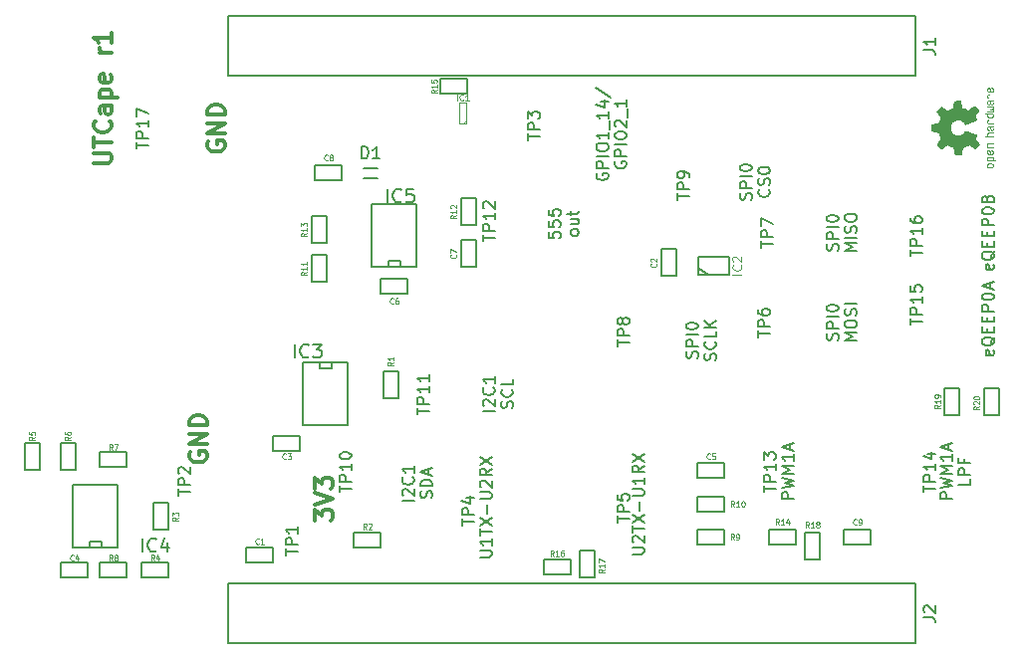
<source format=gto>
G04 (created by PCBNEW (2013-07-07 BZR 4022)-stable) date 3/24/2015 4:40:49 PM*
%MOIN*%
G04 Gerber Fmt 3.4, Leading zero omitted, Abs format*
%FSLAX34Y34*%
G01*
G70*
G90*
G04 APERTURE LIST*
%ADD10C,0.00590551*%
%ADD11C,0.011811*%
%ADD12C,0.003*%
%ADD13C,0.005*%
%ADD14C,0.0001*%
%ADD15C,0.006*%
%ADD16C,0.0045*%
G04 APERTURE END LIST*
G54D10*
X83865Y-49081D02*
X83865Y-49268D01*
X84053Y-49287D01*
X84034Y-49268D01*
X84015Y-49231D01*
X84015Y-49137D01*
X84034Y-49099D01*
X84053Y-49081D01*
X84090Y-49062D01*
X84184Y-49062D01*
X84221Y-49081D01*
X84240Y-49099D01*
X84259Y-49137D01*
X84259Y-49231D01*
X84240Y-49268D01*
X84221Y-49287D01*
X83865Y-48706D02*
X83865Y-48893D01*
X84053Y-48912D01*
X84034Y-48893D01*
X84015Y-48856D01*
X84015Y-48762D01*
X84034Y-48725D01*
X84053Y-48706D01*
X84090Y-48687D01*
X84184Y-48687D01*
X84221Y-48706D01*
X84240Y-48725D01*
X84259Y-48762D01*
X84259Y-48856D01*
X84240Y-48893D01*
X84221Y-48912D01*
X83865Y-48331D02*
X83865Y-48518D01*
X84053Y-48537D01*
X84034Y-48518D01*
X84015Y-48481D01*
X84015Y-48387D01*
X84034Y-48350D01*
X84053Y-48331D01*
X84090Y-48312D01*
X84184Y-48312D01*
X84221Y-48331D01*
X84240Y-48350D01*
X84259Y-48387D01*
X84259Y-48481D01*
X84240Y-48518D01*
X84221Y-48537D01*
X84869Y-49118D02*
X84850Y-49156D01*
X84832Y-49174D01*
X84794Y-49193D01*
X84682Y-49193D01*
X84644Y-49174D01*
X84625Y-49156D01*
X84607Y-49118D01*
X84607Y-49062D01*
X84625Y-49024D01*
X84644Y-49006D01*
X84682Y-48987D01*
X84794Y-48987D01*
X84832Y-49006D01*
X84850Y-49024D01*
X84869Y-49062D01*
X84869Y-49118D01*
X84607Y-48650D02*
X84869Y-48650D01*
X84607Y-48818D02*
X84813Y-48818D01*
X84850Y-48800D01*
X84869Y-48762D01*
X84869Y-48706D01*
X84850Y-48668D01*
X84832Y-48650D01*
X84607Y-48518D02*
X84607Y-48368D01*
X84475Y-48462D02*
X84813Y-48462D01*
X84850Y-48443D01*
X84869Y-48406D01*
X84869Y-48368D01*
X85484Y-47112D02*
X85465Y-47149D01*
X85465Y-47206D01*
X85484Y-47262D01*
X85521Y-47299D01*
X85559Y-47318D01*
X85634Y-47337D01*
X85690Y-47337D01*
X85765Y-47318D01*
X85803Y-47299D01*
X85840Y-47262D01*
X85859Y-47206D01*
X85859Y-47168D01*
X85840Y-47112D01*
X85821Y-47093D01*
X85690Y-47093D01*
X85690Y-47168D01*
X85859Y-46924D02*
X85465Y-46924D01*
X85465Y-46774D01*
X85484Y-46737D01*
X85503Y-46718D01*
X85540Y-46699D01*
X85596Y-46699D01*
X85634Y-46718D01*
X85653Y-46737D01*
X85671Y-46774D01*
X85671Y-46924D01*
X85859Y-46531D02*
X85465Y-46531D01*
X85465Y-46268D02*
X85465Y-46193D01*
X85484Y-46156D01*
X85521Y-46118D01*
X85596Y-46099D01*
X85728Y-46099D01*
X85803Y-46118D01*
X85840Y-46156D01*
X85859Y-46193D01*
X85859Y-46268D01*
X85840Y-46306D01*
X85803Y-46343D01*
X85728Y-46362D01*
X85596Y-46362D01*
X85521Y-46343D01*
X85484Y-46306D01*
X85465Y-46268D01*
X85859Y-45725D02*
X85859Y-45949D01*
X85859Y-45837D02*
X85465Y-45837D01*
X85521Y-45874D01*
X85559Y-45912D01*
X85578Y-45949D01*
X85896Y-45650D02*
X85896Y-45350D01*
X85859Y-45050D02*
X85859Y-45275D01*
X85859Y-45162D02*
X85465Y-45162D01*
X85521Y-45200D01*
X85559Y-45237D01*
X85578Y-45275D01*
X85596Y-44712D02*
X85859Y-44712D01*
X85446Y-44806D02*
X85728Y-44900D01*
X85728Y-44656D01*
X85446Y-44225D02*
X85953Y-44562D01*
X86094Y-46718D02*
X86075Y-46756D01*
X86075Y-46812D01*
X86094Y-46868D01*
X86132Y-46906D01*
X86169Y-46924D01*
X86244Y-46943D01*
X86300Y-46943D01*
X86375Y-46924D01*
X86413Y-46906D01*
X86450Y-46868D01*
X86469Y-46812D01*
X86469Y-46774D01*
X86450Y-46718D01*
X86432Y-46699D01*
X86300Y-46699D01*
X86300Y-46774D01*
X86469Y-46531D02*
X86075Y-46531D01*
X86075Y-46381D01*
X86094Y-46343D01*
X86113Y-46324D01*
X86150Y-46306D01*
X86207Y-46306D01*
X86244Y-46324D01*
X86263Y-46343D01*
X86282Y-46381D01*
X86282Y-46531D01*
X86469Y-46137D02*
X86075Y-46137D01*
X86075Y-45874D02*
X86075Y-45800D01*
X86094Y-45762D01*
X86132Y-45725D01*
X86207Y-45706D01*
X86338Y-45706D01*
X86413Y-45725D01*
X86450Y-45762D01*
X86469Y-45800D01*
X86469Y-45874D01*
X86450Y-45912D01*
X86413Y-45949D01*
X86338Y-45968D01*
X86207Y-45968D01*
X86132Y-45949D01*
X86094Y-45912D01*
X86075Y-45874D01*
X86113Y-45556D02*
X86094Y-45537D01*
X86075Y-45500D01*
X86075Y-45406D01*
X86094Y-45368D01*
X86113Y-45350D01*
X86150Y-45331D01*
X86188Y-45331D01*
X86244Y-45350D01*
X86469Y-45575D01*
X86469Y-45331D01*
X86507Y-45256D02*
X86507Y-44956D01*
X86469Y-44656D02*
X86469Y-44881D01*
X86469Y-44768D02*
X86075Y-44768D01*
X86132Y-44806D01*
X86169Y-44843D01*
X86188Y-44881D01*
X90640Y-47990D02*
X90659Y-47934D01*
X90659Y-47840D01*
X90640Y-47803D01*
X90621Y-47784D01*
X90584Y-47765D01*
X90546Y-47765D01*
X90509Y-47784D01*
X90490Y-47803D01*
X90471Y-47840D01*
X90453Y-47915D01*
X90434Y-47953D01*
X90415Y-47971D01*
X90378Y-47990D01*
X90340Y-47990D01*
X90303Y-47971D01*
X90284Y-47953D01*
X90265Y-47915D01*
X90265Y-47821D01*
X90284Y-47765D01*
X90659Y-47596D02*
X90265Y-47596D01*
X90265Y-47446D01*
X90284Y-47409D01*
X90303Y-47390D01*
X90340Y-47371D01*
X90396Y-47371D01*
X90434Y-47390D01*
X90453Y-47409D01*
X90471Y-47446D01*
X90471Y-47596D01*
X90659Y-47203D02*
X90265Y-47203D01*
X90265Y-46940D02*
X90265Y-46903D01*
X90284Y-46865D01*
X90303Y-46846D01*
X90340Y-46828D01*
X90415Y-46809D01*
X90509Y-46809D01*
X90584Y-46828D01*
X90621Y-46846D01*
X90640Y-46865D01*
X90659Y-46903D01*
X90659Y-46940D01*
X90640Y-46978D01*
X90621Y-46996D01*
X90584Y-47015D01*
X90509Y-47034D01*
X90415Y-47034D01*
X90340Y-47015D01*
X90303Y-46996D01*
X90284Y-46978D01*
X90265Y-46940D01*
X91232Y-47653D02*
X91250Y-47671D01*
X91269Y-47728D01*
X91269Y-47765D01*
X91250Y-47821D01*
X91213Y-47859D01*
X91175Y-47878D01*
X91100Y-47896D01*
X91044Y-47896D01*
X90969Y-47878D01*
X90932Y-47859D01*
X90894Y-47821D01*
X90875Y-47765D01*
X90875Y-47728D01*
X90894Y-47671D01*
X90913Y-47653D01*
X91250Y-47503D02*
X91269Y-47446D01*
X91269Y-47353D01*
X91250Y-47315D01*
X91232Y-47296D01*
X91194Y-47278D01*
X91157Y-47278D01*
X91119Y-47296D01*
X91100Y-47315D01*
X91082Y-47353D01*
X91063Y-47428D01*
X91044Y-47465D01*
X91025Y-47484D01*
X90988Y-47503D01*
X90950Y-47503D01*
X90913Y-47484D01*
X90894Y-47465D01*
X90875Y-47428D01*
X90875Y-47334D01*
X90894Y-47278D01*
X90875Y-47034D02*
X90875Y-46996D01*
X90894Y-46959D01*
X90913Y-46940D01*
X90950Y-46921D01*
X91025Y-46903D01*
X91119Y-46903D01*
X91194Y-46921D01*
X91232Y-46940D01*
X91250Y-46959D01*
X91269Y-46996D01*
X91269Y-47034D01*
X91250Y-47071D01*
X91232Y-47090D01*
X91194Y-47109D01*
X91119Y-47128D01*
X91025Y-47128D01*
X90950Y-47109D01*
X90913Y-47090D01*
X90894Y-47071D01*
X90875Y-47034D01*
X88840Y-53290D02*
X88859Y-53234D01*
X88859Y-53140D01*
X88840Y-53103D01*
X88821Y-53084D01*
X88784Y-53065D01*
X88746Y-53065D01*
X88709Y-53084D01*
X88690Y-53103D01*
X88671Y-53140D01*
X88653Y-53215D01*
X88634Y-53253D01*
X88615Y-53271D01*
X88578Y-53290D01*
X88540Y-53290D01*
X88503Y-53271D01*
X88484Y-53253D01*
X88465Y-53215D01*
X88465Y-53121D01*
X88484Y-53065D01*
X88859Y-52896D02*
X88465Y-52896D01*
X88465Y-52746D01*
X88484Y-52709D01*
X88503Y-52690D01*
X88540Y-52671D01*
X88596Y-52671D01*
X88634Y-52690D01*
X88653Y-52709D01*
X88671Y-52746D01*
X88671Y-52896D01*
X88859Y-52503D02*
X88465Y-52503D01*
X88465Y-52240D02*
X88465Y-52203D01*
X88484Y-52165D01*
X88503Y-52146D01*
X88540Y-52128D01*
X88615Y-52109D01*
X88709Y-52109D01*
X88784Y-52128D01*
X88821Y-52146D01*
X88840Y-52165D01*
X88859Y-52203D01*
X88859Y-52240D01*
X88840Y-52278D01*
X88821Y-52296D01*
X88784Y-52315D01*
X88709Y-52334D01*
X88615Y-52334D01*
X88540Y-52315D01*
X88503Y-52296D01*
X88484Y-52278D01*
X88465Y-52240D01*
X89450Y-53365D02*
X89469Y-53309D01*
X89469Y-53215D01*
X89450Y-53178D01*
X89432Y-53159D01*
X89394Y-53140D01*
X89357Y-53140D01*
X89319Y-53159D01*
X89300Y-53178D01*
X89282Y-53215D01*
X89263Y-53290D01*
X89244Y-53328D01*
X89225Y-53346D01*
X89188Y-53365D01*
X89150Y-53365D01*
X89113Y-53346D01*
X89094Y-53328D01*
X89075Y-53290D01*
X89075Y-53196D01*
X89094Y-53140D01*
X89432Y-52746D02*
X89450Y-52765D01*
X89469Y-52821D01*
X89469Y-52859D01*
X89450Y-52915D01*
X89413Y-52953D01*
X89375Y-52971D01*
X89300Y-52990D01*
X89244Y-52990D01*
X89169Y-52971D01*
X89132Y-52953D01*
X89094Y-52915D01*
X89075Y-52859D01*
X89075Y-52821D01*
X89094Y-52765D01*
X89113Y-52746D01*
X89469Y-52390D02*
X89469Y-52578D01*
X89075Y-52578D01*
X89469Y-52259D02*
X89075Y-52259D01*
X89469Y-52034D02*
X89244Y-52203D01*
X89075Y-52034D02*
X89300Y-52259D01*
X93540Y-52690D02*
X93559Y-52634D01*
X93559Y-52540D01*
X93540Y-52503D01*
X93521Y-52484D01*
X93484Y-52465D01*
X93446Y-52465D01*
X93409Y-52484D01*
X93390Y-52503D01*
X93371Y-52540D01*
X93353Y-52615D01*
X93334Y-52653D01*
X93315Y-52671D01*
X93278Y-52690D01*
X93240Y-52690D01*
X93203Y-52671D01*
X93184Y-52653D01*
X93165Y-52615D01*
X93165Y-52521D01*
X93184Y-52465D01*
X93559Y-52296D02*
X93165Y-52296D01*
X93165Y-52146D01*
X93184Y-52109D01*
X93203Y-52090D01*
X93240Y-52071D01*
X93296Y-52071D01*
X93334Y-52090D01*
X93353Y-52109D01*
X93371Y-52146D01*
X93371Y-52296D01*
X93559Y-51903D02*
X93165Y-51903D01*
X93165Y-51640D02*
X93165Y-51603D01*
X93184Y-51565D01*
X93203Y-51546D01*
X93240Y-51528D01*
X93315Y-51509D01*
X93409Y-51509D01*
X93484Y-51528D01*
X93521Y-51546D01*
X93540Y-51565D01*
X93559Y-51603D01*
X93559Y-51640D01*
X93540Y-51678D01*
X93521Y-51696D01*
X93484Y-51715D01*
X93409Y-51734D01*
X93315Y-51734D01*
X93240Y-51715D01*
X93203Y-51696D01*
X93184Y-51678D01*
X93165Y-51640D01*
X94169Y-52718D02*
X93775Y-52718D01*
X94057Y-52587D01*
X93775Y-52456D01*
X94169Y-52456D01*
X93775Y-52193D02*
X93775Y-52118D01*
X93794Y-52081D01*
X93832Y-52043D01*
X93907Y-52025D01*
X94038Y-52025D01*
X94113Y-52043D01*
X94150Y-52081D01*
X94169Y-52118D01*
X94169Y-52193D01*
X94150Y-52231D01*
X94113Y-52268D01*
X94038Y-52287D01*
X93907Y-52287D01*
X93832Y-52268D01*
X93794Y-52231D01*
X93775Y-52193D01*
X94150Y-51875D02*
X94169Y-51818D01*
X94169Y-51725D01*
X94150Y-51687D01*
X94132Y-51668D01*
X94094Y-51650D01*
X94057Y-51650D01*
X94019Y-51668D01*
X94000Y-51687D01*
X93982Y-51725D01*
X93963Y-51800D01*
X93944Y-51837D01*
X93925Y-51856D01*
X93888Y-51875D01*
X93850Y-51875D01*
X93813Y-51856D01*
X93794Y-51837D01*
X93775Y-51800D01*
X93775Y-51706D01*
X93794Y-51650D01*
X94169Y-51481D02*
X93775Y-51481D01*
X93540Y-49690D02*
X93559Y-49634D01*
X93559Y-49540D01*
X93540Y-49503D01*
X93521Y-49484D01*
X93484Y-49465D01*
X93446Y-49465D01*
X93409Y-49484D01*
X93390Y-49503D01*
X93371Y-49540D01*
X93353Y-49615D01*
X93334Y-49653D01*
X93315Y-49671D01*
X93278Y-49690D01*
X93240Y-49690D01*
X93203Y-49671D01*
X93184Y-49653D01*
X93165Y-49615D01*
X93165Y-49521D01*
X93184Y-49465D01*
X93559Y-49296D02*
X93165Y-49296D01*
X93165Y-49146D01*
X93184Y-49109D01*
X93203Y-49090D01*
X93240Y-49071D01*
X93296Y-49071D01*
X93334Y-49090D01*
X93353Y-49109D01*
X93371Y-49146D01*
X93371Y-49296D01*
X93559Y-48903D02*
X93165Y-48903D01*
X93165Y-48640D02*
X93165Y-48603D01*
X93184Y-48565D01*
X93203Y-48546D01*
X93240Y-48528D01*
X93315Y-48509D01*
X93409Y-48509D01*
X93484Y-48528D01*
X93521Y-48546D01*
X93540Y-48565D01*
X93559Y-48603D01*
X93559Y-48640D01*
X93540Y-48678D01*
X93521Y-48696D01*
X93484Y-48715D01*
X93409Y-48734D01*
X93315Y-48734D01*
X93240Y-48715D01*
X93203Y-48696D01*
X93184Y-48678D01*
X93165Y-48640D01*
X94169Y-49718D02*
X93775Y-49718D01*
X94057Y-49587D01*
X93775Y-49456D01*
X94169Y-49456D01*
X94169Y-49268D02*
X93775Y-49268D01*
X94150Y-49100D02*
X94169Y-49043D01*
X94169Y-48950D01*
X94150Y-48912D01*
X94132Y-48893D01*
X94094Y-48875D01*
X94057Y-48875D01*
X94019Y-48893D01*
X94000Y-48912D01*
X93982Y-48950D01*
X93963Y-49025D01*
X93944Y-49062D01*
X93925Y-49081D01*
X93888Y-49100D01*
X93850Y-49100D01*
X93813Y-49081D01*
X93794Y-49062D01*
X93775Y-49025D01*
X93775Y-48931D01*
X93794Y-48875D01*
X93775Y-48631D02*
X93775Y-48556D01*
X93794Y-48518D01*
X93832Y-48481D01*
X93907Y-48462D01*
X94038Y-48462D01*
X94113Y-48481D01*
X94150Y-48518D01*
X94169Y-48556D01*
X94169Y-48631D01*
X94150Y-48668D01*
X94113Y-48706D01*
X94038Y-48725D01*
X93907Y-48725D01*
X93832Y-48706D01*
X93794Y-48668D01*
X93775Y-48631D01*
X98740Y-50168D02*
X98759Y-50206D01*
X98759Y-50281D01*
X98740Y-50318D01*
X98703Y-50337D01*
X98553Y-50337D01*
X98515Y-50318D01*
X98496Y-50281D01*
X98496Y-50206D01*
X98515Y-50168D01*
X98553Y-50149D01*
X98590Y-50149D01*
X98628Y-50337D01*
X98796Y-49718D02*
X98778Y-49756D01*
X98740Y-49793D01*
X98684Y-49849D01*
X98665Y-49887D01*
X98665Y-49924D01*
X98759Y-49906D02*
X98740Y-49943D01*
X98703Y-49981D01*
X98628Y-49999D01*
X98496Y-49999D01*
X98421Y-49981D01*
X98384Y-49943D01*
X98365Y-49906D01*
X98365Y-49831D01*
X98384Y-49793D01*
X98421Y-49756D01*
X98496Y-49737D01*
X98628Y-49737D01*
X98703Y-49756D01*
X98740Y-49793D01*
X98759Y-49831D01*
X98759Y-49906D01*
X98553Y-49568D02*
X98553Y-49437D01*
X98759Y-49381D02*
X98759Y-49568D01*
X98365Y-49568D01*
X98365Y-49381D01*
X98553Y-49212D02*
X98553Y-49081D01*
X98759Y-49025D02*
X98759Y-49212D01*
X98365Y-49212D01*
X98365Y-49025D01*
X98759Y-48856D02*
X98365Y-48856D01*
X98365Y-48706D01*
X98384Y-48668D01*
X98403Y-48650D01*
X98440Y-48631D01*
X98496Y-48631D01*
X98534Y-48650D01*
X98553Y-48668D01*
X98571Y-48706D01*
X98571Y-48856D01*
X98365Y-48387D02*
X98365Y-48350D01*
X98384Y-48312D01*
X98403Y-48293D01*
X98440Y-48275D01*
X98515Y-48256D01*
X98609Y-48256D01*
X98684Y-48275D01*
X98721Y-48293D01*
X98740Y-48312D01*
X98759Y-48350D01*
X98759Y-48387D01*
X98740Y-48425D01*
X98721Y-48443D01*
X98684Y-48462D01*
X98609Y-48481D01*
X98515Y-48481D01*
X98440Y-48462D01*
X98403Y-48443D01*
X98384Y-48425D01*
X98365Y-48387D01*
X98553Y-47956D02*
X98571Y-47900D01*
X98590Y-47881D01*
X98628Y-47862D01*
X98684Y-47862D01*
X98721Y-47881D01*
X98740Y-47900D01*
X98759Y-47937D01*
X98759Y-48087D01*
X98365Y-48087D01*
X98365Y-47956D01*
X98384Y-47918D01*
X98403Y-47900D01*
X98440Y-47881D01*
X98478Y-47881D01*
X98515Y-47900D01*
X98534Y-47918D01*
X98553Y-47956D01*
X98553Y-48087D01*
X98740Y-53040D02*
X98759Y-53077D01*
X98759Y-53152D01*
X98740Y-53190D01*
X98703Y-53209D01*
X98553Y-53209D01*
X98515Y-53190D01*
X98496Y-53152D01*
X98496Y-53077D01*
X98515Y-53040D01*
X98553Y-53021D01*
X98590Y-53021D01*
X98628Y-53209D01*
X98796Y-52590D02*
X98778Y-52628D01*
X98740Y-52665D01*
X98684Y-52721D01*
X98665Y-52759D01*
X98665Y-52796D01*
X98759Y-52778D02*
X98740Y-52815D01*
X98703Y-52853D01*
X98628Y-52871D01*
X98496Y-52871D01*
X98421Y-52853D01*
X98384Y-52815D01*
X98365Y-52778D01*
X98365Y-52703D01*
X98384Y-52665D01*
X98421Y-52628D01*
X98496Y-52609D01*
X98628Y-52609D01*
X98703Y-52628D01*
X98740Y-52665D01*
X98759Y-52703D01*
X98759Y-52778D01*
X98553Y-52440D02*
X98553Y-52309D01*
X98759Y-52253D02*
X98759Y-52440D01*
X98365Y-52440D01*
X98365Y-52253D01*
X98553Y-52084D02*
X98553Y-51953D01*
X98759Y-51896D02*
X98759Y-52084D01*
X98365Y-52084D01*
X98365Y-51896D01*
X98759Y-51728D02*
X98365Y-51728D01*
X98365Y-51578D01*
X98384Y-51540D01*
X98403Y-51521D01*
X98440Y-51503D01*
X98496Y-51503D01*
X98534Y-51521D01*
X98553Y-51540D01*
X98571Y-51578D01*
X98571Y-51728D01*
X98365Y-51259D02*
X98365Y-51221D01*
X98384Y-51184D01*
X98403Y-51165D01*
X98440Y-51146D01*
X98515Y-51128D01*
X98609Y-51128D01*
X98684Y-51146D01*
X98721Y-51165D01*
X98740Y-51184D01*
X98759Y-51221D01*
X98759Y-51259D01*
X98740Y-51296D01*
X98721Y-51315D01*
X98684Y-51334D01*
X98609Y-51353D01*
X98515Y-51353D01*
X98440Y-51334D01*
X98403Y-51315D01*
X98384Y-51296D01*
X98365Y-51259D01*
X98646Y-50978D02*
X98646Y-50790D01*
X98759Y-51015D02*
X98365Y-50884D01*
X98759Y-50753D01*
X97359Y-58009D02*
X96965Y-58009D01*
X96965Y-57859D01*
X96984Y-57821D01*
X97003Y-57803D01*
X97040Y-57784D01*
X97096Y-57784D01*
X97134Y-57803D01*
X97153Y-57821D01*
X97171Y-57859D01*
X97171Y-58009D01*
X96965Y-57653D02*
X97359Y-57559D01*
X97078Y-57484D01*
X97359Y-57409D01*
X96965Y-57315D01*
X97359Y-57165D02*
X96965Y-57165D01*
X97246Y-57034D01*
X96965Y-56903D01*
X97359Y-56903D01*
X97359Y-56509D02*
X97359Y-56734D01*
X97359Y-56621D02*
X96965Y-56621D01*
X97021Y-56659D01*
X97059Y-56696D01*
X97078Y-56734D01*
X97246Y-56359D02*
X97246Y-56171D01*
X97359Y-56396D02*
X96965Y-56265D01*
X97359Y-56134D01*
X97969Y-57343D02*
X97969Y-57531D01*
X97575Y-57531D01*
X97969Y-57212D02*
X97575Y-57212D01*
X97575Y-57062D01*
X97594Y-57025D01*
X97613Y-57006D01*
X97650Y-56987D01*
X97707Y-56987D01*
X97744Y-57006D01*
X97763Y-57025D01*
X97782Y-57062D01*
X97782Y-57212D01*
X97763Y-56687D02*
X97763Y-56818D01*
X97969Y-56818D02*
X97575Y-56818D01*
X97575Y-56631D01*
X92059Y-58009D02*
X91665Y-58009D01*
X91665Y-57859D01*
X91684Y-57821D01*
X91703Y-57803D01*
X91740Y-57784D01*
X91796Y-57784D01*
X91834Y-57803D01*
X91853Y-57821D01*
X91871Y-57859D01*
X91871Y-58009D01*
X91665Y-57653D02*
X92059Y-57559D01*
X91778Y-57484D01*
X92059Y-57409D01*
X91665Y-57315D01*
X92059Y-57165D02*
X91665Y-57165D01*
X91946Y-57034D01*
X91665Y-56903D01*
X92059Y-56903D01*
X92059Y-56509D02*
X92059Y-56734D01*
X92059Y-56621D02*
X91665Y-56621D01*
X91721Y-56659D01*
X91759Y-56696D01*
X91778Y-56734D01*
X91946Y-56359D02*
X91946Y-56171D01*
X92059Y-56396D02*
X91665Y-56265D01*
X92059Y-56134D01*
X86665Y-59859D02*
X86984Y-59859D01*
X87021Y-59840D01*
X87040Y-59821D01*
X87059Y-59784D01*
X87059Y-59709D01*
X87040Y-59671D01*
X87021Y-59652D01*
X86984Y-59634D01*
X86665Y-59634D01*
X86703Y-59465D02*
X86684Y-59446D01*
X86665Y-59409D01*
X86665Y-59315D01*
X86684Y-59277D01*
X86703Y-59259D01*
X86740Y-59240D01*
X86778Y-59240D01*
X86834Y-59259D01*
X87059Y-59484D01*
X87059Y-59240D01*
X86665Y-59128D02*
X86665Y-58903D01*
X87059Y-59015D02*
X86665Y-59015D01*
X86665Y-58809D02*
X87059Y-58546D01*
X86665Y-58546D02*
X87059Y-58809D01*
X86909Y-58396D02*
X86909Y-58096D01*
X86665Y-57909D02*
X86984Y-57909D01*
X87021Y-57890D01*
X87040Y-57871D01*
X87059Y-57834D01*
X87059Y-57759D01*
X87040Y-57721D01*
X87021Y-57703D01*
X86984Y-57684D01*
X86665Y-57684D01*
X87059Y-57290D02*
X87059Y-57515D01*
X87059Y-57403D02*
X86665Y-57403D01*
X86721Y-57440D01*
X86759Y-57478D01*
X86778Y-57515D01*
X87059Y-56897D02*
X86871Y-57028D01*
X87059Y-57122D02*
X86665Y-57122D01*
X86665Y-56972D01*
X86684Y-56934D01*
X86703Y-56915D01*
X86740Y-56897D01*
X86796Y-56897D01*
X86834Y-56915D01*
X86853Y-56934D01*
X86871Y-56972D01*
X86871Y-57122D01*
X86665Y-56765D02*
X87059Y-56503D01*
X86665Y-56503D02*
X87059Y-56765D01*
X81565Y-59959D02*
X81884Y-59959D01*
X81921Y-59940D01*
X81940Y-59921D01*
X81959Y-59884D01*
X81959Y-59809D01*
X81940Y-59771D01*
X81921Y-59752D01*
X81884Y-59734D01*
X81565Y-59734D01*
X81959Y-59340D02*
X81959Y-59565D01*
X81959Y-59452D02*
X81565Y-59452D01*
X81621Y-59490D01*
X81659Y-59527D01*
X81678Y-59565D01*
X81565Y-59228D02*
X81565Y-59003D01*
X81959Y-59115D02*
X81565Y-59115D01*
X81565Y-58909D02*
X81959Y-58646D01*
X81565Y-58646D02*
X81959Y-58909D01*
X81809Y-58496D02*
X81809Y-58196D01*
X81565Y-58009D02*
X81884Y-58009D01*
X81921Y-57990D01*
X81940Y-57971D01*
X81959Y-57934D01*
X81959Y-57859D01*
X81940Y-57821D01*
X81921Y-57803D01*
X81884Y-57784D01*
X81565Y-57784D01*
X81603Y-57615D02*
X81584Y-57596D01*
X81565Y-57559D01*
X81565Y-57465D01*
X81584Y-57428D01*
X81603Y-57409D01*
X81640Y-57390D01*
X81678Y-57390D01*
X81734Y-57409D01*
X81959Y-57634D01*
X81959Y-57390D01*
X81959Y-56997D02*
X81771Y-57128D01*
X81959Y-57222D02*
X81565Y-57222D01*
X81565Y-57072D01*
X81584Y-57034D01*
X81603Y-57015D01*
X81640Y-56997D01*
X81696Y-56997D01*
X81734Y-57015D01*
X81753Y-57034D01*
X81771Y-57072D01*
X81771Y-57222D01*
X81565Y-56865D02*
X81959Y-56603D01*
X81565Y-56603D02*
X81959Y-56865D01*
X82059Y-55071D02*
X81665Y-55071D01*
X81703Y-54903D02*
X81684Y-54884D01*
X81665Y-54846D01*
X81665Y-54753D01*
X81684Y-54715D01*
X81703Y-54696D01*
X81740Y-54678D01*
X81778Y-54678D01*
X81834Y-54696D01*
X82059Y-54921D01*
X82059Y-54678D01*
X82021Y-54284D02*
X82040Y-54303D01*
X82059Y-54359D01*
X82059Y-54396D01*
X82040Y-54453D01*
X82003Y-54490D01*
X81965Y-54509D01*
X81890Y-54528D01*
X81834Y-54528D01*
X81759Y-54509D01*
X81721Y-54490D01*
X81684Y-54453D01*
X81665Y-54396D01*
X81665Y-54359D01*
X81684Y-54303D01*
X81703Y-54284D01*
X82059Y-53909D02*
X82059Y-54134D01*
X82059Y-54021D02*
X81665Y-54021D01*
X81721Y-54059D01*
X81759Y-54096D01*
X81778Y-54134D01*
X82650Y-54968D02*
X82669Y-54912D01*
X82669Y-54818D01*
X82650Y-54781D01*
X82632Y-54762D01*
X82594Y-54743D01*
X82557Y-54743D01*
X82519Y-54762D01*
X82500Y-54781D01*
X82482Y-54818D01*
X82463Y-54893D01*
X82444Y-54931D01*
X82425Y-54949D01*
X82388Y-54968D01*
X82350Y-54968D01*
X82313Y-54949D01*
X82294Y-54931D01*
X82275Y-54893D01*
X82275Y-54799D01*
X82294Y-54743D01*
X82632Y-54350D02*
X82650Y-54368D01*
X82669Y-54425D01*
X82669Y-54462D01*
X82650Y-54518D01*
X82613Y-54556D01*
X82575Y-54574D01*
X82500Y-54593D01*
X82444Y-54593D01*
X82369Y-54574D01*
X82332Y-54556D01*
X82294Y-54518D01*
X82275Y-54462D01*
X82275Y-54425D01*
X82294Y-54368D01*
X82313Y-54350D01*
X82669Y-53993D02*
X82669Y-54181D01*
X82275Y-54181D01*
X79359Y-58071D02*
X78965Y-58071D01*
X79003Y-57903D02*
X78984Y-57884D01*
X78965Y-57846D01*
X78965Y-57753D01*
X78984Y-57715D01*
X79003Y-57696D01*
X79040Y-57678D01*
X79078Y-57678D01*
X79134Y-57696D01*
X79359Y-57921D01*
X79359Y-57678D01*
X79321Y-57284D02*
X79340Y-57303D01*
X79359Y-57359D01*
X79359Y-57396D01*
X79340Y-57453D01*
X79303Y-57490D01*
X79265Y-57509D01*
X79190Y-57528D01*
X79134Y-57528D01*
X79059Y-57509D01*
X79021Y-57490D01*
X78984Y-57453D01*
X78965Y-57396D01*
X78965Y-57359D01*
X78984Y-57303D01*
X79003Y-57284D01*
X79359Y-56909D02*
X79359Y-57134D01*
X79359Y-57021D02*
X78965Y-57021D01*
X79021Y-57059D01*
X79059Y-57096D01*
X79078Y-57134D01*
X79950Y-57978D02*
X79969Y-57921D01*
X79969Y-57828D01*
X79950Y-57790D01*
X79932Y-57771D01*
X79894Y-57753D01*
X79857Y-57753D01*
X79819Y-57771D01*
X79800Y-57790D01*
X79782Y-57828D01*
X79763Y-57903D01*
X79744Y-57940D01*
X79725Y-57959D01*
X79688Y-57978D01*
X79650Y-57978D01*
X79613Y-57959D01*
X79594Y-57940D01*
X79575Y-57903D01*
X79575Y-57809D01*
X79594Y-57753D01*
X79969Y-57584D02*
X79575Y-57584D01*
X79575Y-57490D01*
X79594Y-57434D01*
X79632Y-57396D01*
X79669Y-57378D01*
X79744Y-57359D01*
X79800Y-57359D01*
X79875Y-57378D01*
X79913Y-57396D01*
X79950Y-57434D01*
X79969Y-57490D01*
X79969Y-57584D01*
X79857Y-57209D02*
X79857Y-57021D01*
X79969Y-57246D02*
X79575Y-57115D01*
X79969Y-56984D01*
G54D11*
X76048Y-58731D02*
X76048Y-58365D01*
X76273Y-58562D01*
X76273Y-58478D01*
X76301Y-58421D01*
X76329Y-58393D01*
X76385Y-58365D01*
X76526Y-58365D01*
X76582Y-58393D01*
X76610Y-58421D01*
X76639Y-58478D01*
X76639Y-58646D01*
X76610Y-58703D01*
X76582Y-58731D01*
X76048Y-58196D02*
X76639Y-58000D01*
X76048Y-57803D01*
X76048Y-57662D02*
X76048Y-57296D01*
X76273Y-57493D01*
X76273Y-57409D01*
X76301Y-57353D01*
X76329Y-57325D01*
X76385Y-57296D01*
X76526Y-57296D01*
X76582Y-57325D01*
X76610Y-57353D01*
X76639Y-57409D01*
X76639Y-57578D01*
X76610Y-57634D01*
X76582Y-57662D01*
X71876Y-56449D02*
X71848Y-56506D01*
X71848Y-56590D01*
X71876Y-56674D01*
X71932Y-56731D01*
X71989Y-56759D01*
X72101Y-56787D01*
X72185Y-56787D01*
X72298Y-56759D01*
X72354Y-56731D01*
X72410Y-56674D01*
X72439Y-56590D01*
X72439Y-56534D01*
X72410Y-56449D01*
X72382Y-56421D01*
X72185Y-56421D01*
X72185Y-56534D01*
X72439Y-56168D02*
X71848Y-56168D01*
X72439Y-55831D01*
X71848Y-55831D01*
X72439Y-55550D02*
X71848Y-55550D01*
X71848Y-55409D01*
X71876Y-55325D01*
X71932Y-55268D01*
X71989Y-55240D01*
X72101Y-55212D01*
X72185Y-55212D01*
X72298Y-55240D01*
X72354Y-55268D01*
X72410Y-55325D01*
X72439Y-55409D01*
X72439Y-55550D01*
X72476Y-46049D02*
X72448Y-46106D01*
X72448Y-46190D01*
X72476Y-46274D01*
X72532Y-46331D01*
X72589Y-46359D01*
X72701Y-46387D01*
X72785Y-46387D01*
X72898Y-46359D01*
X72954Y-46331D01*
X73010Y-46274D01*
X73039Y-46190D01*
X73039Y-46134D01*
X73010Y-46049D01*
X72982Y-46021D01*
X72785Y-46021D01*
X72785Y-46134D01*
X73039Y-45768D02*
X72448Y-45768D01*
X73039Y-45431D01*
X72448Y-45431D01*
X73039Y-45150D02*
X72448Y-45150D01*
X72448Y-45009D01*
X72476Y-44925D01*
X72532Y-44868D01*
X72589Y-44840D01*
X72701Y-44812D01*
X72785Y-44812D01*
X72898Y-44840D01*
X72954Y-44868D01*
X73010Y-44925D01*
X73039Y-45009D01*
X73039Y-45150D01*
X68648Y-46765D02*
X69126Y-46765D01*
X69182Y-46737D01*
X69210Y-46709D01*
X69239Y-46652D01*
X69239Y-46540D01*
X69210Y-46484D01*
X69182Y-46456D01*
X69126Y-46427D01*
X68648Y-46427D01*
X68648Y-46231D02*
X68648Y-45893D01*
X69239Y-46062D02*
X68648Y-46062D01*
X69182Y-45359D02*
X69210Y-45387D01*
X69239Y-45471D01*
X69239Y-45528D01*
X69210Y-45612D01*
X69154Y-45668D01*
X69098Y-45696D01*
X68985Y-45724D01*
X68901Y-45724D01*
X68789Y-45696D01*
X68732Y-45668D01*
X68676Y-45612D01*
X68648Y-45528D01*
X68648Y-45471D01*
X68676Y-45387D01*
X68704Y-45359D01*
X69239Y-44853D02*
X68929Y-44853D01*
X68873Y-44881D01*
X68845Y-44937D01*
X68845Y-45049D01*
X68873Y-45106D01*
X69210Y-44853D02*
X69239Y-44909D01*
X69239Y-45049D01*
X69210Y-45106D01*
X69154Y-45134D01*
X69098Y-45134D01*
X69042Y-45106D01*
X69014Y-45049D01*
X69014Y-44909D01*
X68985Y-44853D01*
X68845Y-44571D02*
X69435Y-44571D01*
X68873Y-44571D02*
X68845Y-44515D01*
X68845Y-44403D01*
X68873Y-44346D01*
X68901Y-44318D01*
X68957Y-44290D01*
X69126Y-44290D01*
X69182Y-44318D01*
X69210Y-44346D01*
X69239Y-44403D01*
X69239Y-44515D01*
X69210Y-44571D01*
X69210Y-43812D02*
X69239Y-43868D01*
X69239Y-43981D01*
X69210Y-44037D01*
X69154Y-44065D01*
X68929Y-44065D01*
X68873Y-44037D01*
X68845Y-43981D01*
X68845Y-43868D01*
X68873Y-43812D01*
X68929Y-43784D01*
X68985Y-43784D01*
X69042Y-44065D01*
X69239Y-43081D02*
X68845Y-43081D01*
X68957Y-43081D02*
X68901Y-43053D01*
X68873Y-43025D01*
X68845Y-42968D01*
X68845Y-42912D01*
X69239Y-42406D02*
X69239Y-42743D01*
X69239Y-42575D02*
X68648Y-42575D01*
X68732Y-42631D01*
X68789Y-42687D01*
X68817Y-42743D01*
G54D10*
X73150Y-41850D02*
X73150Y-43850D01*
X73150Y-43850D02*
X96150Y-43850D01*
X96150Y-43850D02*
X96150Y-41850D01*
X96150Y-41850D02*
X73150Y-41850D01*
G54D12*
X81000Y-45454D02*
X81118Y-45336D01*
X80882Y-45454D02*
X80882Y-44746D01*
X80882Y-44746D02*
X81118Y-44746D01*
X81118Y-44746D02*
X81118Y-45454D01*
X81118Y-45454D02*
X80882Y-45454D01*
G54D13*
X89200Y-50500D02*
X88900Y-50300D01*
X89900Y-50500D02*
X88875Y-50500D01*
X88875Y-50500D02*
X88875Y-49900D01*
X88875Y-49900D02*
X89900Y-49900D01*
X89900Y-49900D02*
X89900Y-50500D01*
G54D10*
X78136Y-46942D02*
X77663Y-46942D01*
X78136Y-47257D02*
X77663Y-47257D01*
G54D13*
X75700Y-53450D02*
X75650Y-53450D01*
X75650Y-53450D02*
X75650Y-55550D01*
X77150Y-55550D02*
X77150Y-53450D01*
X77150Y-53450D02*
X75700Y-53450D01*
X76600Y-53450D02*
X76600Y-53650D01*
X76600Y-53650D02*
X76200Y-53650D01*
X76200Y-53650D02*
X76200Y-53450D01*
X77150Y-55550D02*
X75650Y-55550D01*
X79400Y-50250D02*
X79450Y-50250D01*
X79450Y-50250D02*
X79450Y-48150D01*
X77950Y-48150D02*
X77950Y-50250D01*
X77950Y-50250D02*
X79400Y-50250D01*
X78500Y-50250D02*
X78500Y-50050D01*
X78500Y-50050D02*
X78900Y-50050D01*
X78900Y-50050D02*
X78900Y-50250D01*
X77950Y-48150D02*
X79450Y-48150D01*
X69400Y-59650D02*
X69450Y-59650D01*
X69450Y-59650D02*
X69450Y-57550D01*
X67950Y-57550D02*
X67950Y-59650D01*
X67950Y-59650D02*
X69400Y-59650D01*
X68500Y-59650D02*
X68500Y-59450D01*
X68500Y-59450D02*
X68900Y-59450D01*
X68900Y-59450D02*
X68900Y-59650D01*
X67950Y-57550D02*
X69450Y-57550D01*
X76950Y-47350D02*
X76050Y-47350D01*
X76050Y-47350D02*
X76050Y-46850D01*
X76050Y-46850D02*
X76950Y-46850D01*
X76950Y-46850D02*
X76950Y-47350D01*
X67550Y-60150D02*
X68450Y-60150D01*
X68450Y-60150D02*
X68450Y-60650D01*
X68450Y-60650D02*
X67550Y-60650D01*
X67550Y-60650D02*
X67550Y-60150D01*
X74650Y-60150D02*
X73750Y-60150D01*
X73750Y-60150D02*
X73750Y-59650D01*
X73750Y-59650D02*
X74650Y-59650D01*
X74650Y-59650D02*
X74650Y-60150D01*
X71150Y-58150D02*
X71150Y-59050D01*
X71150Y-59050D02*
X70650Y-59050D01*
X70650Y-59050D02*
X70650Y-58150D01*
X70650Y-58150D02*
X71150Y-58150D01*
X93750Y-59050D02*
X94650Y-59050D01*
X94650Y-59050D02*
X94650Y-59550D01*
X94650Y-59550D02*
X93750Y-59550D01*
X93750Y-59550D02*
X93750Y-59050D01*
X91250Y-59050D02*
X92150Y-59050D01*
X92150Y-59050D02*
X92150Y-59550D01*
X92150Y-59550D02*
X91250Y-59550D01*
X91250Y-59550D02*
X91250Y-59050D01*
X78850Y-53750D02*
X78850Y-54650D01*
X78850Y-54650D02*
X78350Y-54650D01*
X78350Y-54650D02*
X78350Y-53750D01*
X78350Y-53750D02*
X78850Y-53750D01*
X75550Y-56400D02*
X74650Y-56400D01*
X74650Y-56400D02*
X74650Y-55900D01*
X74650Y-55900D02*
X75550Y-55900D01*
X75550Y-55900D02*
X75550Y-56400D01*
X78250Y-50650D02*
X79150Y-50650D01*
X79150Y-50650D02*
X79150Y-51150D01*
X79150Y-51150D02*
X78250Y-51150D01*
X78250Y-51150D02*
X78250Y-50650D01*
X80950Y-48850D02*
X80950Y-47950D01*
X80950Y-47950D02*
X81450Y-47950D01*
X81450Y-47950D02*
X81450Y-48850D01*
X81450Y-48850D02*
X80950Y-48850D01*
X66850Y-56150D02*
X66850Y-57050D01*
X66850Y-57050D02*
X66350Y-57050D01*
X66350Y-57050D02*
X66350Y-56150D01*
X66350Y-56150D02*
X66850Y-56150D01*
X75950Y-50750D02*
X75950Y-49850D01*
X75950Y-49850D02*
X76450Y-49850D01*
X76450Y-49850D02*
X76450Y-50750D01*
X76450Y-50750D02*
X75950Y-50750D01*
X77350Y-59150D02*
X78250Y-59150D01*
X78250Y-59150D02*
X78250Y-59650D01*
X78250Y-59650D02*
X77350Y-59650D01*
X77350Y-59650D02*
X77350Y-59150D01*
X75950Y-49450D02*
X75950Y-48550D01*
X75950Y-48550D02*
X76450Y-48550D01*
X76450Y-48550D02*
X76450Y-49450D01*
X76450Y-49450D02*
X75950Y-49450D01*
X81450Y-49350D02*
X81450Y-50250D01*
X81450Y-50250D02*
X80950Y-50250D01*
X80950Y-50250D02*
X80950Y-49350D01*
X80950Y-49350D02*
X81450Y-49350D01*
X89750Y-57300D02*
X88850Y-57300D01*
X88850Y-57300D02*
X88850Y-56800D01*
X88850Y-56800D02*
X89750Y-56800D01*
X89750Y-56800D02*
X89750Y-57300D01*
X89750Y-58450D02*
X88850Y-58450D01*
X88850Y-58450D02*
X88850Y-57950D01*
X88850Y-57950D02*
X89750Y-57950D01*
X89750Y-57950D02*
X89750Y-58450D01*
X89750Y-59550D02*
X88850Y-59550D01*
X88850Y-59550D02*
X88850Y-59050D01*
X88850Y-59050D02*
X89750Y-59050D01*
X89750Y-59050D02*
X89750Y-59550D01*
X71150Y-60650D02*
X70250Y-60650D01*
X70250Y-60650D02*
X70250Y-60150D01*
X70250Y-60150D02*
X71150Y-60150D01*
X71150Y-60150D02*
X71150Y-60650D01*
X88150Y-49650D02*
X88150Y-50550D01*
X88150Y-50550D02*
X87650Y-50550D01*
X87650Y-50550D02*
X87650Y-49650D01*
X87650Y-49650D02*
X88150Y-49650D01*
X69750Y-60650D02*
X68850Y-60650D01*
X68850Y-60650D02*
X68850Y-60150D01*
X68850Y-60150D02*
X69750Y-60150D01*
X69750Y-60150D02*
X69750Y-60650D01*
X68850Y-56450D02*
X69750Y-56450D01*
X69750Y-56450D02*
X69750Y-56950D01*
X69750Y-56950D02*
X68850Y-56950D01*
X68850Y-56950D02*
X68850Y-56450D01*
X68050Y-56150D02*
X68050Y-57050D01*
X68050Y-57050D02*
X67550Y-57050D01*
X67550Y-57050D02*
X67550Y-56150D01*
X67550Y-56150D02*
X68050Y-56150D01*
G54D10*
X73150Y-60850D02*
X73150Y-62850D01*
X73150Y-62850D02*
X96150Y-62850D01*
X96150Y-62850D02*
X96150Y-60850D01*
X96150Y-60850D02*
X73150Y-60850D01*
G54D14*
G36*
X96670Y-45690D02*
X96670Y-45680D01*
X96680Y-45680D01*
X96680Y-45690D01*
X96670Y-45690D01*
X96670Y-45690D01*
G37*
G36*
X96670Y-45680D02*
X96670Y-45670D01*
X96680Y-45670D01*
X96680Y-45680D01*
X96670Y-45680D01*
X96670Y-45680D01*
G37*
G36*
X96670Y-45670D02*
X96670Y-45660D01*
X96680Y-45660D01*
X96680Y-45670D01*
X96670Y-45670D01*
X96670Y-45670D01*
G37*
G36*
X96670Y-45660D02*
X96670Y-45650D01*
X96680Y-45650D01*
X96680Y-45660D01*
X96670Y-45660D01*
X96670Y-45660D01*
G37*
G36*
X96670Y-45650D02*
X96670Y-45640D01*
X96680Y-45640D01*
X96680Y-45650D01*
X96670Y-45650D01*
X96670Y-45650D01*
G37*
G36*
X96670Y-45640D02*
X96670Y-45630D01*
X96680Y-45630D01*
X96680Y-45640D01*
X96670Y-45640D01*
X96670Y-45640D01*
G37*
G36*
X96670Y-45630D02*
X96670Y-45620D01*
X96680Y-45620D01*
X96680Y-45630D01*
X96670Y-45630D01*
X96670Y-45630D01*
G37*
G36*
X96670Y-45620D02*
X96670Y-45610D01*
X96680Y-45610D01*
X96680Y-45620D01*
X96670Y-45620D01*
X96670Y-45620D01*
G37*
G36*
X96670Y-45610D02*
X96670Y-45600D01*
X96680Y-45600D01*
X96680Y-45610D01*
X96670Y-45610D01*
X96670Y-45610D01*
G37*
G36*
X96670Y-45600D02*
X96670Y-45590D01*
X96680Y-45590D01*
X96680Y-45600D01*
X96670Y-45600D01*
X96670Y-45600D01*
G37*
G36*
X96670Y-45590D02*
X96670Y-45580D01*
X96680Y-45580D01*
X96680Y-45590D01*
X96670Y-45590D01*
X96670Y-45590D01*
G37*
G36*
X96670Y-45580D02*
X96670Y-45570D01*
X96680Y-45570D01*
X96680Y-45580D01*
X96670Y-45580D01*
X96670Y-45580D01*
G37*
G36*
X96670Y-45570D02*
X96670Y-45560D01*
X96680Y-45560D01*
X96680Y-45570D01*
X96670Y-45570D01*
X96670Y-45570D01*
G37*
G36*
X96670Y-45560D02*
X96670Y-45550D01*
X96680Y-45550D01*
X96680Y-45560D01*
X96670Y-45560D01*
X96670Y-45560D01*
G37*
G36*
X96670Y-45550D02*
X96670Y-45540D01*
X96680Y-45540D01*
X96680Y-45550D01*
X96670Y-45550D01*
X96670Y-45550D01*
G37*
G36*
X96670Y-45540D02*
X96670Y-45530D01*
X96680Y-45530D01*
X96680Y-45540D01*
X96670Y-45540D01*
X96670Y-45540D01*
G37*
G36*
X96670Y-45530D02*
X96670Y-45520D01*
X96680Y-45520D01*
X96680Y-45530D01*
X96670Y-45530D01*
X96670Y-45530D01*
G37*
G36*
X96670Y-45520D02*
X96670Y-45510D01*
X96680Y-45510D01*
X96680Y-45520D01*
X96670Y-45520D01*
X96670Y-45520D01*
G37*
G36*
X96670Y-45510D02*
X96670Y-45500D01*
X96680Y-45500D01*
X96680Y-45510D01*
X96670Y-45510D01*
X96670Y-45510D01*
G37*
G36*
X96670Y-45500D02*
X96670Y-45490D01*
X96680Y-45490D01*
X96680Y-45500D01*
X96670Y-45500D01*
X96670Y-45500D01*
G37*
G36*
X96680Y-45710D02*
X96680Y-45700D01*
X96690Y-45700D01*
X96690Y-45710D01*
X96680Y-45710D01*
X96680Y-45710D01*
G37*
G36*
X96680Y-45700D02*
X96680Y-45690D01*
X96690Y-45690D01*
X96690Y-45700D01*
X96680Y-45700D01*
X96680Y-45700D01*
G37*
G36*
X96680Y-45690D02*
X96680Y-45680D01*
X96690Y-45680D01*
X96690Y-45690D01*
X96680Y-45690D01*
X96680Y-45690D01*
G37*
G36*
X96680Y-45680D02*
X96680Y-45670D01*
X96690Y-45670D01*
X96690Y-45680D01*
X96680Y-45680D01*
X96680Y-45680D01*
G37*
G36*
X96680Y-45670D02*
X96680Y-45660D01*
X96690Y-45660D01*
X96690Y-45670D01*
X96680Y-45670D01*
X96680Y-45670D01*
G37*
G36*
X96680Y-45660D02*
X96680Y-45650D01*
X96690Y-45650D01*
X96690Y-45660D01*
X96680Y-45660D01*
X96680Y-45660D01*
G37*
G36*
X96680Y-45650D02*
X96680Y-45640D01*
X96690Y-45640D01*
X96690Y-45650D01*
X96680Y-45650D01*
X96680Y-45650D01*
G37*
G36*
X96680Y-45640D02*
X96680Y-45630D01*
X96690Y-45630D01*
X96690Y-45640D01*
X96680Y-45640D01*
X96680Y-45640D01*
G37*
G36*
X96680Y-45630D02*
X96680Y-45620D01*
X96690Y-45620D01*
X96690Y-45630D01*
X96680Y-45630D01*
X96680Y-45630D01*
G37*
G36*
X96680Y-45620D02*
X96680Y-45610D01*
X96690Y-45610D01*
X96690Y-45620D01*
X96680Y-45620D01*
X96680Y-45620D01*
G37*
G36*
X96680Y-45610D02*
X96680Y-45600D01*
X96690Y-45600D01*
X96690Y-45610D01*
X96680Y-45610D01*
X96680Y-45610D01*
G37*
G36*
X96680Y-45600D02*
X96680Y-45590D01*
X96690Y-45590D01*
X96690Y-45600D01*
X96680Y-45600D01*
X96680Y-45600D01*
G37*
G36*
X96680Y-45590D02*
X96680Y-45580D01*
X96690Y-45580D01*
X96690Y-45590D01*
X96680Y-45590D01*
X96680Y-45590D01*
G37*
G36*
X96680Y-45580D02*
X96680Y-45570D01*
X96690Y-45570D01*
X96690Y-45580D01*
X96680Y-45580D01*
X96680Y-45580D01*
G37*
G36*
X96680Y-45570D02*
X96680Y-45560D01*
X96690Y-45560D01*
X96690Y-45570D01*
X96680Y-45570D01*
X96680Y-45570D01*
G37*
G36*
X96680Y-45560D02*
X96680Y-45550D01*
X96690Y-45550D01*
X96690Y-45560D01*
X96680Y-45560D01*
X96680Y-45560D01*
G37*
G36*
X96680Y-45550D02*
X96680Y-45540D01*
X96690Y-45540D01*
X96690Y-45550D01*
X96680Y-45550D01*
X96680Y-45550D01*
G37*
G36*
X96680Y-45540D02*
X96680Y-45530D01*
X96690Y-45530D01*
X96690Y-45540D01*
X96680Y-45540D01*
X96680Y-45540D01*
G37*
G36*
X96680Y-45530D02*
X96680Y-45520D01*
X96690Y-45520D01*
X96690Y-45530D01*
X96680Y-45530D01*
X96680Y-45530D01*
G37*
G36*
X96680Y-45520D02*
X96680Y-45510D01*
X96690Y-45510D01*
X96690Y-45520D01*
X96680Y-45520D01*
X96680Y-45520D01*
G37*
G36*
X96680Y-45510D02*
X96680Y-45500D01*
X96690Y-45500D01*
X96690Y-45510D01*
X96680Y-45510D01*
X96680Y-45510D01*
G37*
G36*
X96680Y-45500D02*
X96680Y-45490D01*
X96690Y-45490D01*
X96690Y-45500D01*
X96680Y-45500D01*
X96680Y-45500D01*
G37*
G36*
X96680Y-45490D02*
X96680Y-45480D01*
X96690Y-45480D01*
X96690Y-45490D01*
X96680Y-45490D01*
X96680Y-45490D01*
G37*
G36*
X96680Y-45480D02*
X96680Y-45470D01*
X96690Y-45470D01*
X96690Y-45480D01*
X96680Y-45480D01*
X96680Y-45480D01*
G37*
G36*
X96690Y-45720D02*
X96690Y-45710D01*
X96700Y-45710D01*
X96700Y-45720D01*
X96690Y-45720D01*
X96690Y-45720D01*
G37*
G36*
X96690Y-45710D02*
X96690Y-45700D01*
X96700Y-45700D01*
X96700Y-45710D01*
X96690Y-45710D01*
X96690Y-45710D01*
G37*
G36*
X96690Y-45700D02*
X96690Y-45690D01*
X96700Y-45690D01*
X96700Y-45700D01*
X96690Y-45700D01*
X96690Y-45700D01*
G37*
G36*
X96690Y-45690D02*
X96690Y-45680D01*
X96700Y-45680D01*
X96700Y-45690D01*
X96690Y-45690D01*
X96690Y-45690D01*
G37*
G36*
X96690Y-45680D02*
X96690Y-45670D01*
X96700Y-45670D01*
X96700Y-45680D01*
X96690Y-45680D01*
X96690Y-45680D01*
G37*
G36*
X96690Y-45670D02*
X96690Y-45660D01*
X96700Y-45660D01*
X96700Y-45670D01*
X96690Y-45670D01*
X96690Y-45670D01*
G37*
G36*
X96690Y-45660D02*
X96690Y-45650D01*
X96700Y-45650D01*
X96700Y-45660D01*
X96690Y-45660D01*
X96690Y-45660D01*
G37*
G36*
X96690Y-45650D02*
X96690Y-45640D01*
X96700Y-45640D01*
X96700Y-45650D01*
X96690Y-45650D01*
X96690Y-45650D01*
G37*
G36*
X96690Y-45640D02*
X96690Y-45630D01*
X96700Y-45630D01*
X96700Y-45640D01*
X96690Y-45640D01*
X96690Y-45640D01*
G37*
G36*
X96690Y-45630D02*
X96690Y-45620D01*
X96700Y-45620D01*
X96700Y-45630D01*
X96690Y-45630D01*
X96690Y-45630D01*
G37*
G36*
X96690Y-45620D02*
X96690Y-45610D01*
X96700Y-45610D01*
X96700Y-45620D01*
X96690Y-45620D01*
X96690Y-45620D01*
G37*
G36*
X96690Y-45610D02*
X96690Y-45600D01*
X96700Y-45600D01*
X96700Y-45610D01*
X96690Y-45610D01*
X96690Y-45610D01*
G37*
G36*
X96690Y-45600D02*
X96690Y-45590D01*
X96700Y-45590D01*
X96700Y-45600D01*
X96690Y-45600D01*
X96690Y-45600D01*
G37*
G36*
X96690Y-45590D02*
X96690Y-45580D01*
X96700Y-45580D01*
X96700Y-45590D01*
X96690Y-45590D01*
X96690Y-45590D01*
G37*
G36*
X96690Y-45580D02*
X96690Y-45570D01*
X96700Y-45570D01*
X96700Y-45580D01*
X96690Y-45580D01*
X96690Y-45580D01*
G37*
G36*
X96690Y-45570D02*
X96690Y-45560D01*
X96700Y-45560D01*
X96700Y-45570D01*
X96690Y-45570D01*
X96690Y-45570D01*
G37*
G36*
X96690Y-45560D02*
X96690Y-45550D01*
X96700Y-45550D01*
X96700Y-45560D01*
X96690Y-45560D01*
X96690Y-45560D01*
G37*
G36*
X96690Y-45550D02*
X96690Y-45540D01*
X96700Y-45540D01*
X96700Y-45550D01*
X96690Y-45550D01*
X96690Y-45550D01*
G37*
G36*
X96690Y-45540D02*
X96690Y-45530D01*
X96700Y-45530D01*
X96700Y-45540D01*
X96690Y-45540D01*
X96690Y-45540D01*
G37*
G36*
X96690Y-45530D02*
X96690Y-45520D01*
X96700Y-45520D01*
X96700Y-45530D01*
X96690Y-45530D01*
X96690Y-45530D01*
G37*
G36*
X96690Y-45520D02*
X96690Y-45510D01*
X96700Y-45510D01*
X96700Y-45520D01*
X96690Y-45520D01*
X96690Y-45520D01*
G37*
G36*
X96690Y-45510D02*
X96690Y-45500D01*
X96700Y-45500D01*
X96700Y-45510D01*
X96690Y-45510D01*
X96690Y-45510D01*
G37*
G36*
X96690Y-45500D02*
X96690Y-45490D01*
X96700Y-45490D01*
X96700Y-45500D01*
X96690Y-45500D01*
X96690Y-45500D01*
G37*
G36*
X96690Y-45490D02*
X96690Y-45480D01*
X96700Y-45480D01*
X96700Y-45490D01*
X96690Y-45490D01*
X96690Y-45490D01*
G37*
G36*
X96690Y-45480D02*
X96690Y-45470D01*
X96700Y-45470D01*
X96700Y-45480D01*
X96690Y-45480D01*
X96690Y-45480D01*
G37*
G36*
X96700Y-45720D02*
X96700Y-45710D01*
X96710Y-45710D01*
X96710Y-45720D01*
X96700Y-45720D01*
X96700Y-45720D01*
G37*
G36*
X96700Y-45710D02*
X96700Y-45700D01*
X96710Y-45700D01*
X96710Y-45710D01*
X96700Y-45710D01*
X96700Y-45710D01*
G37*
G36*
X96700Y-45700D02*
X96700Y-45690D01*
X96710Y-45690D01*
X96710Y-45700D01*
X96700Y-45700D01*
X96700Y-45700D01*
G37*
G36*
X96700Y-45690D02*
X96700Y-45680D01*
X96710Y-45680D01*
X96710Y-45690D01*
X96700Y-45690D01*
X96700Y-45690D01*
G37*
G36*
X96700Y-45680D02*
X96700Y-45670D01*
X96710Y-45670D01*
X96710Y-45680D01*
X96700Y-45680D01*
X96700Y-45680D01*
G37*
G36*
X96700Y-45670D02*
X96700Y-45660D01*
X96710Y-45660D01*
X96710Y-45670D01*
X96700Y-45670D01*
X96700Y-45670D01*
G37*
G36*
X96700Y-45660D02*
X96700Y-45650D01*
X96710Y-45650D01*
X96710Y-45660D01*
X96700Y-45660D01*
X96700Y-45660D01*
G37*
G36*
X96700Y-45650D02*
X96700Y-45640D01*
X96710Y-45640D01*
X96710Y-45650D01*
X96700Y-45650D01*
X96700Y-45650D01*
G37*
G36*
X96700Y-45640D02*
X96700Y-45630D01*
X96710Y-45630D01*
X96710Y-45640D01*
X96700Y-45640D01*
X96700Y-45640D01*
G37*
G36*
X96700Y-45630D02*
X96700Y-45620D01*
X96710Y-45620D01*
X96710Y-45630D01*
X96700Y-45630D01*
X96700Y-45630D01*
G37*
G36*
X96700Y-45620D02*
X96700Y-45610D01*
X96710Y-45610D01*
X96710Y-45620D01*
X96700Y-45620D01*
X96700Y-45620D01*
G37*
G36*
X96700Y-45610D02*
X96700Y-45600D01*
X96710Y-45600D01*
X96710Y-45610D01*
X96700Y-45610D01*
X96700Y-45610D01*
G37*
G36*
X96700Y-45600D02*
X96700Y-45590D01*
X96710Y-45590D01*
X96710Y-45600D01*
X96700Y-45600D01*
X96700Y-45600D01*
G37*
G36*
X96700Y-45590D02*
X96700Y-45580D01*
X96710Y-45580D01*
X96710Y-45590D01*
X96700Y-45590D01*
X96700Y-45590D01*
G37*
G36*
X96700Y-45580D02*
X96700Y-45570D01*
X96710Y-45570D01*
X96710Y-45580D01*
X96700Y-45580D01*
X96700Y-45580D01*
G37*
G36*
X96700Y-45570D02*
X96700Y-45560D01*
X96710Y-45560D01*
X96710Y-45570D01*
X96700Y-45570D01*
X96700Y-45570D01*
G37*
G36*
X96700Y-45560D02*
X96700Y-45550D01*
X96710Y-45550D01*
X96710Y-45560D01*
X96700Y-45560D01*
X96700Y-45560D01*
G37*
G36*
X96700Y-45550D02*
X96700Y-45540D01*
X96710Y-45540D01*
X96710Y-45550D01*
X96700Y-45550D01*
X96700Y-45550D01*
G37*
G36*
X96700Y-45540D02*
X96700Y-45530D01*
X96710Y-45530D01*
X96710Y-45540D01*
X96700Y-45540D01*
X96700Y-45540D01*
G37*
G36*
X96700Y-45530D02*
X96700Y-45520D01*
X96710Y-45520D01*
X96710Y-45530D01*
X96700Y-45530D01*
X96700Y-45530D01*
G37*
G36*
X96700Y-45520D02*
X96700Y-45510D01*
X96710Y-45510D01*
X96710Y-45520D01*
X96700Y-45520D01*
X96700Y-45520D01*
G37*
G36*
X96700Y-45510D02*
X96700Y-45500D01*
X96710Y-45500D01*
X96710Y-45510D01*
X96700Y-45510D01*
X96700Y-45510D01*
G37*
G36*
X96700Y-45500D02*
X96700Y-45490D01*
X96710Y-45490D01*
X96710Y-45500D01*
X96700Y-45500D01*
X96700Y-45500D01*
G37*
G36*
X96700Y-45490D02*
X96700Y-45480D01*
X96710Y-45480D01*
X96710Y-45490D01*
X96700Y-45490D01*
X96700Y-45490D01*
G37*
G36*
X96700Y-45480D02*
X96700Y-45470D01*
X96710Y-45470D01*
X96710Y-45480D01*
X96700Y-45480D01*
X96700Y-45480D01*
G37*
G36*
X96710Y-45720D02*
X96710Y-45710D01*
X96720Y-45710D01*
X96720Y-45720D01*
X96710Y-45720D01*
X96710Y-45720D01*
G37*
G36*
X96710Y-45710D02*
X96710Y-45700D01*
X96720Y-45700D01*
X96720Y-45710D01*
X96710Y-45710D01*
X96710Y-45710D01*
G37*
G36*
X96710Y-45700D02*
X96710Y-45690D01*
X96720Y-45690D01*
X96720Y-45700D01*
X96710Y-45700D01*
X96710Y-45700D01*
G37*
G36*
X96710Y-45690D02*
X96710Y-45680D01*
X96720Y-45680D01*
X96720Y-45690D01*
X96710Y-45690D01*
X96710Y-45690D01*
G37*
G36*
X96710Y-45680D02*
X96710Y-45670D01*
X96720Y-45670D01*
X96720Y-45680D01*
X96710Y-45680D01*
X96710Y-45680D01*
G37*
G36*
X96710Y-45670D02*
X96710Y-45660D01*
X96720Y-45660D01*
X96720Y-45670D01*
X96710Y-45670D01*
X96710Y-45670D01*
G37*
G36*
X96710Y-45660D02*
X96710Y-45650D01*
X96720Y-45650D01*
X96720Y-45660D01*
X96710Y-45660D01*
X96710Y-45660D01*
G37*
G36*
X96710Y-45650D02*
X96710Y-45640D01*
X96720Y-45640D01*
X96720Y-45650D01*
X96710Y-45650D01*
X96710Y-45650D01*
G37*
G36*
X96710Y-45640D02*
X96710Y-45630D01*
X96720Y-45630D01*
X96720Y-45640D01*
X96710Y-45640D01*
X96710Y-45640D01*
G37*
G36*
X96710Y-45630D02*
X96710Y-45620D01*
X96720Y-45620D01*
X96720Y-45630D01*
X96710Y-45630D01*
X96710Y-45630D01*
G37*
G36*
X96710Y-45620D02*
X96710Y-45610D01*
X96720Y-45610D01*
X96720Y-45620D01*
X96710Y-45620D01*
X96710Y-45620D01*
G37*
G36*
X96710Y-45610D02*
X96710Y-45600D01*
X96720Y-45600D01*
X96720Y-45610D01*
X96710Y-45610D01*
X96710Y-45610D01*
G37*
G36*
X96710Y-45600D02*
X96710Y-45590D01*
X96720Y-45590D01*
X96720Y-45600D01*
X96710Y-45600D01*
X96710Y-45600D01*
G37*
G36*
X96710Y-45590D02*
X96710Y-45580D01*
X96720Y-45580D01*
X96720Y-45590D01*
X96710Y-45590D01*
X96710Y-45590D01*
G37*
G36*
X96710Y-45580D02*
X96710Y-45570D01*
X96720Y-45570D01*
X96720Y-45580D01*
X96710Y-45580D01*
X96710Y-45580D01*
G37*
G36*
X96710Y-45570D02*
X96710Y-45560D01*
X96720Y-45560D01*
X96720Y-45570D01*
X96710Y-45570D01*
X96710Y-45570D01*
G37*
G36*
X96710Y-45560D02*
X96710Y-45550D01*
X96720Y-45550D01*
X96720Y-45560D01*
X96710Y-45560D01*
X96710Y-45560D01*
G37*
G36*
X96710Y-45550D02*
X96710Y-45540D01*
X96720Y-45540D01*
X96720Y-45550D01*
X96710Y-45550D01*
X96710Y-45550D01*
G37*
G36*
X96710Y-45540D02*
X96710Y-45530D01*
X96720Y-45530D01*
X96720Y-45540D01*
X96710Y-45540D01*
X96710Y-45540D01*
G37*
G36*
X96710Y-45530D02*
X96710Y-45520D01*
X96720Y-45520D01*
X96720Y-45530D01*
X96710Y-45530D01*
X96710Y-45530D01*
G37*
G36*
X96710Y-45520D02*
X96710Y-45510D01*
X96720Y-45510D01*
X96720Y-45520D01*
X96710Y-45520D01*
X96710Y-45520D01*
G37*
G36*
X96710Y-45510D02*
X96710Y-45500D01*
X96720Y-45500D01*
X96720Y-45510D01*
X96710Y-45510D01*
X96710Y-45510D01*
G37*
G36*
X96710Y-45500D02*
X96710Y-45490D01*
X96720Y-45490D01*
X96720Y-45500D01*
X96710Y-45500D01*
X96710Y-45500D01*
G37*
G36*
X96710Y-45490D02*
X96710Y-45480D01*
X96720Y-45480D01*
X96720Y-45490D01*
X96710Y-45490D01*
X96710Y-45490D01*
G37*
G36*
X96710Y-45480D02*
X96710Y-45470D01*
X96720Y-45470D01*
X96720Y-45480D01*
X96710Y-45480D01*
X96710Y-45480D01*
G37*
G36*
X96720Y-45720D02*
X96720Y-45710D01*
X96730Y-45710D01*
X96730Y-45720D01*
X96720Y-45720D01*
X96720Y-45720D01*
G37*
G36*
X96720Y-45710D02*
X96720Y-45700D01*
X96730Y-45700D01*
X96730Y-45710D01*
X96720Y-45710D01*
X96720Y-45710D01*
G37*
G36*
X96720Y-45700D02*
X96720Y-45690D01*
X96730Y-45690D01*
X96730Y-45700D01*
X96720Y-45700D01*
X96720Y-45700D01*
G37*
G36*
X96720Y-45690D02*
X96720Y-45680D01*
X96730Y-45680D01*
X96730Y-45690D01*
X96720Y-45690D01*
X96720Y-45690D01*
G37*
G36*
X96720Y-45680D02*
X96720Y-45670D01*
X96730Y-45670D01*
X96730Y-45680D01*
X96720Y-45680D01*
X96720Y-45680D01*
G37*
G36*
X96720Y-45670D02*
X96720Y-45660D01*
X96730Y-45660D01*
X96730Y-45670D01*
X96720Y-45670D01*
X96720Y-45670D01*
G37*
G36*
X96720Y-45660D02*
X96720Y-45650D01*
X96730Y-45650D01*
X96730Y-45660D01*
X96720Y-45660D01*
X96720Y-45660D01*
G37*
G36*
X96720Y-45650D02*
X96720Y-45640D01*
X96730Y-45640D01*
X96730Y-45650D01*
X96720Y-45650D01*
X96720Y-45650D01*
G37*
G36*
X96720Y-45640D02*
X96720Y-45630D01*
X96730Y-45630D01*
X96730Y-45640D01*
X96720Y-45640D01*
X96720Y-45640D01*
G37*
G36*
X96720Y-45630D02*
X96720Y-45620D01*
X96730Y-45620D01*
X96730Y-45630D01*
X96720Y-45630D01*
X96720Y-45630D01*
G37*
G36*
X96720Y-45620D02*
X96720Y-45610D01*
X96730Y-45610D01*
X96730Y-45620D01*
X96720Y-45620D01*
X96720Y-45620D01*
G37*
G36*
X96720Y-45610D02*
X96720Y-45600D01*
X96730Y-45600D01*
X96730Y-45610D01*
X96720Y-45610D01*
X96720Y-45610D01*
G37*
G36*
X96720Y-45600D02*
X96720Y-45590D01*
X96730Y-45590D01*
X96730Y-45600D01*
X96720Y-45600D01*
X96720Y-45600D01*
G37*
G36*
X96720Y-45590D02*
X96720Y-45580D01*
X96730Y-45580D01*
X96730Y-45590D01*
X96720Y-45590D01*
X96720Y-45590D01*
G37*
G36*
X96720Y-45580D02*
X96720Y-45570D01*
X96730Y-45570D01*
X96730Y-45580D01*
X96720Y-45580D01*
X96720Y-45580D01*
G37*
G36*
X96720Y-45570D02*
X96720Y-45560D01*
X96730Y-45560D01*
X96730Y-45570D01*
X96720Y-45570D01*
X96720Y-45570D01*
G37*
G36*
X96720Y-45560D02*
X96720Y-45550D01*
X96730Y-45550D01*
X96730Y-45560D01*
X96720Y-45560D01*
X96720Y-45560D01*
G37*
G36*
X96720Y-45550D02*
X96720Y-45540D01*
X96730Y-45540D01*
X96730Y-45550D01*
X96720Y-45550D01*
X96720Y-45550D01*
G37*
G36*
X96720Y-45540D02*
X96720Y-45530D01*
X96730Y-45530D01*
X96730Y-45540D01*
X96720Y-45540D01*
X96720Y-45540D01*
G37*
G36*
X96720Y-45530D02*
X96720Y-45520D01*
X96730Y-45520D01*
X96730Y-45530D01*
X96720Y-45530D01*
X96720Y-45530D01*
G37*
G36*
X96720Y-45520D02*
X96720Y-45510D01*
X96730Y-45510D01*
X96730Y-45520D01*
X96720Y-45520D01*
X96720Y-45520D01*
G37*
G36*
X96720Y-45510D02*
X96720Y-45500D01*
X96730Y-45500D01*
X96730Y-45510D01*
X96720Y-45510D01*
X96720Y-45510D01*
G37*
G36*
X96720Y-45500D02*
X96720Y-45490D01*
X96730Y-45490D01*
X96730Y-45500D01*
X96720Y-45500D01*
X96720Y-45500D01*
G37*
G36*
X96720Y-45490D02*
X96720Y-45480D01*
X96730Y-45480D01*
X96730Y-45490D01*
X96720Y-45490D01*
X96720Y-45490D01*
G37*
G36*
X96720Y-45480D02*
X96720Y-45470D01*
X96730Y-45470D01*
X96730Y-45480D01*
X96720Y-45480D01*
X96720Y-45480D01*
G37*
G36*
X96730Y-45730D02*
X96730Y-45720D01*
X96740Y-45720D01*
X96740Y-45730D01*
X96730Y-45730D01*
X96730Y-45730D01*
G37*
G36*
X96730Y-45720D02*
X96730Y-45710D01*
X96740Y-45710D01*
X96740Y-45720D01*
X96730Y-45720D01*
X96730Y-45720D01*
G37*
G36*
X96730Y-45710D02*
X96730Y-45700D01*
X96740Y-45700D01*
X96740Y-45710D01*
X96730Y-45710D01*
X96730Y-45710D01*
G37*
G36*
X96730Y-45700D02*
X96730Y-45690D01*
X96740Y-45690D01*
X96740Y-45700D01*
X96730Y-45700D01*
X96730Y-45700D01*
G37*
G36*
X96730Y-45690D02*
X96730Y-45680D01*
X96740Y-45680D01*
X96740Y-45690D01*
X96730Y-45690D01*
X96730Y-45690D01*
G37*
G36*
X96730Y-45680D02*
X96730Y-45670D01*
X96740Y-45670D01*
X96740Y-45680D01*
X96730Y-45680D01*
X96730Y-45680D01*
G37*
G36*
X96730Y-45670D02*
X96730Y-45660D01*
X96740Y-45660D01*
X96740Y-45670D01*
X96730Y-45670D01*
X96730Y-45670D01*
G37*
G36*
X96730Y-45660D02*
X96730Y-45650D01*
X96740Y-45650D01*
X96740Y-45660D01*
X96730Y-45660D01*
X96730Y-45660D01*
G37*
G36*
X96730Y-45650D02*
X96730Y-45640D01*
X96740Y-45640D01*
X96740Y-45650D01*
X96730Y-45650D01*
X96730Y-45650D01*
G37*
G36*
X96730Y-45640D02*
X96730Y-45630D01*
X96740Y-45630D01*
X96740Y-45640D01*
X96730Y-45640D01*
X96730Y-45640D01*
G37*
G36*
X96730Y-45630D02*
X96730Y-45620D01*
X96740Y-45620D01*
X96740Y-45630D01*
X96730Y-45630D01*
X96730Y-45630D01*
G37*
G36*
X96730Y-45620D02*
X96730Y-45610D01*
X96740Y-45610D01*
X96740Y-45620D01*
X96730Y-45620D01*
X96730Y-45620D01*
G37*
G36*
X96730Y-45610D02*
X96730Y-45600D01*
X96740Y-45600D01*
X96740Y-45610D01*
X96730Y-45610D01*
X96730Y-45610D01*
G37*
G36*
X96730Y-45600D02*
X96730Y-45590D01*
X96740Y-45590D01*
X96740Y-45600D01*
X96730Y-45600D01*
X96730Y-45600D01*
G37*
G36*
X96730Y-45590D02*
X96730Y-45580D01*
X96740Y-45580D01*
X96740Y-45590D01*
X96730Y-45590D01*
X96730Y-45590D01*
G37*
G36*
X96730Y-45580D02*
X96730Y-45570D01*
X96740Y-45570D01*
X96740Y-45580D01*
X96730Y-45580D01*
X96730Y-45580D01*
G37*
G36*
X96730Y-45570D02*
X96730Y-45560D01*
X96740Y-45560D01*
X96740Y-45570D01*
X96730Y-45570D01*
X96730Y-45570D01*
G37*
G36*
X96730Y-45560D02*
X96730Y-45550D01*
X96740Y-45550D01*
X96740Y-45560D01*
X96730Y-45560D01*
X96730Y-45560D01*
G37*
G36*
X96730Y-45550D02*
X96730Y-45540D01*
X96740Y-45540D01*
X96740Y-45550D01*
X96730Y-45550D01*
X96730Y-45550D01*
G37*
G36*
X96730Y-45540D02*
X96730Y-45530D01*
X96740Y-45530D01*
X96740Y-45540D01*
X96730Y-45540D01*
X96730Y-45540D01*
G37*
G36*
X96730Y-45530D02*
X96730Y-45520D01*
X96740Y-45520D01*
X96740Y-45530D01*
X96730Y-45530D01*
X96730Y-45530D01*
G37*
G36*
X96730Y-45520D02*
X96730Y-45510D01*
X96740Y-45510D01*
X96740Y-45520D01*
X96730Y-45520D01*
X96730Y-45520D01*
G37*
G36*
X96730Y-45510D02*
X96730Y-45500D01*
X96740Y-45500D01*
X96740Y-45510D01*
X96730Y-45510D01*
X96730Y-45510D01*
G37*
G36*
X96730Y-45500D02*
X96730Y-45490D01*
X96740Y-45490D01*
X96740Y-45500D01*
X96730Y-45500D01*
X96730Y-45500D01*
G37*
G36*
X96730Y-45490D02*
X96730Y-45480D01*
X96740Y-45480D01*
X96740Y-45490D01*
X96730Y-45490D01*
X96730Y-45490D01*
G37*
G36*
X96730Y-45480D02*
X96730Y-45470D01*
X96740Y-45470D01*
X96740Y-45480D01*
X96730Y-45480D01*
X96730Y-45480D01*
G37*
G36*
X96730Y-45470D02*
X96730Y-45460D01*
X96740Y-45460D01*
X96740Y-45470D01*
X96730Y-45470D01*
X96730Y-45470D01*
G37*
G36*
X96740Y-45730D02*
X96740Y-45720D01*
X96750Y-45720D01*
X96750Y-45730D01*
X96740Y-45730D01*
X96740Y-45730D01*
G37*
G36*
X96740Y-45720D02*
X96740Y-45710D01*
X96750Y-45710D01*
X96750Y-45720D01*
X96740Y-45720D01*
X96740Y-45720D01*
G37*
G36*
X96740Y-45710D02*
X96740Y-45700D01*
X96750Y-45700D01*
X96750Y-45710D01*
X96740Y-45710D01*
X96740Y-45710D01*
G37*
G36*
X96740Y-45700D02*
X96740Y-45690D01*
X96750Y-45690D01*
X96750Y-45700D01*
X96740Y-45700D01*
X96740Y-45700D01*
G37*
G36*
X96740Y-45690D02*
X96740Y-45680D01*
X96750Y-45680D01*
X96750Y-45690D01*
X96740Y-45690D01*
X96740Y-45690D01*
G37*
G36*
X96740Y-45680D02*
X96740Y-45670D01*
X96750Y-45670D01*
X96750Y-45680D01*
X96740Y-45680D01*
X96740Y-45680D01*
G37*
G36*
X96740Y-45670D02*
X96740Y-45660D01*
X96750Y-45660D01*
X96750Y-45670D01*
X96740Y-45670D01*
X96740Y-45670D01*
G37*
G36*
X96740Y-45660D02*
X96740Y-45650D01*
X96750Y-45650D01*
X96750Y-45660D01*
X96740Y-45660D01*
X96740Y-45660D01*
G37*
G36*
X96740Y-45650D02*
X96740Y-45640D01*
X96750Y-45640D01*
X96750Y-45650D01*
X96740Y-45650D01*
X96740Y-45650D01*
G37*
G36*
X96740Y-45640D02*
X96740Y-45630D01*
X96750Y-45630D01*
X96750Y-45640D01*
X96740Y-45640D01*
X96740Y-45640D01*
G37*
G36*
X96740Y-45630D02*
X96740Y-45620D01*
X96750Y-45620D01*
X96750Y-45630D01*
X96740Y-45630D01*
X96740Y-45630D01*
G37*
G36*
X96740Y-45620D02*
X96740Y-45610D01*
X96750Y-45610D01*
X96750Y-45620D01*
X96740Y-45620D01*
X96740Y-45620D01*
G37*
G36*
X96740Y-45610D02*
X96740Y-45600D01*
X96750Y-45600D01*
X96750Y-45610D01*
X96740Y-45610D01*
X96740Y-45610D01*
G37*
G36*
X96740Y-45600D02*
X96740Y-45590D01*
X96750Y-45590D01*
X96750Y-45600D01*
X96740Y-45600D01*
X96740Y-45600D01*
G37*
G36*
X96740Y-45590D02*
X96740Y-45580D01*
X96750Y-45580D01*
X96750Y-45590D01*
X96740Y-45590D01*
X96740Y-45590D01*
G37*
G36*
X96740Y-45580D02*
X96740Y-45570D01*
X96750Y-45570D01*
X96750Y-45580D01*
X96740Y-45580D01*
X96740Y-45580D01*
G37*
G36*
X96740Y-45570D02*
X96740Y-45560D01*
X96750Y-45560D01*
X96750Y-45570D01*
X96740Y-45570D01*
X96740Y-45570D01*
G37*
G36*
X96740Y-45560D02*
X96740Y-45550D01*
X96750Y-45550D01*
X96750Y-45560D01*
X96740Y-45560D01*
X96740Y-45560D01*
G37*
G36*
X96740Y-45550D02*
X96740Y-45540D01*
X96750Y-45540D01*
X96750Y-45550D01*
X96740Y-45550D01*
X96740Y-45550D01*
G37*
G36*
X96740Y-45540D02*
X96740Y-45530D01*
X96750Y-45530D01*
X96750Y-45540D01*
X96740Y-45540D01*
X96740Y-45540D01*
G37*
G36*
X96740Y-45530D02*
X96740Y-45520D01*
X96750Y-45520D01*
X96750Y-45530D01*
X96740Y-45530D01*
X96740Y-45530D01*
G37*
G36*
X96740Y-45520D02*
X96740Y-45510D01*
X96750Y-45510D01*
X96750Y-45520D01*
X96740Y-45520D01*
X96740Y-45520D01*
G37*
G36*
X96740Y-45510D02*
X96740Y-45500D01*
X96750Y-45500D01*
X96750Y-45510D01*
X96740Y-45510D01*
X96740Y-45510D01*
G37*
G36*
X96740Y-45500D02*
X96740Y-45490D01*
X96750Y-45490D01*
X96750Y-45500D01*
X96740Y-45500D01*
X96740Y-45500D01*
G37*
G36*
X96740Y-45490D02*
X96740Y-45480D01*
X96750Y-45480D01*
X96750Y-45490D01*
X96740Y-45490D01*
X96740Y-45490D01*
G37*
G36*
X96740Y-45480D02*
X96740Y-45470D01*
X96750Y-45470D01*
X96750Y-45480D01*
X96740Y-45480D01*
X96740Y-45480D01*
G37*
G36*
X96740Y-45470D02*
X96740Y-45460D01*
X96750Y-45460D01*
X96750Y-45470D01*
X96740Y-45470D01*
X96740Y-45470D01*
G37*
G36*
X96750Y-45730D02*
X96750Y-45720D01*
X96760Y-45720D01*
X96760Y-45730D01*
X96750Y-45730D01*
X96750Y-45730D01*
G37*
G36*
X96750Y-45720D02*
X96750Y-45710D01*
X96760Y-45710D01*
X96760Y-45720D01*
X96750Y-45720D01*
X96750Y-45720D01*
G37*
G36*
X96750Y-45710D02*
X96750Y-45700D01*
X96760Y-45700D01*
X96760Y-45710D01*
X96750Y-45710D01*
X96750Y-45710D01*
G37*
G36*
X96750Y-45700D02*
X96750Y-45690D01*
X96760Y-45690D01*
X96760Y-45700D01*
X96750Y-45700D01*
X96750Y-45700D01*
G37*
G36*
X96750Y-45690D02*
X96750Y-45680D01*
X96760Y-45680D01*
X96760Y-45690D01*
X96750Y-45690D01*
X96750Y-45690D01*
G37*
G36*
X96750Y-45680D02*
X96750Y-45670D01*
X96760Y-45670D01*
X96760Y-45680D01*
X96750Y-45680D01*
X96750Y-45680D01*
G37*
G36*
X96750Y-45670D02*
X96750Y-45660D01*
X96760Y-45660D01*
X96760Y-45670D01*
X96750Y-45670D01*
X96750Y-45670D01*
G37*
G36*
X96750Y-45660D02*
X96750Y-45650D01*
X96760Y-45650D01*
X96760Y-45660D01*
X96750Y-45660D01*
X96750Y-45660D01*
G37*
G36*
X96750Y-45650D02*
X96750Y-45640D01*
X96760Y-45640D01*
X96760Y-45650D01*
X96750Y-45650D01*
X96750Y-45650D01*
G37*
G36*
X96750Y-45640D02*
X96750Y-45630D01*
X96760Y-45630D01*
X96760Y-45640D01*
X96750Y-45640D01*
X96750Y-45640D01*
G37*
G36*
X96750Y-45630D02*
X96750Y-45620D01*
X96760Y-45620D01*
X96760Y-45630D01*
X96750Y-45630D01*
X96750Y-45630D01*
G37*
G36*
X96750Y-45620D02*
X96750Y-45610D01*
X96760Y-45610D01*
X96760Y-45620D01*
X96750Y-45620D01*
X96750Y-45620D01*
G37*
G36*
X96750Y-45610D02*
X96750Y-45600D01*
X96760Y-45600D01*
X96760Y-45610D01*
X96750Y-45610D01*
X96750Y-45610D01*
G37*
G36*
X96750Y-45600D02*
X96750Y-45590D01*
X96760Y-45590D01*
X96760Y-45600D01*
X96750Y-45600D01*
X96750Y-45600D01*
G37*
G36*
X96750Y-45590D02*
X96750Y-45580D01*
X96760Y-45580D01*
X96760Y-45590D01*
X96750Y-45590D01*
X96750Y-45590D01*
G37*
G36*
X96750Y-45580D02*
X96750Y-45570D01*
X96760Y-45570D01*
X96760Y-45580D01*
X96750Y-45580D01*
X96750Y-45580D01*
G37*
G36*
X96750Y-45570D02*
X96750Y-45560D01*
X96760Y-45560D01*
X96760Y-45570D01*
X96750Y-45570D01*
X96750Y-45570D01*
G37*
G36*
X96750Y-45560D02*
X96750Y-45550D01*
X96760Y-45550D01*
X96760Y-45560D01*
X96750Y-45560D01*
X96750Y-45560D01*
G37*
G36*
X96750Y-45550D02*
X96750Y-45540D01*
X96760Y-45540D01*
X96760Y-45550D01*
X96750Y-45550D01*
X96750Y-45550D01*
G37*
G36*
X96750Y-45540D02*
X96750Y-45530D01*
X96760Y-45530D01*
X96760Y-45540D01*
X96750Y-45540D01*
X96750Y-45540D01*
G37*
G36*
X96750Y-45530D02*
X96750Y-45520D01*
X96760Y-45520D01*
X96760Y-45530D01*
X96750Y-45530D01*
X96750Y-45530D01*
G37*
G36*
X96750Y-45520D02*
X96750Y-45510D01*
X96760Y-45510D01*
X96760Y-45520D01*
X96750Y-45520D01*
X96750Y-45520D01*
G37*
G36*
X96750Y-45510D02*
X96750Y-45500D01*
X96760Y-45500D01*
X96760Y-45510D01*
X96750Y-45510D01*
X96750Y-45510D01*
G37*
G36*
X96750Y-45500D02*
X96750Y-45490D01*
X96760Y-45490D01*
X96760Y-45500D01*
X96750Y-45500D01*
X96750Y-45500D01*
G37*
G36*
X96750Y-45490D02*
X96750Y-45480D01*
X96760Y-45480D01*
X96760Y-45490D01*
X96750Y-45490D01*
X96750Y-45490D01*
G37*
G36*
X96750Y-45480D02*
X96750Y-45470D01*
X96760Y-45470D01*
X96760Y-45480D01*
X96750Y-45480D01*
X96750Y-45480D01*
G37*
G36*
X96750Y-45470D02*
X96750Y-45460D01*
X96760Y-45460D01*
X96760Y-45470D01*
X96750Y-45470D01*
X96750Y-45470D01*
G37*
G36*
X96760Y-45730D02*
X96760Y-45720D01*
X96770Y-45720D01*
X96770Y-45730D01*
X96760Y-45730D01*
X96760Y-45730D01*
G37*
G36*
X96760Y-45720D02*
X96760Y-45710D01*
X96770Y-45710D01*
X96770Y-45720D01*
X96760Y-45720D01*
X96760Y-45720D01*
G37*
G36*
X96760Y-45710D02*
X96760Y-45700D01*
X96770Y-45700D01*
X96770Y-45710D01*
X96760Y-45710D01*
X96760Y-45710D01*
G37*
G36*
X96760Y-45700D02*
X96760Y-45690D01*
X96770Y-45690D01*
X96770Y-45700D01*
X96760Y-45700D01*
X96760Y-45700D01*
G37*
G36*
X96760Y-45690D02*
X96760Y-45680D01*
X96770Y-45680D01*
X96770Y-45690D01*
X96760Y-45690D01*
X96760Y-45690D01*
G37*
G36*
X96760Y-45680D02*
X96760Y-45670D01*
X96770Y-45670D01*
X96770Y-45680D01*
X96760Y-45680D01*
X96760Y-45680D01*
G37*
G36*
X96760Y-45670D02*
X96760Y-45660D01*
X96770Y-45660D01*
X96770Y-45670D01*
X96760Y-45670D01*
X96760Y-45670D01*
G37*
G36*
X96760Y-45660D02*
X96760Y-45650D01*
X96770Y-45650D01*
X96770Y-45660D01*
X96760Y-45660D01*
X96760Y-45660D01*
G37*
G36*
X96760Y-45650D02*
X96760Y-45640D01*
X96770Y-45640D01*
X96770Y-45650D01*
X96760Y-45650D01*
X96760Y-45650D01*
G37*
G36*
X96760Y-45640D02*
X96760Y-45630D01*
X96770Y-45630D01*
X96770Y-45640D01*
X96760Y-45640D01*
X96760Y-45640D01*
G37*
G36*
X96760Y-45630D02*
X96760Y-45620D01*
X96770Y-45620D01*
X96770Y-45630D01*
X96760Y-45630D01*
X96760Y-45630D01*
G37*
G36*
X96760Y-45620D02*
X96760Y-45610D01*
X96770Y-45610D01*
X96770Y-45620D01*
X96760Y-45620D01*
X96760Y-45620D01*
G37*
G36*
X96760Y-45610D02*
X96760Y-45600D01*
X96770Y-45600D01*
X96770Y-45610D01*
X96760Y-45610D01*
X96760Y-45610D01*
G37*
G36*
X96760Y-45600D02*
X96760Y-45590D01*
X96770Y-45590D01*
X96770Y-45600D01*
X96760Y-45600D01*
X96760Y-45600D01*
G37*
G36*
X96760Y-45590D02*
X96760Y-45580D01*
X96770Y-45580D01*
X96770Y-45590D01*
X96760Y-45590D01*
X96760Y-45590D01*
G37*
G36*
X96760Y-45580D02*
X96760Y-45570D01*
X96770Y-45570D01*
X96770Y-45580D01*
X96760Y-45580D01*
X96760Y-45580D01*
G37*
G36*
X96760Y-45570D02*
X96760Y-45560D01*
X96770Y-45560D01*
X96770Y-45570D01*
X96760Y-45570D01*
X96760Y-45570D01*
G37*
G36*
X96760Y-45560D02*
X96760Y-45550D01*
X96770Y-45550D01*
X96770Y-45560D01*
X96760Y-45560D01*
X96760Y-45560D01*
G37*
G36*
X96760Y-45550D02*
X96760Y-45540D01*
X96770Y-45540D01*
X96770Y-45550D01*
X96760Y-45550D01*
X96760Y-45550D01*
G37*
G36*
X96760Y-45540D02*
X96760Y-45530D01*
X96770Y-45530D01*
X96770Y-45540D01*
X96760Y-45540D01*
X96760Y-45540D01*
G37*
G36*
X96760Y-45530D02*
X96760Y-45520D01*
X96770Y-45520D01*
X96770Y-45530D01*
X96760Y-45530D01*
X96760Y-45530D01*
G37*
G36*
X96760Y-45520D02*
X96760Y-45510D01*
X96770Y-45510D01*
X96770Y-45520D01*
X96760Y-45520D01*
X96760Y-45520D01*
G37*
G36*
X96760Y-45510D02*
X96760Y-45500D01*
X96770Y-45500D01*
X96770Y-45510D01*
X96760Y-45510D01*
X96760Y-45510D01*
G37*
G36*
X96760Y-45500D02*
X96760Y-45490D01*
X96770Y-45490D01*
X96770Y-45500D01*
X96760Y-45500D01*
X96760Y-45500D01*
G37*
G36*
X96760Y-45490D02*
X96760Y-45480D01*
X96770Y-45480D01*
X96770Y-45490D01*
X96760Y-45490D01*
X96760Y-45490D01*
G37*
G36*
X96760Y-45480D02*
X96760Y-45470D01*
X96770Y-45470D01*
X96770Y-45480D01*
X96760Y-45480D01*
X96760Y-45480D01*
G37*
G36*
X96760Y-45470D02*
X96760Y-45460D01*
X96770Y-45460D01*
X96770Y-45470D01*
X96760Y-45470D01*
X96760Y-45470D01*
G37*
G36*
X96770Y-45730D02*
X96770Y-45720D01*
X96780Y-45720D01*
X96780Y-45730D01*
X96770Y-45730D01*
X96770Y-45730D01*
G37*
G36*
X96770Y-45720D02*
X96770Y-45710D01*
X96780Y-45710D01*
X96780Y-45720D01*
X96770Y-45720D01*
X96770Y-45720D01*
G37*
G36*
X96770Y-45710D02*
X96770Y-45700D01*
X96780Y-45700D01*
X96780Y-45710D01*
X96770Y-45710D01*
X96770Y-45710D01*
G37*
G36*
X96770Y-45700D02*
X96770Y-45690D01*
X96780Y-45690D01*
X96780Y-45700D01*
X96770Y-45700D01*
X96770Y-45700D01*
G37*
G36*
X96770Y-45690D02*
X96770Y-45680D01*
X96780Y-45680D01*
X96780Y-45690D01*
X96770Y-45690D01*
X96770Y-45690D01*
G37*
G36*
X96770Y-45680D02*
X96770Y-45670D01*
X96780Y-45670D01*
X96780Y-45680D01*
X96770Y-45680D01*
X96770Y-45680D01*
G37*
G36*
X96770Y-45670D02*
X96770Y-45660D01*
X96780Y-45660D01*
X96780Y-45670D01*
X96770Y-45670D01*
X96770Y-45670D01*
G37*
G36*
X96770Y-45660D02*
X96770Y-45650D01*
X96780Y-45650D01*
X96780Y-45660D01*
X96770Y-45660D01*
X96770Y-45660D01*
G37*
G36*
X96770Y-45650D02*
X96770Y-45640D01*
X96780Y-45640D01*
X96780Y-45650D01*
X96770Y-45650D01*
X96770Y-45650D01*
G37*
G36*
X96770Y-45640D02*
X96770Y-45630D01*
X96780Y-45630D01*
X96780Y-45640D01*
X96770Y-45640D01*
X96770Y-45640D01*
G37*
G36*
X96770Y-45630D02*
X96770Y-45620D01*
X96780Y-45620D01*
X96780Y-45630D01*
X96770Y-45630D01*
X96770Y-45630D01*
G37*
G36*
X96770Y-45620D02*
X96770Y-45610D01*
X96780Y-45610D01*
X96780Y-45620D01*
X96770Y-45620D01*
X96770Y-45620D01*
G37*
G36*
X96770Y-45610D02*
X96770Y-45600D01*
X96780Y-45600D01*
X96780Y-45610D01*
X96770Y-45610D01*
X96770Y-45610D01*
G37*
G36*
X96770Y-45600D02*
X96770Y-45590D01*
X96780Y-45590D01*
X96780Y-45600D01*
X96770Y-45600D01*
X96770Y-45600D01*
G37*
G36*
X96770Y-45590D02*
X96770Y-45580D01*
X96780Y-45580D01*
X96780Y-45590D01*
X96770Y-45590D01*
X96770Y-45590D01*
G37*
G36*
X96770Y-45580D02*
X96770Y-45570D01*
X96780Y-45570D01*
X96780Y-45580D01*
X96770Y-45580D01*
X96770Y-45580D01*
G37*
G36*
X96770Y-45570D02*
X96770Y-45560D01*
X96780Y-45560D01*
X96780Y-45570D01*
X96770Y-45570D01*
X96770Y-45570D01*
G37*
G36*
X96770Y-45560D02*
X96770Y-45550D01*
X96780Y-45550D01*
X96780Y-45560D01*
X96770Y-45560D01*
X96770Y-45560D01*
G37*
G36*
X96770Y-45550D02*
X96770Y-45540D01*
X96780Y-45540D01*
X96780Y-45550D01*
X96770Y-45550D01*
X96770Y-45550D01*
G37*
G36*
X96770Y-45540D02*
X96770Y-45530D01*
X96780Y-45530D01*
X96780Y-45540D01*
X96770Y-45540D01*
X96770Y-45540D01*
G37*
G36*
X96770Y-45530D02*
X96770Y-45520D01*
X96780Y-45520D01*
X96780Y-45530D01*
X96770Y-45530D01*
X96770Y-45530D01*
G37*
G36*
X96770Y-45520D02*
X96770Y-45510D01*
X96780Y-45510D01*
X96780Y-45520D01*
X96770Y-45520D01*
X96770Y-45520D01*
G37*
G36*
X96770Y-45510D02*
X96770Y-45500D01*
X96780Y-45500D01*
X96780Y-45510D01*
X96770Y-45510D01*
X96770Y-45510D01*
G37*
G36*
X96770Y-45500D02*
X96770Y-45490D01*
X96780Y-45490D01*
X96780Y-45500D01*
X96770Y-45500D01*
X96770Y-45500D01*
G37*
G36*
X96770Y-45490D02*
X96770Y-45480D01*
X96780Y-45480D01*
X96780Y-45490D01*
X96770Y-45490D01*
X96770Y-45490D01*
G37*
G36*
X96770Y-45480D02*
X96770Y-45470D01*
X96780Y-45470D01*
X96780Y-45480D01*
X96770Y-45480D01*
X96770Y-45480D01*
G37*
G36*
X96770Y-45470D02*
X96770Y-45460D01*
X96780Y-45460D01*
X96780Y-45470D01*
X96770Y-45470D01*
X96770Y-45470D01*
G37*
G36*
X96780Y-45740D02*
X96780Y-45730D01*
X96790Y-45730D01*
X96790Y-45740D01*
X96780Y-45740D01*
X96780Y-45740D01*
G37*
G36*
X96780Y-45730D02*
X96780Y-45720D01*
X96790Y-45720D01*
X96790Y-45730D01*
X96780Y-45730D01*
X96780Y-45730D01*
G37*
G36*
X96780Y-45720D02*
X96780Y-45710D01*
X96790Y-45710D01*
X96790Y-45720D01*
X96780Y-45720D01*
X96780Y-45720D01*
G37*
G36*
X96780Y-45710D02*
X96780Y-45700D01*
X96790Y-45700D01*
X96790Y-45710D01*
X96780Y-45710D01*
X96780Y-45710D01*
G37*
G36*
X96780Y-45700D02*
X96780Y-45690D01*
X96790Y-45690D01*
X96790Y-45700D01*
X96780Y-45700D01*
X96780Y-45700D01*
G37*
G36*
X96780Y-45690D02*
X96780Y-45680D01*
X96790Y-45680D01*
X96790Y-45690D01*
X96780Y-45690D01*
X96780Y-45690D01*
G37*
G36*
X96780Y-45680D02*
X96780Y-45670D01*
X96790Y-45670D01*
X96790Y-45680D01*
X96780Y-45680D01*
X96780Y-45680D01*
G37*
G36*
X96780Y-45670D02*
X96780Y-45660D01*
X96790Y-45660D01*
X96790Y-45670D01*
X96780Y-45670D01*
X96780Y-45670D01*
G37*
G36*
X96780Y-45660D02*
X96780Y-45650D01*
X96790Y-45650D01*
X96790Y-45660D01*
X96780Y-45660D01*
X96780Y-45660D01*
G37*
G36*
X96780Y-45650D02*
X96780Y-45640D01*
X96790Y-45640D01*
X96790Y-45650D01*
X96780Y-45650D01*
X96780Y-45650D01*
G37*
G36*
X96780Y-45640D02*
X96780Y-45630D01*
X96790Y-45630D01*
X96790Y-45640D01*
X96780Y-45640D01*
X96780Y-45640D01*
G37*
G36*
X96780Y-45630D02*
X96780Y-45620D01*
X96790Y-45620D01*
X96790Y-45630D01*
X96780Y-45630D01*
X96780Y-45630D01*
G37*
G36*
X96780Y-45620D02*
X96780Y-45610D01*
X96790Y-45610D01*
X96790Y-45620D01*
X96780Y-45620D01*
X96780Y-45620D01*
G37*
G36*
X96780Y-45610D02*
X96780Y-45600D01*
X96790Y-45600D01*
X96790Y-45610D01*
X96780Y-45610D01*
X96780Y-45610D01*
G37*
G36*
X96780Y-45600D02*
X96780Y-45590D01*
X96790Y-45590D01*
X96790Y-45600D01*
X96780Y-45600D01*
X96780Y-45600D01*
G37*
G36*
X96780Y-45590D02*
X96780Y-45580D01*
X96790Y-45580D01*
X96790Y-45590D01*
X96780Y-45590D01*
X96780Y-45590D01*
G37*
G36*
X96780Y-45580D02*
X96780Y-45570D01*
X96790Y-45570D01*
X96790Y-45580D01*
X96780Y-45580D01*
X96780Y-45580D01*
G37*
G36*
X96780Y-45570D02*
X96780Y-45560D01*
X96790Y-45560D01*
X96790Y-45570D01*
X96780Y-45570D01*
X96780Y-45570D01*
G37*
G36*
X96780Y-45560D02*
X96780Y-45550D01*
X96790Y-45550D01*
X96790Y-45560D01*
X96780Y-45560D01*
X96780Y-45560D01*
G37*
G36*
X96780Y-45550D02*
X96780Y-45540D01*
X96790Y-45540D01*
X96790Y-45550D01*
X96780Y-45550D01*
X96780Y-45550D01*
G37*
G36*
X96780Y-45540D02*
X96780Y-45530D01*
X96790Y-45530D01*
X96790Y-45540D01*
X96780Y-45540D01*
X96780Y-45540D01*
G37*
G36*
X96780Y-45530D02*
X96780Y-45520D01*
X96790Y-45520D01*
X96790Y-45530D01*
X96780Y-45530D01*
X96780Y-45530D01*
G37*
G36*
X96780Y-45520D02*
X96780Y-45510D01*
X96790Y-45510D01*
X96790Y-45520D01*
X96780Y-45520D01*
X96780Y-45520D01*
G37*
G36*
X96780Y-45510D02*
X96780Y-45500D01*
X96790Y-45500D01*
X96790Y-45510D01*
X96780Y-45510D01*
X96780Y-45510D01*
G37*
G36*
X96780Y-45500D02*
X96780Y-45490D01*
X96790Y-45490D01*
X96790Y-45500D01*
X96780Y-45500D01*
X96780Y-45500D01*
G37*
G36*
X96780Y-45490D02*
X96780Y-45480D01*
X96790Y-45480D01*
X96790Y-45490D01*
X96780Y-45490D01*
X96780Y-45490D01*
G37*
G36*
X96780Y-45480D02*
X96780Y-45470D01*
X96790Y-45470D01*
X96790Y-45480D01*
X96780Y-45480D01*
X96780Y-45480D01*
G37*
G36*
X96780Y-45470D02*
X96780Y-45460D01*
X96790Y-45460D01*
X96790Y-45470D01*
X96780Y-45470D01*
X96780Y-45470D01*
G37*
G36*
X96790Y-45740D02*
X96790Y-45730D01*
X96800Y-45730D01*
X96800Y-45740D01*
X96790Y-45740D01*
X96790Y-45740D01*
G37*
G36*
X96790Y-45730D02*
X96790Y-45720D01*
X96800Y-45720D01*
X96800Y-45730D01*
X96790Y-45730D01*
X96790Y-45730D01*
G37*
G36*
X96790Y-45720D02*
X96790Y-45710D01*
X96800Y-45710D01*
X96800Y-45720D01*
X96790Y-45720D01*
X96790Y-45720D01*
G37*
G36*
X96790Y-45710D02*
X96790Y-45700D01*
X96800Y-45700D01*
X96800Y-45710D01*
X96790Y-45710D01*
X96790Y-45710D01*
G37*
G36*
X96790Y-45700D02*
X96790Y-45690D01*
X96800Y-45690D01*
X96800Y-45700D01*
X96790Y-45700D01*
X96790Y-45700D01*
G37*
G36*
X96790Y-45690D02*
X96790Y-45680D01*
X96800Y-45680D01*
X96800Y-45690D01*
X96790Y-45690D01*
X96790Y-45690D01*
G37*
G36*
X96790Y-45680D02*
X96790Y-45670D01*
X96800Y-45670D01*
X96800Y-45680D01*
X96790Y-45680D01*
X96790Y-45680D01*
G37*
G36*
X96790Y-45670D02*
X96790Y-45660D01*
X96800Y-45660D01*
X96800Y-45670D01*
X96790Y-45670D01*
X96790Y-45670D01*
G37*
G36*
X96790Y-45660D02*
X96790Y-45650D01*
X96800Y-45650D01*
X96800Y-45660D01*
X96790Y-45660D01*
X96790Y-45660D01*
G37*
G36*
X96790Y-45650D02*
X96790Y-45640D01*
X96800Y-45640D01*
X96800Y-45650D01*
X96790Y-45650D01*
X96790Y-45650D01*
G37*
G36*
X96790Y-45640D02*
X96790Y-45630D01*
X96800Y-45630D01*
X96800Y-45640D01*
X96790Y-45640D01*
X96790Y-45640D01*
G37*
G36*
X96790Y-45630D02*
X96790Y-45620D01*
X96800Y-45620D01*
X96800Y-45630D01*
X96790Y-45630D01*
X96790Y-45630D01*
G37*
G36*
X96790Y-45620D02*
X96790Y-45610D01*
X96800Y-45610D01*
X96800Y-45620D01*
X96790Y-45620D01*
X96790Y-45620D01*
G37*
G36*
X96790Y-45610D02*
X96790Y-45600D01*
X96800Y-45600D01*
X96800Y-45610D01*
X96790Y-45610D01*
X96790Y-45610D01*
G37*
G36*
X96790Y-45600D02*
X96790Y-45590D01*
X96800Y-45590D01*
X96800Y-45600D01*
X96790Y-45600D01*
X96790Y-45600D01*
G37*
G36*
X96790Y-45590D02*
X96790Y-45580D01*
X96800Y-45580D01*
X96800Y-45590D01*
X96790Y-45590D01*
X96790Y-45590D01*
G37*
G36*
X96790Y-45580D02*
X96790Y-45570D01*
X96800Y-45570D01*
X96800Y-45580D01*
X96790Y-45580D01*
X96790Y-45580D01*
G37*
G36*
X96790Y-45570D02*
X96790Y-45560D01*
X96800Y-45560D01*
X96800Y-45570D01*
X96790Y-45570D01*
X96790Y-45570D01*
G37*
G36*
X96790Y-45560D02*
X96790Y-45550D01*
X96800Y-45550D01*
X96800Y-45560D01*
X96790Y-45560D01*
X96790Y-45560D01*
G37*
G36*
X96790Y-45550D02*
X96790Y-45540D01*
X96800Y-45540D01*
X96800Y-45550D01*
X96790Y-45550D01*
X96790Y-45550D01*
G37*
G36*
X96790Y-45540D02*
X96790Y-45530D01*
X96800Y-45530D01*
X96800Y-45540D01*
X96790Y-45540D01*
X96790Y-45540D01*
G37*
G36*
X96790Y-45530D02*
X96790Y-45520D01*
X96800Y-45520D01*
X96800Y-45530D01*
X96790Y-45530D01*
X96790Y-45530D01*
G37*
G36*
X96790Y-45520D02*
X96790Y-45510D01*
X96800Y-45510D01*
X96800Y-45520D01*
X96790Y-45520D01*
X96790Y-45520D01*
G37*
G36*
X96790Y-45510D02*
X96790Y-45500D01*
X96800Y-45500D01*
X96800Y-45510D01*
X96790Y-45510D01*
X96790Y-45510D01*
G37*
G36*
X96790Y-45500D02*
X96790Y-45490D01*
X96800Y-45490D01*
X96800Y-45500D01*
X96790Y-45500D01*
X96790Y-45500D01*
G37*
G36*
X96790Y-45490D02*
X96790Y-45480D01*
X96800Y-45480D01*
X96800Y-45490D01*
X96790Y-45490D01*
X96790Y-45490D01*
G37*
G36*
X96790Y-45480D02*
X96790Y-45470D01*
X96800Y-45470D01*
X96800Y-45480D01*
X96790Y-45480D01*
X96790Y-45480D01*
G37*
G36*
X96790Y-45470D02*
X96790Y-45460D01*
X96800Y-45460D01*
X96800Y-45470D01*
X96790Y-45470D01*
X96790Y-45470D01*
G37*
G36*
X96790Y-45460D02*
X96790Y-45450D01*
X96800Y-45450D01*
X96800Y-45460D01*
X96790Y-45460D01*
X96790Y-45460D01*
G37*
G36*
X96800Y-45740D02*
X96800Y-45730D01*
X96810Y-45730D01*
X96810Y-45740D01*
X96800Y-45740D01*
X96800Y-45740D01*
G37*
G36*
X96800Y-45730D02*
X96800Y-45720D01*
X96810Y-45720D01*
X96810Y-45730D01*
X96800Y-45730D01*
X96800Y-45730D01*
G37*
G36*
X96800Y-45720D02*
X96800Y-45710D01*
X96810Y-45710D01*
X96810Y-45720D01*
X96800Y-45720D01*
X96800Y-45720D01*
G37*
G36*
X96800Y-45710D02*
X96800Y-45700D01*
X96810Y-45700D01*
X96810Y-45710D01*
X96800Y-45710D01*
X96800Y-45710D01*
G37*
G36*
X96800Y-45700D02*
X96800Y-45690D01*
X96810Y-45690D01*
X96810Y-45700D01*
X96800Y-45700D01*
X96800Y-45700D01*
G37*
G36*
X96800Y-45690D02*
X96800Y-45680D01*
X96810Y-45680D01*
X96810Y-45690D01*
X96800Y-45690D01*
X96800Y-45690D01*
G37*
G36*
X96800Y-45680D02*
X96800Y-45670D01*
X96810Y-45670D01*
X96810Y-45680D01*
X96800Y-45680D01*
X96800Y-45680D01*
G37*
G36*
X96800Y-45670D02*
X96800Y-45660D01*
X96810Y-45660D01*
X96810Y-45670D01*
X96800Y-45670D01*
X96800Y-45670D01*
G37*
G36*
X96800Y-45660D02*
X96800Y-45650D01*
X96810Y-45650D01*
X96810Y-45660D01*
X96800Y-45660D01*
X96800Y-45660D01*
G37*
G36*
X96800Y-45650D02*
X96800Y-45640D01*
X96810Y-45640D01*
X96810Y-45650D01*
X96800Y-45650D01*
X96800Y-45650D01*
G37*
G36*
X96800Y-45640D02*
X96800Y-45630D01*
X96810Y-45630D01*
X96810Y-45640D01*
X96800Y-45640D01*
X96800Y-45640D01*
G37*
G36*
X96800Y-45630D02*
X96800Y-45620D01*
X96810Y-45620D01*
X96810Y-45630D01*
X96800Y-45630D01*
X96800Y-45630D01*
G37*
G36*
X96800Y-45620D02*
X96800Y-45610D01*
X96810Y-45610D01*
X96810Y-45620D01*
X96800Y-45620D01*
X96800Y-45620D01*
G37*
G36*
X96800Y-45610D02*
X96800Y-45600D01*
X96810Y-45600D01*
X96810Y-45610D01*
X96800Y-45610D01*
X96800Y-45610D01*
G37*
G36*
X96800Y-45600D02*
X96800Y-45590D01*
X96810Y-45590D01*
X96810Y-45600D01*
X96800Y-45600D01*
X96800Y-45600D01*
G37*
G36*
X96800Y-45590D02*
X96800Y-45580D01*
X96810Y-45580D01*
X96810Y-45590D01*
X96800Y-45590D01*
X96800Y-45590D01*
G37*
G36*
X96800Y-45580D02*
X96800Y-45570D01*
X96810Y-45570D01*
X96810Y-45580D01*
X96800Y-45580D01*
X96800Y-45580D01*
G37*
G36*
X96800Y-45570D02*
X96800Y-45560D01*
X96810Y-45560D01*
X96810Y-45570D01*
X96800Y-45570D01*
X96800Y-45570D01*
G37*
G36*
X96800Y-45560D02*
X96800Y-45550D01*
X96810Y-45550D01*
X96810Y-45560D01*
X96800Y-45560D01*
X96800Y-45560D01*
G37*
G36*
X96800Y-45550D02*
X96800Y-45540D01*
X96810Y-45540D01*
X96810Y-45550D01*
X96800Y-45550D01*
X96800Y-45550D01*
G37*
G36*
X96800Y-45540D02*
X96800Y-45530D01*
X96810Y-45530D01*
X96810Y-45540D01*
X96800Y-45540D01*
X96800Y-45540D01*
G37*
G36*
X96800Y-45530D02*
X96800Y-45520D01*
X96810Y-45520D01*
X96810Y-45530D01*
X96800Y-45530D01*
X96800Y-45530D01*
G37*
G36*
X96800Y-45520D02*
X96800Y-45510D01*
X96810Y-45510D01*
X96810Y-45520D01*
X96800Y-45520D01*
X96800Y-45520D01*
G37*
G36*
X96800Y-45510D02*
X96800Y-45500D01*
X96810Y-45500D01*
X96810Y-45510D01*
X96800Y-45510D01*
X96800Y-45510D01*
G37*
G36*
X96800Y-45500D02*
X96800Y-45490D01*
X96810Y-45490D01*
X96810Y-45500D01*
X96800Y-45500D01*
X96800Y-45500D01*
G37*
G36*
X96800Y-45490D02*
X96800Y-45480D01*
X96810Y-45480D01*
X96810Y-45490D01*
X96800Y-45490D01*
X96800Y-45490D01*
G37*
G36*
X96800Y-45480D02*
X96800Y-45470D01*
X96810Y-45470D01*
X96810Y-45480D01*
X96800Y-45480D01*
X96800Y-45480D01*
G37*
G36*
X96800Y-45470D02*
X96800Y-45460D01*
X96810Y-45460D01*
X96810Y-45470D01*
X96800Y-45470D01*
X96800Y-45470D01*
G37*
G36*
X96800Y-45460D02*
X96800Y-45450D01*
X96810Y-45450D01*
X96810Y-45460D01*
X96800Y-45460D01*
X96800Y-45460D01*
G37*
G36*
X96810Y-45740D02*
X96810Y-45730D01*
X96820Y-45730D01*
X96820Y-45740D01*
X96810Y-45740D01*
X96810Y-45740D01*
G37*
G36*
X96810Y-45730D02*
X96810Y-45720D01*
X96820Y-45720D01*
X96820Y-45730D01*
X96810Y-45730D01*
X96810Y-45730D01*
G37*
G36*
X96810Y-45720D02*
X96810Y-45710D01*
X96820Y-45710D01*
X96820Y-45720D01*
X96810Y-45720D01*
X96810Y-45720D01*
G37*
G36*
X96810Y-45710D02*
X96810Y-45700D01*
X96820Y-45700D01*
X96820Y-45710D01*
X96810Y-45710D01*
X96810Y-45710D01*
G37*
G36*
X96810Y-45700D02*
X96810Y-45690D01*
X96820Y-45690D01*
X96820Y-45700D01*
X96810Y-45700D01*
X96810Y-45700D01*
G37*
G36*
X96810Y-45690D02*
X96810Y-45680D01*
X96820Y-45680D01*
X96820Y-45690D01*
X96810Y-45690D01*
X96810Y-45690D01*
G37*
G36*
X96810Y-45680D02*
X96810Y-45670D01*
X96820Y-45670D01*
X96820Y-45680D01*
X96810Y-45680D01*
X96810Y-45680D01*
G37*
G36*
X96810Y-45670D02*
X96810Y-45660D01*
X96820Y-45660D01*
X96820Y-45670D01*
X96810Y-45670D01*
X96810Y-45670D01*
G37*
G36*
X96810Y-45660D02*
X96810Y-45650D01*
X96820Y-45650D01*
X96820Y-45660D01*
X96810Y-45660D01*
X96810Y-45660D01*
G37*
G36*
X96810Y-45650D02*
X96810Y-45640D01*
X96820Y-45640D01*
X96820Y-45650D01*
X96810Y-45650D01*
X96810Y-45650D01*
G37*
G36*
X96810Y-45640D02*
X96810Y-45630D01*
X96820Y-45630D01*
X96820Y-45640D01*
X96810Y-45640D01*
X96810Y-45640D01*
G37*
G36*
X96810Y-45630D02*
X96810Y-45620D01*
X96820Y-45620D01*
X96820Y-45630D01*
X96810Y-45630D01*
X96810Y-45630D01*
G37*
G36*
X96810Y-45620D02*
X96810Y-45610D01*
X96820Y-45610D01*
X96820Y-45620D01*
X96810Y-45620D01*
X96810Y-45620D01*
G37*
G36*
X96810Y-45610D02*
X96810Y-45600D01*
X96820Y-45600D01*
X96820Y-45610D01*
X96810Y-45610D01*
X96810Y-45610D01*
G37*
G36*
X96810Y-45600D02*
X96810Y-45590D01*
X96820Y-45590D01*
X96820Y-45600D01*
X96810Y-45600D01*
X96810Y-45600D01*
G37*
G36*
X96810Y-45590D02*
X96810Y-45580D01*
X96820Y-45580D01*
X96820Y-45590D01*
X96810Y-45590D01*
X96810Y-45590D01*
G37*
G36*
X96810Y-45580D02*
X96810Y-45570D01*
X96820Y-45570D01*
X96820Y-45580D01*
X96810Y-45580D01*
X96810Y-45580D01*
G37*
G36*
X96810Y-45570D02*
X96810Y-45560D01*
X96820Y-45560D01*
X96820Y-45570D01*
X96810Y-45570D01*
X96810Y-45570D01*
G37*
G36*
X96810Y-45560D02*
X96810Y-45550D01*
X96820Y-45550D01*
X96820Y-45560D01*
X96810Y-45560D01*
X96810Y-45560D01*
G37*
G36*
X96810Y-45550D02*
X96810Y-45540D01*
X96820Y-45540D01*
X96820Y-45550D01*
X96810Y-45550D01*
X96810Y-45550D01*
G37*
G36*
X96810Y-45540D02*
X96810Y-45530D01*
X96820Y-45530D01*
X96820Y-45540D01*
X96810Y-45540D01*
X96810Y-45540D01*
G37*
G36*
X96810Y-45530D02*
X96810Y-45520D01*
X96820Y-45520D01*
X96820Y-45530D01*
X96810Y-45530D01*
X96810Y-45530D01*
G37*
G36*
X96810Y-45520D02*
X96810Y-45510D01*
X96820Y-45510D01*
X96820Y-45520D01*
X96810Y-45520D01*
X96810Y-45520D01*
G37*
G36*
X96810Y-45510D02*
X96810Y-45500D01*
X96820Y-45500D01*
X96820Y-45510D01*
X96810Y-45510D01*
X96810Y-45510D01*
G37*
G36*
X96810Y-45500D02*
X96810Y-45490D01*
X96820Y-45490D01*
X96820Y-45500D01*
X96810Y-45500D01*
X96810Y-45500D01*
G37*
G36*
X96810Y-45490D02*
X96810Y-45480D01*
X96820Y-45480D01*
X96820Y-45490D01*
X96810Y-45490D01*
X96810Y-45490D01*
G37*
G36*
X96810Y-45480D02*
X96810Y-45470D01*
X96820Y-45470D01*
X96820Y-45480D01*
X96810Y-45480D01*
X96810Y-45480D01*
G37*
G36*
X96810Y-45470D02*
X96810Y-45460D01*
X96820Y-45460D01*
X96820Y-45470D01*
X96810Y-45470D01*
X96810Y-45470D01*
G37*
G36*
X96810Y-45460D02*
X96810Y-45450D01*
X96820Y-45450D01*
X96820Y-45460D01*
X96810Y-45460D01*
X96810Y-45460D01*
G37*
G36*
X96820Y-45740D02*
X96820Y-45730D01*
X96830Y-45730D01*
X96830Y-45740D01*
X96820Y-45740D01*
X96820Y-45740D01*
G37*
G36*
X96820Y-45730D02*
X96820Y-45720D01*
X96830Y-45720D01*
X96830Y-45730D01*
X96820Y-45730D01*
X96820Y-45730D01*
G37*
G36*
X96820Y-45720D02*
X96820Y-45710D01*
X96830Y-45710D01*
X96830Y-45720D01*
X96820Y-45720D01*
X96820Y-45720D01*
G37*
G36*
X96820Y-45710D02*
X96820Y-45700D01*
X96830Y-45700D01*
X96830Y-45710D01*
X96820Y-45710D01*
X96820Y-45710D01*
G37*
G36*
X96820Y-45700D02*
X96820Y-45690D01*
X96830Y-45690D01*
X96830Y-45700D01*
X96820Y-45700D01*
X96820Y-45700D01*
G37*
G36*
X96820Y-45690D02*
X96820Y-45680D01*
X96830Y-45680D01*
X96830Y-45690D01*
X96820Y-45690D01*
X96820Y-45690D01*
G37*
G36*
X96820Y-45680D02*
X96820Y-45670D01*
X96830Y-45670D01*
X96830Y-45680D01*
X96820Y-45680D01*
X96820Y-45680D01*
G37*
G36*
X96820Y-45670D02*
X96820Y-45660D01*
X96830Y-45660D01*
X96830Y-45670D01*
X96820Y-45670D01*
X96820Y-45670D01*
G37*
G36*
X96820Y-45660D02*
X96820Y-45650D01*
X96830Y-45650D01*
X96830Y-45660D01*
X96820Y-45660D01*
X96820Y-45660D01*
G37*
G36*
X96820Y-45650D02*
X96820Y-45640D01*
X96830Y-45640D01*
X96830Y-45650D01*
X96820Y-45650D01*
X96820Y-45650D01*
G37*
G36*
X96820Y-45640D02*
X96820Y-45630D01*
X96830Y-45630D01*
X96830Y-45640D01*
X96820Y-45640D01*
X96820Y-45640D01*
G37*
G36*
X96820Y-45630D02*
X96820Y-45620D01*
X96830Y-45620D01*
X96830Y-45630D01*
X96820Y-45630D01*
X96820Y-45630D01*
G37*
G36*
X96820Y-45620D02*
X96820Y-45610D01*
X96830Y-45610D01*
X96830Y-45620D01*
X96820Y-45620D01*
X96820Y-45620D01*
G37*
G36*
X96820Y-45610D02*
X96820Y-45600D01*
X96830Y-45600D01*
X96830Y-45610D01*
X96820Y-45610D01*
X96820Y-45610D01*
G37*
G36*
X96820Y-45600D02*
X96820Y-45590D01*
X96830Y-45590D01*
X96830Y-45600D01*
X96820Y-45600D01*
X96820Y-45600D01*
G37*
G36*
X96820Y-45590D02*
X96820Y-45580D01*
X96830Y-45580D01*
X96830Y-45590D01*
X96820Y-45590D01*
X96820Y-45590D01*
G37*
G36*
X96820Y-45580D02*
X96820Y-45570D01*
X96830Y-45570D01*
X96830Y-45580D01*
X96820Y-45580D01*
X96820Y-45580D01*
G37*
G36*
X96820Y-45570D02*
X96820Y-45560D01*
X96830Y-45560D01*
X96830Y-45570D01*
X96820Y-45570D01*
X96820Y-45570D01*
G37*
G36*
X96820Y-45560D02*
X96820Y-45550D01*
X96830Y-45550D01*
X96830Y-45560D01*
X96820Y-45560D01*
X96820Y-45560D01*
G37*
G36*
X96820Y-45550D02*
X96820Y-45540D01*
X96830Y-45540D01*
X96830Y-45550D01*
X96820Y-45550D01*
X96820Y-45550D01*
G37*
G36*
X96820Y-45540D02*
X96820Y-45530D01*
X96830Y-45530D01*
X96830Y-45540D01*
X96820Y-45540D01*
X96820Y-45540D01*
G37*
G36*
X96820Y-45530D02*
X96820Y-45520D01*
X96830Y-45520D01*
X96830Y-45530D01*
X96820Y-45530D01*
X96820Y-45530D01*
G37*
G36*
X96820Y-45520D02*
X96820Y-45510D01*
X96830Y-45510D01*
X96830Y-45520D01*
X96820Y-45520D01*
X96820Y-45520D01*
G37*
G36*
X96820Y-45510D02*
X96820Y-45500D01*
X96830Y-45500D01*
X96830Y-45510D01*
X96820Y-45510D01*
X96820Y-45510D01*
G37*
G36*
X96820Y-45500D02*
X96820Y-45490D01*
X96830Y-45490D01*
X96830Y-45500D01*
X96820Y-45500D01*
X96820Y-45500D01*
G37*
G36*
X96820Y-45490D02*
X96820Y-45480D01*
X96830Y-45480D01*
X96830Y-45490D01*
X96820Y-45490D01*
X96820Y-45490D01*
G37*
G36*
X96820Y-45480D02*
X96820Y-45470D01*
X96830Y-45470D01*
X96830Y-45480D01*
X96820Y-45480D01*
X96820Y-45480D01*
G37*
G36*
X96820Y-45470D02*
X96820Y-45460D01*
X96830Y-45460D01*
X96830Y-45470D01*
X96820Y-45470D01*
X96820Y-45470D01*
G37*
G36*
X96820Y-45460D02*
X96820Y-45450D01*
X96830Y-45450D01*
X96830Y-45460D01*
X96820Y-45460D01*
X96820Y-45460D01*
G37*
G36*
X96830Y-45740D02*
X96830Y-45730D01*
X96840Y-45730D01*
X96840Y-45740D01*
X96830Y-45740D01*
X96830Y-45740D01*
G37*
G36*
X96830Y-45730D02*
X96830Y-45720D01*
X96840Y-45720D01*
X96840Y-45730D01*
X96830Y-45730D01*
X96830Y-45730D01*
G37*
G36*
X96830Y-45720D02*
X96830Y-45710D01*
X96840Y-45710D01*
X96840Y-45720D01*
X96830Y-45720D01*
X96830Y-45720D01*
G37*
G36*
X96830Y-45710D02*
X96830Y-45700D01*
X96840Y-45700D01*
X96840Y-45710D01*
X96830Y-45710D01*
X96830Y-45710D01*
G37*
G36*
X96830Y-45700D02*
X96830Y-45690D01*
X96840Y-45690D01*
X96840Y-45700D01*
X96830Y-45700D01*
X96830Y-45700D01*
G37*
G36*
X96830Y-45690D02*
X96830Y-45680D01*
X96840Y-45680D01*
X96840Y-45690D01*
X96830Y-45690D01*
X96830Y-45690D01*
G37*
G36*
X96830Y-45680D02*
X96830Y-45670D01*
X96840Y-45670D01*
X96840Y-45680D01*
X96830Y-45680D01*
X96830Y-45680D01*
G37*
G36*
X96830Y-45670D02*
X96830Y-45660D01*
X96840Y-45660D01*
X96840Y-45670D01*
X96830Y-45670D01*
X96830Y-45670D01*
G37*
G36*
X96830Y-45660D02*
X96830Y-45650D01*
X96840Y-45650D01*
X96840Y-45660D01*
X96830Y-45660D01*
X96830Y-45660D01*
G37*
G36*
X96830Y-45650D02*
X96830Y-45640D01*
X96840Y-45640D01*
X96840Y-45650D01*
X96830Y-45650D01*
X96830Y-45650D01*
G37*
G36*
X96830Y-45640D02*
X96830Y-45630D01*
X96840Y-45630D01*
X96840Y-45640D01*
X96830Y-45640D01*
X96830Y-45640D01*
G37*
G36*
X96830Y-45630D02*
X96830Y-45620D01*
X96840Y-45620D01*
X96840Y-45630D01*
X96830Y-45630D01*
X96830Y-45630D01*
G37*
G36*
X96830Y-45620D02*
X96830Y-45610D01*
X96840Y-45610D01*
X96840Y-45620D01*
X96830Y-45620D01*
X96830Y-45620D01*
G37*
G36*
X96830Y-45610D02*
X96830Y-45600D01*
X96840Y-45600D01*
X96840Y-45610D01*
X96830Y-45610D01*
X96830Y-45610D01*
G37*
G36*
X96830Y-45600D02*
X96830Y-45590D01*
X96840Y-45590D01*
X96840Y-45600D01*
X96830Y-45600D01*
X96830Y-45600D01*
G37*
G36*
X96830Y-45590D02*
X96830Y-45580D01*
X96840Y-45580D01*
X96840Y-45590D01*
X96830Y-45590D01*
X96830Y-45590D01*
G37*
G36*
X96830Y-45580D02*
X96830Y-45570D01*
X96840Y-45570D01*
X96840Y-45580D01*
X96830Y-45580D01*
X96830Y-45580D01*
G37*
G36*
X96830Y-45570D02*
X96830Y-45560D01*
X96840Y-45560D01*
X96840Y-45570D01*
X96830Y-45570D01*
X96830Y-45570D01*
G37*
G36*
X96830Y-45560D02*
X96830Y-45550D01*
X96840Y-45550D01*
X96840Y-45560D01*
X96830Y-45560D01*
X96830Y-45560D01*
G37*
G36*
X96830Y-45550D02*
X96830Y-45540D01*
X96840Y-45540D01*
X96840Y-45550D01*
X96830Y-45550D01*
X96830Y-45550D01*
G37*
G36*
X96830Y-45540D02*
X96830Y-45530D01*
X96840Y-45530D01*
X96840Y-45540D01*
X96830Y-45540D01*
X96830Y-45540D01*
G37*
G36*
X96830Y-45530D02*
X96830Y-45520D01*
X96840Y-45520D01*
X96840Y-45530D01*
X96830Y-45530D01*
X96830Y-45530D01*
G37*
G36*
X96830Y-45520D02*
X96830Y-45510D01*
X96840Y-45510D01*
X96840Y-45520D01*
X96830Y-45520D01*
X96830Y-45520D01*
G37*
G36*
X96830Y-45510D02*
X96830Y-45500D01*
X96840Y-45500D01*
X96840Y-45510D01*
X96830Y-45510D01*
X96830Y-45510D01*
G37*
G36*
X96830Y-45500D02*
X96830Y-45490D01*
X96840Y-45490D01*
X96840Y-45500D01*
X96830Y-45500D01*
X96830Y-45500D01*
G37*
G36*
X96830Y-45490D02*
X96830Y-45480D01*
X96840Y-45480D01*
X96840Y-45490D01*
X96830Y-45490D01*
X96830Y-45490D01*
G37*
G36*
X96830Y-45480D02*
X96830Y-45470D01*
X96840Y-45470D01*
X96840Y-45480D01*
X96830Y-45480D01*
X96830Y-45480D01*
G37*
G36*
X96830Y-45470D02*
X96830Y-45460D01*
X96840Y-45460D01*
X96840Y-45470D01*
X96830Y-45470D01*
X96830Y-45470D01*
G37*
G36*
X96830Y-45460D02*
X96830Y-45450D01*
X96840Y-45450D01*
X96840Y-45460D01*
X96830Y-45460D01*
X96830Y-45460D01*
G37*
G36*
X96840Y-45750D02*
X96840Y-45740D01*
X96850Y-45740D01*
X96850Y-45750D01*
X96840Y-45750D01*
X96840Y-45750D01*
G37*
G36*
X96840Y-45740D02*
X96840Y-45730D01*
X96850Y-45730D01*
X96850Y-45740D01*
X96840Y-45740D01*
X96840Y-45740D01*
G37*
G36*
X96840Y-45730D02*
X96840Y-45720D01*
X96850Y-45720D01*
X96850Y-45730D01*
X96840Y-45730D01*
X96840Y-45730D01*
G37*
G36*
X96840Y-45720D02*
X96840Y-45710D01*
X96850Y-45710D01*
X96850Y-45720D01*
X96840Y-45720D01*
X96840Y-45720D01*
G37*
G36*
X96840Y-45710D02*
X96840Y-45700D01*
X96850Y-45700D01*
X96850Y-45710D01*
X96840Y-45710D01*
X96840Y-45710D01*
G37*
G36*
X96840Y-45700D02*
X96840Y-45690D01*
X96850Y-45690D01*
X96850Y-45700D01*
X96840Y-45700D01*
X96840Y-45700D01*
G37*
G36*
X96840Y-45690D02*
X96840Y-45680D01*
X96850Y-45680D01*
X96850Y-45690D01*
X96840Y-45690D01*
X96840Y-45690D01*
G37*
G36*
X96840Y-45680D02*
X96840Y-45670D01*
X96850Y-45670D01*
X96850Y-45680D01*
X96840Y-45680D01*
X96840Y-45680D01*
G37*
G36*
X96840Y-45670D02*
X96840Y-45660D01*
X96850Y-45660D01*
X96850Y-45670D01*
X96840Y-45670D01*
X96840Y-45670D01*
G37*
G36*
X96840Y-45660D02*
X96840Y-45650D01*
X96850Y-45650D01*
X96850Y-45660D01*
X96840Y-45660D01*
X96840Y-45660D01*
G37*
G36*
X96840Y-45650D02*
X96840Y-45640D01*
X96850Y-45640D01*
X96850Y-45650D01*
X96840Y-45650D01*
X96840Y-45650D01*
G37*
G36*
X96840Y-45640D02*
X96840Y-45630D01*
X96850Y-45630D01*
X96850Y-45640D01*
X96840Y-45640D01*
X96840Y-45640D01*
G37*
G36*
X96840Y-45630D02*
X96840Y-45620D01*
X96850Y-45620D01*
X96850Y-45630D01*
X96840Y-45630D01*
X96840Y-45630D01*
G37*
G36*
X96840Y-45620D02*
X96840Y-45610D01*
X96850Y-45610D01*
X96850Y-45620D01*
X96840Y-45620D01*
X96840Y-45620D01*
G37*
G36*
X96840Y-45610D02*
X96840Y-45600D01*
X96850Y-45600D01*
X96850Y-45610D01*
X96840Y-45610D01*
X96840Y-45610D01*
G37*
G36*
X96840Y-45600D02*
X96840Y-45590D01*
X96850Y-45590D01*
X96850Y-45600D01*
X96840Y-45600D01*
X96840Y-45600D01*
G37*
G36*
X96840Y-45590D02*
X96840Y-45580D01*
X96850Y-45580D01*
X96850Y-45590D01*
X96840Y-45590D01*
X96840Y-45590D01*
G37*
G36*
X96840Y-45580D02*
X96840Y-45570D01*
X96850Y-45570D01*
X96850Y-45580D01*
X96840Y-45580D01*
X96840Y-45580D01*
G37*
G36*
X96840Y-45570D02*
X96840Y-45560D01*
X96850Y-45560D01*
X96850Y-45570D01*
X96840Y-45570D01*
X96840Y-45570D01*
G37*
G36*
X96840Y-45560D02*
X96840Y-45550D01*
X96850Y-45550D01*
X96850Y-45560D01*
X96840Y-45560D01*
X96840Y-45560D01*
G37*
G36*
X96840Y-45550D02*
X96840Y-45540D01*
X96850Y-45540D01*
X96850Y-45550D01*
X96840Y-45550D01*
X96840Y-45550D01*
G37*
G36*
X96840Y-45540D02*
X96840Y-45530D01*
X96850Y-45530D01*
X96850Y-45540D01*
X96840Y-45540D01*
X96840Y-45540D01*
G37*
G36*
X96840Y-45530D02*
X96840Y-45520D01*
X96850Y-45520D01*
X96850Y-45530D01*
X96840Y-45530D01*
X96840Y-45530D01*
G37*
G36*
X96840Y-45520D02*
X96840Y-45510D01*
X96850Y-45510D01*
X96850Y-45520D01*
X96840Y-45520D01*
X96840Y-45520D01*
G37*
G36*
X96840Y-45510D02*
X96840Y-45500D01*
X96850Y-45500D01*
X96850Y-45510D01*
X96840Y-45510D01*
X96840Y-45510D01*
G37*
G36*
X96840Y-45500D02*
X96840Y-45490D01*
X96850Y-45490D01*
X96850Y-45500D01*
X96840Y-45500D01*
X96840Y-45500D01*
G37*
G36*
X96840Y-45490D02*
X96840Y-45480D01*
X96850Y-45480D01*
X96850Y-45490D01*
X96840Y-45490D01*
X96840Y-45490D01*
G37*
G36*
X96840Y-45480D02*
X96840Y-45470D01*
X96850Y-45470D01*
X96850Y-45480D01*
X96840Y-45480D01*
X96840Y-45480D01*
G37*
G36*
X96840Y-45470D02*
X96840Y-45460D01*
X96850Y-45460D01*
X96850Y-45470D01*
X96840Y-45470D01*
X96840Y-45470D01*
G37*
G36*
X96840Y-45460D02*
X96840Y-45450D01*
X96850Y-45450D01*
X96850Y-45460D01*
X96840Y-45460D01*
X96840Y-45460D01*
G37*
G36*
X96850Y-45750D02*
X96850Y-45740D01*
X96860Y-45740D01*
X96860Y-45750D01*
X96850Y-45750D01*
X96850Y-45750D01*
G37*
G36*
X96850Y-45740D02*
X96850Y-45730D01*
X96860Y-45730D01*
X96860Y-45740D01*
X96850Y-45740D01*
X96850Y-45740D01*
G37*
G36*
X96850Y-45730D02*
X96850Y-45720D01*
X96860Y-45720D01*
X96860Y-45730D01*
X96850Y-45730D01*
X96850Y-45730D01*
G37*
G36*
X96850Y-45720D02*
X96850Y-45710D01*
X96860Y-45710D01*
X96860Y-45720D01*
X96850Y-45720D01*
X96850Y-45720D01*
G37*
G36*
X96850Y-45710D02*
X96850Y-45700D01*
X96860Y-45700D01*
X96860Y-45710D01*
X96850Y-45710D01*
X96850Y-45710D01*
G37*
G36*
X96850Y-45700D02*
X96850Y-45690D01*
X96860Y-45690D01*
X96860Y-45700D01*
X96850Y-45700D01*
X96850Y-45700D01*
G37*
G36*
X96850Y-45690D02*
X96850Y-45680D01*
X96860Y-45680D01*
X96860Y-45690D01*
X96850Y-45690D01*
X96850Y-45690D01*
G37*
G36*
X96850Y-45680D02*
X96850Y-45670D01*
X96860Y-45670D01*
X96860Y-45680D01*
X96850Y-45680D01*
X96850Y-45680D01*
G37*
G36*
X96850Y-45670D02*
X96850Y-45660D01*
X96860Y-45660D01*
X96860Y-45670D01*
X96850Y-45670D01*
X96850Y-45670D01*
G37*
G36*
X96850Y-45660D02*
X96850Y-45650D01*
X96860Y-45650D01*
X96860Y-45660D01*
X96850Y-45660D01*
X96850Y-45660D01*
G37*
G36*
X96850Y-45650D02*
X96850Y-45640D01*
X96860Y-45640D01*
X96860Y-45650D01*
X96850Y-45650D01*
X96850Y-45650D01*
G37*
G36*
X96850Y-45640D02*
X96850Y-45630D01*
X96860Y-45630D01*
X96860Y-45640D01*
X96850Y-45640D01*
X96850Y-45640D01*
G37*
G36*
X96850Y-45630D02*
X96850Y-45620D01*
X96860Y-45620D01*
X96860Y-45630D01*
X96850Y-45630D01*
X96850Y-45630D01*
G37*
G36*
X96850Y-45620D02*
X96850Y-45610D01*
X96860Y-45610D01*
X96860Y-45620D01*
X96850Y-45620D01*
X96850Y-45620D01*
G37*
G36*
X96850Y-45610D02*
X96850Y-45600D01*
X96860Y-45600D01*
X96860Y-45610D01*
X96850Y-45610D01*
X96850Y-45610D01*
G37*
G36*
X96850Y-45600D02*
X96850Y-45590D01*
X96860Y-45590D01*
X96860Y-45600D01*
X96850Y-45600D01*
X96850Y-45600D01*
G37*
G36*
X96850Y-45590D02*
X96850Y-45580D01*
X96860Y-45580D01*
X96860Y-45590D01*
X96850Y-45590D01*
X96850Y-45590D01*
G37*
G36*
X96850Y-45580D02*
X96850Y-45570D01*
X96860Y-45570D01*
X96860Y-45580D01*
X96850Y-45580D01*
X96850Y-45580D01*
G37*
G36*
X96850Y-45570D02*
X96850Y-45560D01*
X96860Y-45560D01*
X96860Y-45570D01*
X96850Y-45570D01*
X96850Y-45570D01*
G37*
G36*
X96850Y-45560D02*
X96850Y-45550D01*
X96860Y-45550D01*
X96860Y-45560D01*
X96850Y-45560D01*
X96850Y-45560D01*
G37*
G36*
X96850Y-45550D02*
X96850Y-45540D01*
X96860Y-45540D01*
X96860Y-45550D01*
X96850Y-45550D01*
X96850Y-45550D01*
G37*
G36*
X96850Y-45540D02*
X96850Y-45530D01*
X96860Y-45530D01*
X96860Y-45540D01*
X96850Y-45540D01*
X96850Y-45540D01*
G37*
G36*
X96850Y-45530D02*
X96850Y-45520D01*
X96860Y-45520D01*
X96860Y-45530D01*
X96850Y-45530D01*
X96850Y-45530D01*
G37*
G36*
X96850Y-45520D02*
X96850Y-45510D01*
X96860Y-45510D01*
X96860Y-45520D01*
X96850Y-45520D01*
X96850Y-45520D01*
G37*
G36*
X96850Y-45510D02*
X96850Y-45500D01*
X96860Y-45500D01*
X96860Y-45510D01*
X96850Y-45510D01*
X96850Y-45510D01*
G37*
G36*
X96850Y-45500D02*
X96850Y-45490D01*
X96860Y-45490D01*
X96860Y-45500D01*
X96850Y-45500D01*
X96850Y-45500D01*
G37*
G36*
X96850Y-45490D02*
X96850Y-45480D01*
X96860Y-45480D01*
X96860Y-45490D01*
X96850Y-45490D01*
X96850Y-45490D01*
G37*
G36*
X96850Y-45480D02*
X96850Y-45470D01*
X96860Y-45470D01*
X96860Y-45480D01*
X96850Y-45480D01*
X96850Y-45480D01*
G37*
G36*
X96850Y-45470D02*
X96850Y-45460D01*
X96860Y-45460D01*
X96860Y-45470D01*
X96850Y-45470D01*
X96850Y-45470D01*
G37*
G36*
X96850Y-45460D02*
X96850Y-45450D01*
X96860Y-45450D01*
X96860Y-45460D01*
X96850Y-45460D01*
X96850Y-45460D01*
G37*
G36*
X96850Y-45450D02*
X96850Y-45440D01*
X96860Y-45440D01*
X96860Y-45450D01*
X96850Y-45450D01*
X96850Y-45450D01*
G37*
G36*
X96850Y-45060D02*
X96850Y-45050D01*
X96860Y-45050D01*
X96860Y-45060D01*
X96850Y-45060D01*
X96850Y-45060D01*
G37*
G36*
X96850Y-45050D02*
X96850Y-45040D01*
X96860Y-45040D01*
X96860Y-45050D01*
X96850Y-45050D01*
X96850Y-45050D01*
G37*
G36*
X96860Y-46160D02*
X96860Y-46150D01*
X96870Y-46150D01*
X96870Y-46160D01*
X96860Y-46160D01*
X96860Y-46160D01*
G37*
G36*
X96860Y-46150D02*
X96860Y-46140D01*
X96870Y-46140D01*
X96870Y-46150D01*
X96860Y-46150D01*
X96860Y-46150D01*
G37*
G36*
X96860Y-46140D02*
X96860Y-46130D01*
X96870Y-46130D01*
X96870Y-46140D01*
X96860Y-46140D01*
X96860Y-46140D01*
G37*
G36*
X96860Y-45750D02*
X96860Y-45740D01*
X96870Y-45740D01*
X96870Y-45750D01*
X96860Y-45750D01*
X96860Y-45750D01*
G37*
G36*
X96860Y-45740D02*
X96860Y-45730D01*
X96870Y-45730D01*
X96870Y-45740D01*
X96860Y-45740D01*
X96860Y-45740D01*
G37*
G36*
X96860Y-45730D02*
X96860Y-45720D01*
X96870Y-45720D01*
X96870Y-45730D01*
X96860Y-45730D01*
X96860Y-45730D01*
G37*
G36*
X96860Y-45720D02*
X96860Y-45710D01*
X96870Y-45710D01*
X96870Y-45720D01*
X96860Y-45720D01*
X96860Y-45720D01*
G37*
G36*
X96860Y-45710D02*
X96860Y-45700D01*
X96870Y-45700D01*
X96870Y-45710D01*
X96860Y-45710D01*
X96860Y-45710D01*
G37*
G36*
X96860Y-45700D02*
X96860Y-45690D01*
X96870Y-45690D01*
X96870Y-45700D01*
X96860Y-45700D01*
X96860Y-45700D01*
G37*
G36*
X96860Y-45690D02*
X96860Y-45680D01*
X96870Y-45680D01*
X96870Y-45690D01*
X96860Y-45690D01*
X96860Y-45690D01*
G37*
G36*
X96860Y-45680D02*
X96860Y-45670D01*
X96870Y-45670D01*
X96870Y-45680D01*
X96860Y-45680D01*
X96860Y-45680D01*
G37*
G36*
X96860Y-45670D02*
X96860Y-45660D01*
X96870Y-45660D01*
X96870Y-45670D01*
X96860Y-45670D01*
X96860Y-45670D01*
G37*
G36*
X96860Y-45660D02*
X96860Y-45650D01*
X96870Y-45650D01*
X96870Y-45660D01*
X96860Y-45660D01*
X96860Y-45660D01*
G37*
G36*
X96860Y-45650D02*
X96860Y-45640D01*
X96870Y-45640D01*
X96870Y-45650D01*
X96860Y-45650D01*
X96860Y-45650D01*
G37*
G36*
X96860Y-45640D02*
X96860Y-45630D01*
X96870Y-45630D01*
X96870Y-45640D01*
X96860Y-45640D01*
X96860Y-45640D01*
G37*
G36*
X96860Y-45630D02*
X96860Y-45620D01*
X96870Y-45620D01*
X96870Y-45630D01*
X96860Y-45630D01*
X96860Y-45630D01*
G37*
G36*
X96860Y-45620D02*
X96860Y-45610D01*
X96870Y-45610D01*
X96870Y-45620D01*
X96860Y-45620D01*
X96860Y-45620D01*
G37*
G36*
X96860Y-45610D02*
X96860Y-45600D01*
X96870Y-45600D01*
X96870Y-45610D01*
X96860Y-45610D01*
X96860Y-45610D01*
G37*
G36*
X96860Y-45600D02*
X96860Y-45590D01*
X96870Y-45590D01*
X96870Y-45600D01*
X96860Y-45600D01*
X96860Y-45600D01*
G37*
G36*
X96860Y-45590D02*
X96860Y-45580D01*
X96870Y-45580D01*
X96870Y-45590D01*
X96860Y-45590D01*
X96860Y-45590D01*
G37*
G36*
X96860Y-45580D02*
X96860Y-45570D01*
X96870Y-45570D01*
X96870Y-45580D01*
X96860Y-45580D01*
X96860Y-45580D01*
G37*
G36*
X96860Y-45570D02*
X96860Y-45560D01*
X96870Y-45560D01*
X96870Y-45570D01*
X96860Y-45570D01*
X96860Y-45570D01*
G37*
G36*
X96860Y-45560D02*
X96860Y-45550D01*
X96870Y-45550D01*
X96870Y-45560D01*
X96860Y-45560D01*
X96860Y-45560D01*
G37*
G36*
X96860Y-45550D02*
X96860Y-45540D01*
X96870Y-45540D01*
X96870Y-45550D01*
X96860Y-45550D01*
X96860Y-45550D01*
G37*
G36*
X96860Y-45540D02*
X96860Y-45530D01*
X96870Y-45530D01*
X96870Y-45540D01*
X96860Y-45540D01*
X96860Y-45540D01*
G37*
G36*
X96860Y-45530D02*
X96860Y-45520D01*
X96870Y-45520D01*
X96870Y-45530D01*
X96860Y-45530D01*
X96860Y-45530D01*
G37*
G36*
X96860Y-45520D02*
X96860Y-45510D01*
X96870Y-45510D01*
X96870Y-45520D01*
X96860Y-45520D01*
X96860Y-45520D01*
G37*
G36*
X96860Y-45510D02*
X96860Y-45500D01*
X96870Y-45500D01*
X96870Y-45510D01*
X96860Y-45510D01*
X96860Y-45510D01*
G37*
G36*
X96860Y-45500D02*
X96860Y-45490D01*
X96870Y-45490D01*
X96870Y-45500D01*
X96860Y-45500D01*
X96860Y-45500D01*
G37*
G36*
X96860Y-45490D02*
X96860Y-45480D01*
X96870Y-45480D01*
X96870Y-45490D01*
X96860Y-45490D01*
X96860Y-45490D01*
G37*
G36*
X96860Y-45480D02*
X96860Y-45470D01*
X96870Y-45470D01*
X96870Y-45480D01*
X96860Y-45480D01*
X96860Y-45480D01*
G37*
G36*
X96860Y-45470D02*
X96860Y-45460D01*
X96870Y-45460D01*
X96870Y-45470D01*
X96860Y-45470D01*
X96860Y-45470D01*
G37*
G36*
X96860Y-45460D02*
X96860Y-45450D01*
X96870Y-45450D01*
X96870Y-45460D01*
X96860Y-45460D01*
X96860Y-45460D01*
G37*
G36*
X96860Y-45450D02*
X96860Y-45440D01*
X96870Y-45440D01*
X96870Y-45450D01*
X96860Y-45450D01*
X96860Y-45450D01*
G37*
G36*
X96860Y-45080D02*
X96860Y-45070D01*
X96870Y-45070D01*
X96870Y-45080D01*
X96860Y-45080D01*
X96860Y-45080D01*
G37*
G36*
X96860Y-45070D02*
X96860Y-45060D01*
X96870Y-45060D01*
X96870Y-45070D01*
X96860Y-45070D01*
X96860Y-45070D01*
G37*
G36*
X96860Y-45060D02*
X96860Y-45050D01*
X96870Y-45050D01*
X96870Y-45060D01*
X96860Y-45060D01*
X96860Y-45060D01*
G37*
G36*
X96860Y-45050D02*
X96860Y-45040D01*
X96870Y-45040D01*
X96870Y-45050D01*
X96860Y-45050D01*
X96860Y-45050D01*
G37*
G36*
X96860Y-45040D02*
X96860Y-45030D01*
X96870Y-45030D01*
X96870Y-45040D01*
X96860Y-45040D01*
X96860Y-45040D01*
G37*
G36*
X96870Y-46170D02*
X96870Y-46160D01*
X96880Y-46160D01*
X96880Y-46170D01*
X96870Y-46170D01*
X96870Y-46170D01*
G37*
G36*
X96870Y-46160D02*
X96870Y-46150D01*
X96880Y-46150D01*
X96880Y-46160D01*
X96870Y-46160D01*
X96870Y-46160D01*
G37*
G36*
X96870Y-46150D02*
X96870Y-46140D01*
X96880Y-46140D01*
X96880Y-46150D01*
X96870Y-46150D01*
X96870Y-46150D01*
G37*
G36*
X96870Y-46140D02*
X96870Y-46130D01*
X96880Y-46130D01*
X96880Y-46140D01*
X96870Y-46140D01*
X96870Y-46140D01*
G37*
G36*
X96870Y-46130D02*
X96870Y-46120D01*
X96880Y-46120D01*
X96880Y-46130D01*
X96870Y-46130D01*
X96870Y-46130D01*
G37*
G36*
X96870Y-46120D02*
X96870Y-46110D01*
X96880Y-46110D01*
X96880Y-46120D01*
X96870Y-46120D01*
X96870Y-46120D01*
G37*
G36*
X96870Y-45750D02*
X96870Y-45740D01*
X96880Y-45740D01*
X96880Y-45750D01*
X96870Y-45750D01*
X96870Y-45750D01*
G37*
G36*
X96870Y-45740D02*
X96870Y-45730D01*
X96880Y-45730D01*
X96880Y-45740D01*
X96870Y-45740D01*
X96870Y-45740D01*
G37*
G36*
X96870Y-45730D02*
X96870Y-45720D01*
X96880Y-45720D01*
X96880Y-45730D01*
X96870Y-45730D01*
X96870Y-45730D01*
G37*
G36*
X96870Y-45720D02*
X96870Y-45710D01*
X96880Y-45710D01*
X96880Y-45720D01*
X96870Y-45720D01*
X96870Y-45720D01*
G37*
G36*
X96870Y-45710D02*
X96870Y-45700D01*
X96880Y-45700D01*
X96880Y-45710D01*
X96870Y-45710D01*
X96870Y-45710D01*
G37*
G36*
X96870Y-45700D02*
X96870Y-45690D01*
X96880Y-45690D01*
X96880Y-45700D01*
X96870Y-45700D01*
X96870Y-45700D01*
G37*
G36*
X96870Y-45690D02*
X96870Y-45680D01*
X96880Y-45680D01*
X96880Y-45690D01*
X96870Y-45690D01*
X96870Y-45690D01*
G37*
G36*
X96870Y-45680D02*
X96870Y-45670D01*
X96880Y-45670D01*
X96880Y-45680D01*
X96870Y-45680D01*
X96870Y-45680D01*
G37*
G36*
X96870Y-45670D02*
X96870Y-45660D01*
X96880Y-45660D01*
X96880Y-45670D01*
X96870Y-45670D01*
X96870Y-45670D01*
G37*
G36*
X96870Y-45660D02*
X96870Y-45650D01*
X96880Y-45650D01*
X96880Y-45660D01*
X96870Y-45660D01*
X96870Y-45660D01*
G37*
G36*
X96870Y-45650D02*
X96870Y-45640D01*
X96880Y-45640D01*
X96880Y-45650D01*
X96870Y-45650D01*
X96870Y-45650D01*
G37*
G36*
X96870Y-45640D02*
X96870Y-45630D01*
X96880Y-45630D01*
X96880Y-45640D01*
X96870Y-45640D01*
X96870Y-45640D01*
G37*
G36*
X96870Y-45630D02*
X96870Y-45620D01*
X96880Y-45620D01*
X96880Y-45630D01*
X96870Y-45630D01*
X96870Y-45630D01*
G37*
G36*
X96870Y-45620D02*
X96870Y-45610D01*
X96880Y-45610D01*
X96880Y-45620D01*
X96870Y-45620D01*
X96870Y-45620D01*
G37*
G36*
X96870Y-45610D02*
X96870Y-45600D01*
X96880Y-45600D01*
X96880Y-45610D01*
X96870Y-45610D01*
X96870Y-45610D01*
G37*
G36*
X96870Y-45600D02*
X96870Y-45590D01*
X96880Y-45590D01*
X96880Y-45600D01*
X96870Y-45600D01*
X96870Y-45600D01*
G37*
G36*
X96870Y-45590D02*
X96870Y-45580D01*
X96880Y-45580D01*
X96880Y-45590D01*
X96870Y-45590D01*
X96870Y-45590D01*
G37*
G36*
X96870Y-45580D02*
X96870Y-45570D01*
X96880Y-45570D01*
X96880Y-45580D01*
X96870Y-45580D01*
X96870Y-45580D01*
G37*
G36*
X96870Y-45570D02*
X96870Y-45560D01*
X96880Y-45560D01*
X96880Y-45570D01*
X96870Y-45570D01*
X96870Y-45570D01*
G37*
G36*
X96870Y-45560D02*
X96870Y-45550D01*
X96880Y-45550D01*
X96880Y-45560D01*
X96870Y-45560D01*
X96870Y-45560D01*
G37*
G36*
X96870Y-45550D02*
X96870Y-45540D01*
X96880Y-45540D01*
X96880Y-45550D01*
X96870Y-45550D01*
X96870Y-45550D01*
G37*
G36*
X96870Y-45540D02*
X96870Y-45530D01*
X96880Y-45530D01*
X96880Y-45540D01*
X96870Y-45540D01*
X96870Y-45540D01*
G37*
G36*
X96870Y-45530D02*
X96870Y-45520D01*
X96880Y-45520D01*
X96880Y-45530D01*
X96870Y-45530D01*
X96870Y-45530D01*
G37*
G36*
X96870Y-45520D02*
X96870Y-45510D01*
X96880Y-45510D01*
X96880Y-45520D01*
X96870Y-45520D01*
X96870Y-45520D01*
G37*
G36*
X96870Y-45510D02*
X96870Y-45500D01*
X96880Y-45500D01*
X96880Y-45510D01*
X96870Y-45510D01*
X96870Y-45510D01*
G37*
G36*
X96870Y-45500D02*
X96870Y-45490D01*
X96880Y-45490D01*
X96880Y-45500D01*
X96870Y-45500D01*
X96870Y-45500D01*
G37*
G36*
X96870Y-45490D02*
X96870Y-45480D01*
X96880Y-45480D01*
X96880Y-45490D01*
X96870Y-45490D01*
X96870Y-45490D01*
G37*
G36*
X96870Y-45480D02*
X96870Y-45470D01*
X96880Y-45470D01*
X96880Y-45480D01*
X96870Y-45480D01*
X96870Y-45480D01*
G37*
G36*
X96870Y-45470D02*
X96870Y-45460D01*
X96880Y-45460D01*
X96880Y-45470D01*
X96870Y-45470D01*
X96870Y-45470D01*
G37*
G36*
X96870Y-45460D02*
X96870Y-45450D01*
X96880Y-45450D01*
X96880Y-45460D01*
X96870Y-45460D01*
X96870Y-45460D01*
G37*
G36*
X96870Y-45450D02*
X96870Y-45440D01*
X96880Y-45440D01*
X96880Y-45450D01*
X96870Y-45450D01*
X96870Y-45450D01*
G37*
G36*
X96870Y-45090D02*
X96870Y-45080D01*
X96880Y-45080D01*
X96880Y-45090D01*
X96870Y-45090D01*
X96870Y-45090D01*
G37*
G36*
X96870Y-45080D02*
X96870Y-45070D01*
X96880Y-45070D01*
X96880Y-45080D01*
X96870Y-45080D01*
X96870Y-45080D01*
G37*
G36*
X96870Y-45070D02*
X96870Y-45060D01*
X96880Y-45060D01*
X96880Y-45070D01*
X96870Y-45070D01*
X96870Y-45070D01*
G37*
G36*
X96870Y-45060D02*
X96870Y-45050D01*
X96880Y-45050D01*
X96880Y-45060D01*
X96870Y-45060D01*
X96870Y-45060D01*
G37*
G36*
X96870Y-45050D02*
X96870Y-45040D01*
X96880Y-45040D01*
X96880Y-45050D01*
X96870Y-45050D01*
X96870Y-45050D01*
G37*
G36*
X96870Y-45040D02*
X96870Y-45030D01*
X96880Y-45030D01*
X96880Y-45040D01*
X96870Y-45040D01*
X96870Y-45040D01*
G37*
G36*
X96870Y-45030D02*
X96870Y-45020D01*
X96880Y-45020D01*
X96880Y-45030D01*
X96870Y-45030D01*
X96870Y-45030D01*
G37*
G36*
X96880Y-46180D02*
X96880Y-46170D01*
X96890Y-46170D01*
X96890Y-46180D01*
X96880Y-46180D01*
X96880Y-46180D01*
G37*
G36*
X96880Y-46170D02*
X96880Y-46160D01*
X96890Y-46160D01*
X96890Y-46170D01*
X96880Y-46170D01*
X96880Y-46170D01*
G37*
G36*
X96880Y-46160D02*
X96880Y-46150D01*
X96890Y-46150D01*
X96890Y-46160D01*
X96880Y-46160D01*
X96880Y-46160D01*
G37*
G36*
X96880Y-46150D02*
X96880Y-46140D01*
X96890Y-46140D01*
X96890Y-46150D01*
X96880Y-46150D01*
X96880Y-46150D01*
G37*
G36*
X96880Y-46140D02*
X96880Y-46130D01*
X96890Y-46130D01*
X96890Y-46140D01*
X96880Y-46140D01*
X96880Y-46140D01*
G37*
G36*
X96880Y-46130D02*
X96880Y-46120D01*
X96890Y-46120D01*
X96890Y-46130D01*
X96880Y-46130D01*
X96880Y-46130D01*
G37*
G36*
X96880Y-46120D02*
X96880Y-46110D01*
X96890Y-46110D01*
X96890Y-46120D01*
X96880Y-46120D01*
X96880Y-46120D01*
G37*
G36*
X96880Y-46110D02*
X96880Y-46100D01*
X96890Y-46100D01*
X96890Y-46110D01*
X96880Y-46110D01*
X96880Y-46110D01*
G37*
G36*
X96880Y-45750D02*
X96880Y-45740D01*
X96890Y-45740D01*
X96890Y-45750D01*
X96880Y-45750D01*
X96880Y-45750D01*
G37*
G36*
X96880Y-45740D02*
X96880Y-45730D01*
X96890Y-45730D01*
X96890Y-45740D01*
X96880Y-45740D01*
X96880Y-45740D01*
G37*
G36*
X96880Y-45730D02*
X96880Y-45720D01*
X96890Y-45720D01*
X96890Y-45730D01*
X96880Y-45730D01*
X96880Y-45730D01*
G37*
G36*
X96880Y-45720D02*
X96880Y-45710D01*
X96890Y-45710D01*
X96890Y-45720D01*
X96880Y-45720D01*
X96880Y-45720D01*
G37*
G36*
X96880Y-45710D02*
X96880Y-45700D01*
X96890Y-45700D01*
X96890Y-45710D01*
X96880Y-45710D01*
X96880Y-45710D01*
G37*
G36*
X96880Y-45700D02*
X96880Y-45690D01*
X96890Y-45690D01*
X96890Y-45700D01*
X96880Y-45700D01*
X96880Y-45700D01*
G37*
G36*
X96880Y-45690D02*
X96880Y-45680D01*
X96890Y-45680D01*
X96890Y-45690D01*
X96880Y-45690D01*
X96880Y-45690D01*
G37*
G36*
X96880Y-45680D02*
X96880Y-45670D01*
X96890Y-45670D01*
X96890Y-45680D01*
X96880Y-45680D01*
X96880Y-45680D01*
G37*
G36*
X96880Y-45670D02*
X96880Y-45660D01*
X96890Y-45660D01*
X96890Y-45670D01*
X96880Y-45670D01*
X96880Y-45670D01*
G37*
G36*
X96880Y-45660D02*
X96880Y-45650D01*
X96890Y-45650D01*
X96890Y-45660D01*
X96880Y-45660D01*
X96880Y-45660D01*
G37*
G36*
X96880Y-45650D02*
X96880Y-45640D01*
X96890Y-45640D01*
X96890Y-45650D01*
X96880Y-45650D01*
X96880Y-45650D01*
G37*
G36*
X96880Y-45640D02*
X96880Y-45630D01*
X96890Y-45630D01*
X96890Y-45640D01*
X96880Y-45640D01*
X96880Y-45640D01*
G37*
G36*
X96880Y-45630D02*
X96880Y-45620D01*
X96890Y-45620D01*
X96890Y-45630D01*
X96880Y-45630D01*
X96880Y-45630D01*
G37*
G36*
X96880Y-45620D02*
X96880Y-45610D01*
X96890Y-45610D01*
X96890Y-45620D01*
X96880Y-45620D01*
X96880Y-45620D01*
G37*
G36*
X96880Y-45610D02*
X96880Y-45600D01*
X96890Y-45600D01*
X96890Y-45610D01*
X96880Y-45610D01*
X96880Y-45610D01*
G37*
G36*
X96880Y-45600D02*
X96880Y-45590D01*
X96890Y-45590D01*
X96890Y-45600D01*
X96880Y-45600D01*
X96880Y-45600D01*
G37*
G36*
X96880Y-45590D02*
X96880Y-45580D01*
X96890Y-45580D01*
X96890Y-45590D01*
X96880Y-45590D01*
X96880Y-45590D01*
G37*
G36*
X96880Y-45580D02*
X96880Y-45570D01*
X96890Y-45570D01*
X96890Y-45580D01*
X96880Y-45580D01*
X96880Y-45580D01*
G37*
G36*
X96880Y-45570D02*
X96880Y-45560D01*
X96890Y-45560D01*
X96890Y-45570D01*
X96880Y-45570D01*
X96880Y-45570D01*
G37*
G36*
X96880Y-45560D02*
X96880Y-45550D01*
X96890Y-45550D01*
X96890Y-45560D01*
X96880Y-45560D01*
X96880Y-45560D01*
G37*
G36*
X96880Y-45550D02*
X96880Y-45540D01*
X96890Y-45540D01*
X96890Y-45550D01*
X96880Y-45550D01*
X96880Y-45550D01*
G37*
G36*
X96880Y-45540D02*
X96880Y-45530D01*
X96890Y-45530D01*
X96890Y-45540D01*
X96880Y-45540D01*
X96880Y-45540D01*
G37*
G36*
X96880Y-45530D02*
X96880Y-45520D01*
X96890Y-45520D01*
X96890Y-45530D01*
X96880Y-45530D01*
X96880Y-45530D01*
G37*
G36*
X96880Y-45520D02*
X96880Y-45510D01*
X96890Y-45510D01*
X96890Y-45520D01*
X96880Y-45520D01*
X96880Y-45520D01*
G37*
G36*
X96880Y-45510D02*
X96880Y-45500D01*
X96890Y-45500D01*
X96890Y-45510D01*
X96880Y-45510D01*
X96880Y-45510D01*
G37*
G36*
X96880Y-45500D02*
X96880Y-45490D01*
X96890Y-45490D01*
X96890Y-45500D01*
X96880Y-45500D01*
X96880Y-45500D01*
G37*
G36*
X96880Y-45490D02*
X96880Y-45480D01*
X96890Y-45480D01*
X96890Y-45490D01*
X96880Y-45490D01*
X96880Y-45490D01*
G37*
G36*
X96880Y-45480D02*
X96880Y-45470D01*
X96890Y-45470D01*
X96890Y-45480D01*
X96880Y-45480D01*
X96880Y-45480D01*
G37*
G36*
X96880Y-45470D02*
X96880Y-45460D01*
X96890Y-45460D01*
X96890Y-45470D01*
X96880Y-45470D01*
X96880Y-45470D01*
G37*
G36*
X96880Y-45460D02*
X96880Y-45450D01*
X96890Y-45450D01*
X96890Y-45460D01*
X96880Y-45460D01*
X96880Y-45460D01*
G37*
G36*
X96880Y-45450D02*
X96880Y-45440D01*
X96890Y-45440D01*
X96890Y-45450D01*
X96880Y-45450D01*
X96880Y-45450D01*
G37*
G36*
X96880Y-45110D02*
X96880Y-45100D01*
X96890Y-45100D01*
X96890Y-45110D01*
X96880Y-45110D01*
X96880Y-45110D01*
G37*
G36*
X96880Y-45100D02*
X96880Y-45090D01*
X96890Y-45090D01*
X96890Y-45100D01*
X96880Y-45100D01*
X96880Y-45100D01*
G37*
G36*
X96880Y-45090D02*
X96880Y-45080D01*
X96890Y-45080D01*
X96890Y-45090D01*
X96880Y-45090D01*
X96880Y-45090D01*
G37*
G36*
X96880Y-45080D02*
X96880Y-45070D01*
X96890Y-45070D01*
X96890Y-45080D01*
X96880Y-45080D01*
X96880Y-45080D01*
G37*
G36*
X96880Y-45070D02*
X96880Y-45060D01*
X96890Y-45060D01*
X96890Y-45070D01*
X96880Y-45070D01*
X96880Y-45070D01*
G37*
G36*
X96880Y-45060D02*
X96880Y-45050D01*
X96890Y-45050D01*
X96890Y-45060D01*
X96880Y-45060D01*
X96880Y-45060D01*
G37*
G36*
X96880Y-45050D02*
X96880Y-45040D01*
X96890Y-45040D01*
X96890Y-45050D01*
X96880Y-45050D01*
X96880Y-45050D01*
G37*
G36*
X96880Y-45040D02*
X96880Y-45030D01*
X96890Y-45030D01*
X96890Y-45040D01*
X96880Y-45040D01*
X96880Y-45040D01*
G37*
G36*
X96880Y-45030D02*
X96880Y-45020D01*
X96890Y-45020D01*
X96890Y-45030D01*
X96880Y-45030D01*
X96880Y-45030D01*
G37*
G36*
X96880Y-45020D02*
X96880Y-45010D01*
X96890Y-45010D01*
X96890Y-45020D01*
X96880Y-45020D01*
X96880Y-45020D01*
G37*
G36*
X96890Y-46200D02*
X96890Y-46190D01*
X96900Y-46190D01*
X96900Y-46200D01*
X96890Y-46200D01*
X96890Y-46200D01*
G37*
G36*
X96890Y-46190D02*
X96890Y-46180D01*
X96900Y-46180D01*
X96900Y-46190D01*
X96890Y-46190D01*
X96890Y-46190D01*
G37*
G36*
X96890Y-46180D02*
X96890Y-46170D01*
X96900Y-46170D01*
X96900Y-46180D01*
X96890Y-46180D01*
X96890Y-46180D01*
G37*
G36*
X96890Y-46170D02*
X96890Y-46160D01*
X96900Y-46160D01*
X96900Y-46170D01*
X96890Y-46170D01*
X96890Y-46170D01*
G37*
G36*
X96890Y-46160D02*
X96890Y-46150D01*
X96900Y-46150D01*
X96900Y-46160D01*
X96890Y-46160D01*
X96890Y-46160D01*
G37*
G36*
X96890Y-46150D02*
X96890Y-46140D01*
X96900Y-46140D01*
X96900Y-46150D01*
X96890Y-46150D01*
X96890Y-46150D01*
G37*
G36*
X96890Y-46140D02*
X96890Y-46130D01*
X96900Y-46130D01*
X96900Y-46140D01*
X96890Y-46140D01*
X96890Y-46140D01*
G37*
G36*
X96890Y-46130D02*
X96890Y-46120D01*
X96900Y-46120D01*
X96900Y-46130D01*
X96890Y-46130D01*
X96890Y-46130D01*
G37*
G36*
X96890Y-46120D02*
X96890Y-46110D01*
X96900Y-46110D01*
X96900Y-46120D01*
X96890Y-46120D01*
X96890Y-46120D01*
G37*
G36*
X96890Y-46110D02*
X96890Y-46100D01*
X96900Y-46100D01*
X96900Y-46110D01*
X96890Y-46110D01*
X96890Y-46110D01*
G37*
G36*
X96890Y-46100D02*
X96890Y-46090D01*
X96900Y-46090D01*
X96900Y-46100D01*
X96890Y-46100D01*
X96890Y-46100D01*
G37*
G36*
X96890Y-45760D02*
X96890Y-45750D01*
X96900Y-45750D01*
X96900Y-45760D01*
X96890Y-45760D01*
X96890Y-45760D01*
G37*
G36*
X96890Y-45750D02*
X96890Y-45740D01*
X96900Y-45740D01*
X96900Y-45750D01*
X96890Y-45750D01*
X96890Y-45750D01*
G37*
G36*
X96890Y-45740D02*
X96890Y-45730D01*
X96900Y-45730D01*
X96900Y-45740D01*
X96890Y-45740D01*
X96890Y-45740D01*
G37*
G36*
X96890Y-45730D02*
X96890Y-45720D01*
X96900Y-45720D01*
X96900Y-45730D01*
X96890Y-45730D01*
X96890Y-45730D01*
G37*
G36*
X96890Y-45720D02*
X96890Y-45710D01*
X96900Y-45710D01*
X96900Y-45720D01*
X96890Y-45720D01*
X96890Y-45720D01*
G37*
G36*
X96890Y-45710D02*
X96890Y-45700D01*
X96900Y-45700D01*
X96900Y-45710D01*
X96890Y-45710D01*
X96890Y-45710D01*
G37*
G36*
X96890Y-45700D02*
X96890Y-45690D01*
X96900Y-45690D01*
X96900Y-45700D01*
X96890Y-45700D01*
X96890Y-45700D01*
G37*
G36*
X96890Y-45690D02*
X96890Y-45680D01*
X96900Y-45680D01*
X96900Y-45690D01*
X96890Y-45690D01*
X96890Y-45690D01*
G37*
G36*
X96890Y-45680D02*
X96890Y-45670D01*
X96900Y-45670D01*
X96900Y-45680D01*
X96890Y-45680D01*
X96890Y-45680D01*
G37*
G36*
X96890Y-45670D02*
X96890Y-45660D01*
X96900Y-45660D01*
X96900Y-45670D01*
X96890Y-45670D01*
X96890Y-45670D01*
G37*
G36*
X96890Y-45660D02*
X96890Y-45650D01*
X96900Y-45650D01*
X96900Y-45660D01*
X96890Y-45660D01*
X96890Y-45660D01*
G37*
G36*
X96890Y-45650D02*
X96890Y-45640D01*
X96900Y-45640D01*
X96900Y-45650D01*
X96890Y-45650D01*
X96890Y-45650D01*
G37*
G36*
X96890Y-45640D02*
X96890Y-45630D01*
X96900Y-45630D01*
X96900Y-45640D01*
X96890Y-45640D01*
X96890Y-45640D01*
G37*
G36*
X96890Y-45630D02*
X96890Y-45620D01*
X96900Y-45620D01*
X96900Y-45630D01*
X96890Y-45630D01*
X96890Y-45630D01*
G37*
G36*
X96890Y-45620D02*
X96890Y-45610D01*
X96900Y-45610D01*
X96900Y-45620D01*
X96890Y-45620D01*
X96890Y-45620D01*
G37*
G36*
X96890Y-45610D02*
X96890Y-45600D01*
X96900Y-45600D01*
X96900Y-45610D01*
X96890Y-45610D01*
X96890Y-45610D01*
G37*
G36*
X96890Y-45600D02*
X96890Y-45590D01*
X96900Y-45590D01*
X96900Y-45600D01*
X96890Y-45600D01*
X96890Y-45600D01*
G37*
G36*
X96890Y-45590D02*
X96890Y-45580D01*
X96900Y-45580D01*
X96900Y-45590D01*
X96890Y-45590D01*
X96890Y-45590D01*
G37*
G36*
X96890Y-45580D02*
X96890Y-45570D01*
X96900Y-45570D01*
X96900Y-45580D01*
X96890Y-45580D01*
X96890Y-45580D01*
G37*
G36*
X96890Y-45570D02*
X96890Y-45560D01*
X96900Y-45560D01*
X96900Y-45570D01*
X96890Y-45570D01*
X96890Y-45570D01*
G37*
G36*
X96890Y-45560D02*
X96890Y-45550D01*
X96900Y-45550D01*
X96900Y-45560D01*
X96890Y-45560D01*
X96890Y-45560D01*
G37*
G36*
X96890Y-45550D02*
X96890Y-45540D01*
X96900Y-45540D01*
X96900Y-45550D01*
X96890Y-45550D01*
X96890Y-45550D01*
G37*
G36*
X96890Y-45540D02*
X96890Y-45530D01*
X96900Y-45530D01*
X96900Y-45540D01*
X96890Y-45540D01*
X96890Y-45540D01*
G37*
G36*
X96890Y-45530D02*
X96890Y-45520D01*
X96900Y-45520D01*
X96900Y-45530D01*
X96890Y-45530D01*
X96890Y-45530D01*
G37*
G36*
X96890Y-45520D02*
X96890Y-45510D01*
X96900Y-45510D01*
X96900Y-45520D01*
X96890Y-45520D01*
X96890Y-45520D01*
G37*
G36*
X96890Y-45510D02*
X96890Y-45500D01*
X96900Y-45500D01*
X96900Y-45510D01*
X96890Y-45510D01*
X96890Y-45510D01*
G37*
G36*
X96890Y-45500D02*
X96890Y-45490D01*
X96900Y-45490D01*
X96900Y-45500D01*
X96890Y-45500D01*
X96890Y-45500D01*
G37*
G36*
X96890Y-45490D02*
X96890Y-45480D01*
X96900Y-45480D01*
X96900Y-45490D01*
X96890Y-45490D01*
X96890Y-45490D01*
G37*
G36*
X96890Y-45480D02*
X96890Y-45470D01*
X96900Y-45470D01*
X96900Y-45480D01*
X96890Y-45480D01*
X96890Y-45480D01*
G37*
G36*
X96890Y-45470D02*
X96890Y-45460D01*
X96900Y-45460D01*
X96900Y-45470D01*
X96890Y-45470D01*
X96890Y-45470D01*
G37*
G36*
X96890Y-45460D02*
X96890Y-45450D01*
X96900Y-45450D01*
X96900Y-45460D01*
X96890Y-45460D01*
X96890Y-45460D01*
G37*
G36*
X96890Y-45450D02*
X96890Y-45440D01*
X96900Y-45440D01*
X96900Y-45450D01*
X96890Y-45450D01*
X96890Y-45450D01*
G37*
G36*
X96890Y-45120D02*
X96890Y-45110D01*
X96900Y-45110D01*
X96900Y-45120D01*
X96890Y-45120D01*
X96890Y-45120D01*
G37*
G36*
X96890Y-45110D02*
X96890Y-45100D01*
X96900Y-45100D01*
X96900Y-45110D01*
X96890Y-45110D01*
X96890Y-45110D01*
G37*
G36*
X96890Y-45100D02*
X96890Y-45090D01*
X96900Y-45090D01*
X96900Y-45100D01*
X96890Y-45100D01*
X96890Y-45100D01*
G37*
G36*
X96890Y-45090D02*
X96890Y-45080D01*
X96900Y-45080D01*
X96900Y-45090D01*
X96890Y-45090D01*
X96890Y-45090D01*
G37*
G36*
X96890Y-45080D02*
X96890Y-45070D01*
X96900Y-45070D01*
X96900Y-45080D01*
X96890Y-45080D01*
X96890Y-45080D01*
G37*
G36*
X96890Y-45070D02*
X96890Y-45060D01*
X96900Y-45060D01*
X96900Y-45070D01*
X96890Y-45070D01*
X96890Y-45070D01*
G37*
G36*
X96890Y-45060D02*
X96890Y-45050D01*
X96900Y-45050D01*
X96900Y-45060D01*
X96890Y-45060D01*
X96890Y-45060D01*
G37*
G36*
X96890Y-45050D02*
X96890Y-45040D01*
X96900Y-45040D01*
X96900Y-45050D01*
X96890Y-45050D01*
X96890Y-45050D01*
G37*
G36*
X96890Y-45040D02*
X96890Y-45030D01*
X96900Y-45030D01*
X96900Y-45040D01*
X96890Y-45040D01*
X96890Y-45040D01*
G37*
G36*
X96890Y-45030D02*
X96890Y-45020D01*
X96900Y-45020D01*
X96900Y-45030D01*
X96890Y-45030D01*
X96890Y-45030D01*
G37*
G36*
X96890Y-45020D02*
X96890Y-45010D01*
X96900Y-45010D01*
X96900Y-45020D01*
X96890Y-45020D01*
X96890Y-45020D01*
G37*
G36*
X96890Y-45010D02*
X96890Y-45000D01*
X96900Y-45000D01*
X96900Y-45010D01*
X96890Y-45010D01*
X96890Y-45010D01*
G37*
G36*
X96890Y-45000D02*
X96890Y-44990D01*
X96900Y-44990D01*
X96900Y-45000D01*
X96890Y-45000D01*
X96890Y-45000D01*
G37*
G36*
X96900Y-46210D02*
X96900Y-46200D01*
X96910Y-46200D01*
X96910Y-46210D01*
X96900Y-46210D01*
X96900Y-46210D01*
G37*
G36*
X96900Y-46200D02*
X96900Y-46190D01*
X96910Y-46190D01*
X96910Y-46200D01*
X96900Y-46200D01*
X96900Y-46200D01*
G37*
G36*
X96900Y-46190D02*
X96900Y-46180D01*
X96910Y-46180D01*
X96910Y-46190D01*
X96900Y-46190D01*
X96900Y-46190D01*
G37*
G36*
X96900Y-46180D02*
X96900Y-46170D01*
X96910Y-46170D01*
X96910Y-46180D01*
X96900Y-46180D01*
X96900Y-46180D01*
G37*
G36*
X96900Y-46170D02*
X96900Y-46160D01*
X96910Y-46160D01*
X96910Y-46170D01*
X96900Y-46170D01*
X96900Y-46170D01*
G37*
G36*
X96900Y-46160D02*
X96900Y-46150D01*
X96910Y-46150D01*
X96910Y-46160D01*
X96900Y-46160D01*
X96900Y-46160D01*
G37*
G36*
X96900Y-46150D02*
X96900Y-46140D01*
X96910Y-46140D01*
X96910Y-46150D01*
X96900Y-46150D01*
X96900Y-46150D01*
G37*
G36*
X96900Y-46140D02*
X96900Y-46130D01*
X96910Y-46130D01*
X96910Y-46140D01*
X96900Y-46140D01*
X96900Y-46140D01*
G37*
G36*
X96900Y-46130D02*
X96900Y-46120D01*
X96910Y-46120D01*
X96910Y-46130D01*
X96900Y-46130D01*
X96900Y-46130D01*
G37*
G36*
X96900Y-46120D02*
X96900Y-46110D01*
X96910Y-46110D01*
X96910Y-46120D01*
X96900Y-46120D01*
X96900Y-46120D01*
G37*
G36*
X96900Y-46110D02*
X96900Y-46100D01*
X96910Y-46100D01*
X96910Y-46110D01*
X96900Y-46110D01*
X96900Y-46110D01*
G37*
G36*
X96900Y-46100D02*
X96900Y-46090D01*
X96910Y-46090D01*
X96910Y-46100D01*
X96900Y-46100D01*
X96900Y-46100D01*
G37*
G36*
X96900Y-46090D02*
X96900Y-46080D01*
X96910Y-46080D01*
X96910Y-46090D01*
X96900Y-46090D01*
X96900Y-46090D01*
G37*
G36*
X96900Y-46080D02*
X96900Y-46070D01*
X96910Y-46070D01*
X96910Y-46080D01*
X96900Y-46080D01*
X96900Y-46080D01*
G37*
G36*
X96900Y-45760D02*
X96900Y-45750D01*
X96910Y-45750D01*
X96910Y-45760D01*
X96900Y-45760D01*
X96900Y-45760D01*
G37*
G36*
X96900Y-45750D02*
X96900Y-45740D01*
X96910Y-45740D01*
X96910Y-45750D01*
X96900Y-45750D01*
X96900Y-45750D01*
G37*
G36*
X96900Y-45740D02*
X96900Y-45730D01*
X96910Y-45730D01*
X96910Y-45740D01*
X96900Y-45740D01*
X96900Y-45740D01*
G37*
G36*
X96900Y-45730D02*
X96900Y-45720D01*
X96910Y-45720D01*
X96910Y-45730D01*
X96900Y-45730D01*
X96900Y-45730D01*
G37*
G36*
X96900Y-45720D02*
X96900Y-45710D01*
X96910Y-45710D01*
X96910Y-45720D01*
X96900Y-45720D01*
X96900Y-45720D01*
G37*
G36*
X96900Y-45710D02*
X96900Y-45700D01*
X96910Y-45700D01*
X96910Y-45710D01*
X96900Y-45710D01*
X96900Y-45710D01*
G37*
G36*
X96900Y-45700D02*
X96900Y-45690D01*
X96910Y-45690D01*
X96910Y-45700D01*
X96900Y-45700D01*
X96900Y-45700D01*
G37*
G36*
X96900Y-45690D02*
X96900Y-45680D01*
X96910Y-45680D01*
X96910Y-45690D01*
X96900Y-45690D01*
X96900Y-45690D01*
G37*
G36*
X96900Y-45680D02*
X96900Y-45670D01*
X96910Y-45670D01*
X96910Y-45680D01*
X96900Y-45680D01*
X96900Y-45680D01*
G37*
G36*
X96900Y-45670D02*
X96900Y-45660D01*
X96910Y-45660D01*
X96910Y-45670D01*
X96900Y-45670D01*
X96900Y-45670D01*
G37*
G36*
X96900Y-45660D02*
X96900Y-45650D01*
X96910Y-45650D01*
X96910Y-45660D01*
X96900Y-45660D01*
X96900Y-45660D01*
G37*
G36*
X96900Y-45650D02*
X96900Y-45640D01*
X96910Y-45640D01*
X96910Y-45650D01*
X96900Y-45650D01*
X96900Y-45650D01*
G37*
G36*
X96900Y-45640D02*
X96900Y-45630D01*
X96910Y-45630D01*
X96910Y-45640D01*
X96900Y-45640D01*
X96900Y-45640D01*
G37*
G36*
X96900Y-45630D02*
X96900Y-45620D01*
X96910Y-45620D01*
X96910Y-45630D01*
X96900Y-45630D01*
X96900Y-45630D01*
G37*
G36*
X96900Y-45620D02*
X96900Y-45610D01*
X96910Y-45610D01*
X96910Y-45620D01*
X96900Y-45620D01*
X96900Y-45620D01*
G37*
G36*
X96900Y-45610D02*
X96900Y-45600D01*
X96910Y-45600D01*
X96910Y-45610D01*
X96900Y-45610D01*
X96900Y-45610D01*
G37*
G36*
X96900Y-45600D02*
X96900Y-45590D01*
X96910Y-45590D01*
X96910Y-45600D01*
X96900Y-45600D01*
X96900Y-45600D01*
G37*
G36*
X96900Y-45590D02*
X96900Y-45580D01*
X96910Y-45580D01*
X96910Y-45590D01*
X96900Y-45590D01*
X96900Y-45590D01*
G37*
G36*
X96900Y-45580D02*
X96900Y-45570D01*
X96910Y-45570D01*
X96910Y-45580D01*
X96900Y-45580D01*
X96900Y-45580D01*
G37*
G36*
X96900Y-45570D02*
X96900Y-45560D01*
X96910Y-45560D01*
X96910Y-45570D01*
X96900Y-45570D01*
X96900Y-45570D01*
G37*
G36*
X96900Y-45560D02*
X96900Y-45550D01*
X96910Y-45550D01*
X96910Y-45560D01*
X96900Y-45560D01*
X96900Y-45560D01*
G37*
G36*
X96900Y-45550D02*
X96900Y-45540D01*
X96910Y-45540D01*
X96910Y-45550D01*
X96900Y-45550D01*
X96900Y-45550D01*
G37*
G36*
X96900Y-45540D02*
X96900Y-45530D01*
X96910Y-45530D01*
X96910Y-45540D01*
X96900Y-45540D01*
X96900Y-45540D01*
G37*
G36*
X96900Y-45530D02*
X96900Y-45520D01*
X96910Y-45520D01*
X96910Y-45530D01*
X96900Y-45530D01*
X96900Y-45530D01*
G37*
G36*
X96900Y-45520D02*
X96900Y-45510D01*
X96910Y-45510D01*
X96910Y-45520D01*
X96900Y-45520D01*
X96900Y-45520D01*
G37*
G36*
X96900Y-45510D02*
X96900Y-45500D01*
X96910Y-45500D01*
X96910Y-45510D01*
X96900Y-45510D01*
X96900Y-45510D01*
G37*
G36*
X96900Y-45500D02*
X96900Y-45490D01*
X96910Y-45490D01*
X96910Y-45500D01*
X96900Y-45500D01*
X96900Y-45500D01*
G37*
G36*
X96900Y-45490D02*
X96900Y-45480D01*
X96910Y-45480D01*
X96910Y-45490D01*
X96900Y-45490D01*
X96900Y-45490D01*
G37*
G36*
X96900Y-45480D02*
X96900Y-45470D01*
X96910Y-45470D01*
X96910Y-45480D01*
X96900Y-45480D01*
X96900Y-45480D01*
G37*
G36*
X96900Y-45470D02*
X96900Y-45460D01*
X96910Y-45460D01*
X96910Y-45470D01*
X96900Y-45470D01*
X96900Y-45470D01*
G37*
G36*
X96900Y-45460D02*
X96900Y-45450D01*
X96910Y-45450D01*
X96910Y-45460D01*
X96900Y-45460D01*
X96900Y-45460D01*
G37*
G36*
X96900Y-45450D02*
X96900Y-45440D01*
X96910Y-45440D01*
X96910Y-45450D01*
X96900Y-45450D01*
X96900Y-45450D01*
G37*
G36*
X96900Y-45130D02*
X96900Y-45120D01*
X96910Y-45120D01*
X96910Y-45130D01*
X96900Y-45130D01*
X96900Y-45130D01*
G37*
G36*
X96900Y-45120D02*
X96900Y-45110D01*
X96910Y-45110D01*
X96910Y-45120D01*
X96900Y-45120D01*
X96900Y-45120D01*
G37*
G36*
X96900Y-45110D02*
X96900Y-45100D01*
X96910Y-45100D01*
X96910Y-45110D01*
X96900Y-45110D01*
X96900Y-45110D01*
G37*
G36*
X96900Y-45100D02*
X96900Y-45090D01*
X96910Y-45090D01*
X96910Y-45100D01*
X96900Y-45100D01*
X96900Y-45100D01*
G37*
G36*
X96900Y-45090D02*
X96900Y-45080D01*
X96910Y-45080D01*
X96910Y-45090D01*
X96900Y-45090D01*
X96900Y-45090D01*
G37*
G36*
X96900Y-45080D02*
X96900Y-45070D01*
X96910Y-45070D01*
X96910Y-45080D01*
X96900Y-45080D01*
X96900Y-45080D01*
G37*
G36*
X96900Y-45070D02*
X96900Y-45060D01*
X96910Y-45060D01*
X96910Y-45070D01*
X96900Y-45070D01*
X96900Y-45070D01*
G37*
G36*
X96900Y-45060D02*
X96900Y-45050D01*
X96910Y-45050D01*
X96910Y-45060D01*
X96900Y-45060D01*
X96900Y-45060D01*
G37*
G36*
X96900Y-45050D02*
X96900Y-45040D01*
X96910Y-45040D01*
X96910Y-45050D01*
X96900Y-45050D01*
X96900Y-45050D01*
G37*
G36*
X96900Y-45040D02*
X96900Y-45030D01*
X96910Y-45030D01*
X96910Y-45040D01*
X96900Y-45040D01*
X96900Y-45040D01*
G37*
G36*
X96900Y-45030D02*
X96900Y-45020D01*
X96910Y-45020D01*
X96910Y-45030D01*
X96900Y-45030D01*
X96900Y-45030D01*
G37*
G36*
X96900Y-45020D02*
X96900Y-45010D01*
X96910Y-45010D01*
X96910Y-45020D01*
X96900Y-45020D01*
X96900Y-45020D01*
G37*
G36*
X96900Y-45010D02*
X96900Y-45000D01*
X96910Y-45000D01*
X96910Y-45010D01*
X96900Y-45010D01*
X96900Y-45010D01*
G37*
G36*
X96900Y-45000D02*
X96900Y-44990D01*
X96910Y-44990D01*
X96910Y-45000D01*
X96900Y-45000D01*
X96900Y-45000D01*
G37*
G36*
X96900Y-44990D02*
X96900Y-44980D01*
X96910Y-44980D01*
X96910Y-44990D01*
X96900Y-44990D01*
X96900Y-44990D01*
G37*
G36*
X96910Y-46220D02*
X96910Y-46210D01*
X96920Y-46210D01*
X96920Y-46220D01*
X96910Y-46220D01*
X96910Y-46220D01*
G37*
G36*
X96910Y-46210D02*
X96910Y-46200D01*
X96920Y-46200D01*
X96920Y-46210D01*
X96910Y-46210D01*
X96910Y-46210D01*
G37*
G36*
X96910Y-46200D02*
X96910Y-46190D01*
X96920Y-46190D01*
X96920Y-46200D01*
X96910Y-46200D01*
X96910Y-46200D01*
G37*
G36*
X96910Y-46190D02*
X96910Y-46180D01*
X96920Y-46180D01*
X96920Y-46190D01*
X96910Y-46190D01*
X96910Y-46190D01*
G37*
G36*
X96910Y-46180D02*
X96910Y-46170D01*
X96920Y-46170D01*
X96920Y-46180D01*
X96910Y-46180D01*
X96910Y-46180D01*
G37*
G36*
X96910Y-46170D02*
X96910Y-46160D01*
X96920Y-46160D01*
X96920Y-46170D01*
X96910Y-46170D01*
X96910Y-46170D01*
G37*
G36*
X96910Y-46160D02*
X96910Y-46150D01*
X96920Y-46150D01*
X96920Y-46160D01*
X96910Y-46160D01*
X96910Y-46160D01*
G37*
G36*
X96910Y-46150D02*
X96910Y-46140D01*
X96920Y-46140D01*
X96920Y-46150D01*
X96910Y-46150D01*
X96910Y-46150D01*
G37*
G36*
X96910Y-46140D02*
X96910Y-46130D01*
X96920Y-46130D01*
X96920Y-46140D01*
X96910Y-46140D01*
X96910Y-46140D01*
G37*
G36*
X96910Y-46130D02*
X96910Y-46120D01*
X96920Y-46120D01*
X96920Y-46130D01*
X96910Y-46130D01*
X96910Y-46130D01*
G37*
G36*
X96910Y-46120D02*
X96910Y-46110D01*
X96920Y-46110D01*
X96920Y-46120D01*
X96910Y-46120D01*
X96910Y-46120D01*
G37*
G36*
X96910Y-46110D02*
X96910Y-46100D01*
X96920Y-46100D01*
X96920Y-46110D01*
X96910Y-46110D01*
X96910Y-46110D01*
G37*
G36*
X96910Y-46100D02*
X96910Y-46090D01*
X96920Y-46090D01*
X96920Y-46100D01*
X96910Y-46100D01*
X96910Y-46100D01*
G37*
G36*
X96910Y-46090D02*
X96910Y-46080D01*
X96920Y-46080D01*
X96920Y-46090D01*
X96910Y-46090D01*
X96910Y-46090D01*
G37*
G36*
X96910Y-46080D02*
X96910Y-46070D01*
X96920Y-46070D01*
X96920Y-46080D01*
X96910Y-46080D01*
X96910Y-46080D01*
G37*
G36*
X96910Y-46070D02*
X96910Y-46060D01*
X96920Y-46060D01*
X96920Y-46070D01*
X96910Y-46070D01*
X96910Y-46070D01*
G37*
G36*
X96910Y-45760D02*
X96910Y-45750D01*
X96920Y-45750D01*
X96920Y-45760D01*
X96910Y-45760D01*
X96910Y-45760D01*
G37*
G36*
X96910Y-45750D02*
X96910Y-45740D01*
X96920Y-45740D01*
X96920Y-45750D01*
X96910Y-45750D01*
X96910Y-45750D01*
G37*
G36*
X96910Y-45740D02*
X96910Y-45730D01*
X96920Y-45730D01*
X96920Y-45740D01*
X96910Y-45740D01*
X96910Y-45740D01*
G37*
G36*
X96910Y-45730D02*
X96910Y-45720D01*
X96920Y-45720D01*
X96920Y-45730D01*
X96910Y-45730D01*
X96910Y-45730D01*
G37*
G36*
X96910Y-45720D02*
X96910Y-45710D01*
X96920Y-45710D01*
X96920Y-45720D01*
X96910Y-45720D01*
X96910Y-45720D01*
G37*
G36*
X96910Y-45710D02*
X96910Y-45700D01*
X96920Y-45700D01*
X96920Y-45710D01*
X96910Y-45710D01*
X96910Y-45710D01*
G37*
G36*
X96910Y-45700D02*
X96910Y-45690D01*
X96920Y-45690D01*
X96920Y-45700D01*
X96910Y-45700D01*
X96910Y-45700D01*
G37*
G36*
X96910Y-45690D02*
X96910Y-45680D01*
X96920Y-45680D01*
X96920Y-45690D01*
X96910Y-45690D01*
X96910Y-45690D01*
G37*
G36*
X96910Y-45680D02*
X96910Y-45670D01*
X96920Y-45670D01*
X96920Y-45680D01*
X96910Y-45680D01*
X96910Y-45680D01*
G37*
G36*
X96910Y-45670D02*
X96910Y-45660D01*
X96920Y-45660D01*
X96920Y-45670D01*
X96910Y-45670D01*
X96910Y-45670D01*
G37*
G36*
X96910Y-45660D02*
X96910Y-45650D01*
X96920Y-45650D01*
X96920Y-45660D01*
X96910Y-45660D01*
X96910Y-45660D01*
G37*
G36*
X96910Y-45650D02*
X96910Y-45640D01*
X96920Y-45640D01*
X96920Y-45650D01*
X96910Y-45650D01*
X96910Y-45650D01*
G37*
G36*
X96910Y-45640D02*
X96910Y-45630D01*
X96920Y-45630D01*
X96920Y-45640D01*
X96910Y-45640D01*
X96910Y-45640D01*
G37*
G36*
X96910Y-45630D02*
X96910Y-45620D01*
X96920Y-45620D01*
X96920Y-45630D01*
X96910Y-45630D01*
X96910Y-45630D01*
G37*
G36*
X96910Y-45620D02*
X96910Y-45610D01*
X96920Y-45610D01*
X96920Y-45620D01*
X96910Y-45620D01*
X96910Y-45620D01*
G37*
G36*
X96910Y-45610D02*
X96910Y-45600D01*
X96920Y-45600D01*
X96920Y-45610D01*
X96910Y-45610D01*
X96910Y-45610D01*
G37*
G36*
X96910Y-45600D02*
X96910Y-45590D01*
X96920Y-45590D01*
X96920Y-45600D01*
X96910Y-45600D01*
X96910Y-45600D01*
G37*
G36*
X96910Y-45590D02*
X96910Y-45580D01*
X96920Y-45580D01*
X96920Y-45590D01*
X96910Y-45590D01*
X96910Y-45590D01*
G37*
G36*
X96910Y-45580D02*
X96910Y-45570D01*
X96920Y-45570D01*
X96920Y-45580D01*
X96910Y-45580D01*
X96910Y-45580D01*
G37*
G36*
X96910Y-45570D02*
X96910Y-45560D01*
X96920Y-45560D01*
X96920Y-45570D01*
X96910Y-45570D01*
X96910Y-45570D01*
G37*
G36*
X96910Y-45560D02*
X96910Y-45550D01*
X96920Y-45550D01*
X96920Y-45560D01*
X96910Y-45560D01*
X96910Y-45560D01*
G37*
G36*
X96910Y-45550D02*
X96910Y-45540D01*
X96920Y-45540D01*
X96920Y-45550D01*
X96910Y-45550D01*
X96910Y-45550D01*
G37*
G36*
X96910Y-45540D02*
X96910Y-45530D01*
X96920Y-45530D01*
X96920Y-45540D01*
X96910Y-45540D01*
X96910Y-45540D01*
G37*
G36*
X96910Y-45530D02*
X96910Y-45520D01*
X96920Y-45520D01*
X96920Y-45530D01*
X96910Y-45530D01*
X96910Y-45530D01*
G37*
G36*
X96910Y-45520D02*
X96910Y-45510D01*
X96920Y-45510D01*
X96920Y-45520D01*
X96910Y-45520D01*
X96910Y-45520D01*
G37*
G36*
X96910Y-45510D02*
X96910Y-45500D01*
X96920Y-45500D01*
X96920Y-45510D01*
X96910Y-45510D01*
X96910Y-45510D01*
G37*
G36*
X96910Y-45500D02*
X96910Y-45490D01*
X96920Y-45490D01*
X96920Y-45500D01*
X96910Y-45500D01*
X96910Y-45500D01*
G37*
G36*
X96910Y-45490D02*
X96910Y-45480D01*
X96920Y-45480D01*
X96920Y-45490D01*
X96910Y-45490D01*
X96910Y-45490D01*
G37*
G36*
X96910Y-45480D02*
X96910Y-45470D01*
X96920Y-45470D01*
X96920Y-45480D01*
X96910Y-45480D01*
X96910Y-45480D01*
G37*
G36*
X96910Y-45470D02*
X96910Y-45460D01*
X96920Y-45460D01*
X96920Y-45470D01*
X96910Y-45470D01*
X96910Y-45470D01*
G37*
G36*
X96910Y-45460D02*
X96910Y-45450D01*
X96920Y-45450D01*
X96920Y-45460D01*
X96910Y-45460D01*
X96910Y-45460D01*
G37*
G36*
X96910Y-45450D02*
X96910Y-45440D01*
X96920Y-45440D01*
X96920Y-45450D01*
X96910Y-45450D01*
X96910Y-45450D01*
G37*
G36*
X96910Y-45150D02*
X96910Y-45140D01*
X96920Y-45140D01*
X96920Y-45150D01*
X96910Y-45150D01*
X96910Y-45150D01*
G37*
G36*
X96910Y-45140D02*
X96910Y-45130D01*
X96920Y-45130D01*
X96920Y-45140D01*
X96910Y-45140D01*
X96910Y-45140D01*
G37*
G36*
X96910Y-45130D02*
X96910Y-45120D01*
X96920Y-45120D01*
X96920Y-45130D01*
X96910Y-45130D01*
X96910Y-45130D01*
G37*
G36*
X96910Y-45120D02*
X96910Y-45110D01*
X96920Y-45110D01*
X96920Y-45120D01*
X96910Y-45120D01*
X96910Y-45120D01*
G37*
G36*
X96910Y-45110D02*
X96910Y-45100D01*
X96920Y-45100D01*
X96920Y-45110D01*
X96910Y-45110D01*
X96910Y-45110D01*
G37*
G36*
X96910Y-45100D02*
X96910Y-45090D01*
X96920Y-45090D01*
X96920Y-45100D01*
X96910Y-45100D01*
X96910Y-45100D01*
G37*
G36*
X96910Y-45090D02*
X96910Y-45080D01*
X96920Y-45080D01*
X96920Y-45090D01*
X96910Y-45090D01*
X96910Y-45090D01*
G37*
G36*
X96910Y-45080D02*
X96910Y-45070D01*
X96920Y-45070D01*
X96920Y-45080D01*
X96910Y-45080D01*
X96910Y-45080D01*
G37*
G36*
X96910Y-45070D02*
X96910Y-45060D01*
X96920Y-45060D01*
X96920Y-45070D01*
X96910Y-45070D01*
X96910Y-45070D01*
G37*
G36*
X96910Y-45060D02*
X96910Y-45050D01*
X96920Y-45050D01*
X96920Y-45060D01*
X96910Y-45060D01*
X96910Y-45060D01*
G37*
G36*
X96910Y-45050D02*
X96910Y-45040D01*
X96920Y-45040D01*
X96920Y-45050D01*
X96910Y-45050D01*
X96910Y-45050D01*
G37*
G36*
X96910Y-45040D02*
X96910Y-45030D01*
X96920Y-45030D01*
X96920Y-45040D01*
X96910Y-45040D01*
X96910Y-45040D01*
G37*
G36*
X96910Y-45030D02*
X96910Y-45020D01*
X96920Y-45020D01*
X96920Y-45030D01*
X96910Y-45030D01*
X96910Y-45030D01*
G37*
G36*
X96910Y-45020D02*
X96910Y-45010D01*
X96920Y-45010D01*
X96920Y-45020D01*
X96910Y-45020D01*
X96910Y-45020D01*
G37*
G36*
X96910Y-45010D02*
X96910Y-45000D01*
X96920Y-45000D01*
X96920Y-45010D01*
X96910Y-45010D01*
X96910Y-45010D01*
G37*
G36*
X96910Y-45000D02*
X96910Y-44990D01*
X96920Y-44990D01*
X96920Y-45000D01*
X96910Y-45000D01*
X96910Y-45000D01*
G37*
G36*
X96910Y-44990D02*
X96910Y-44980D01*
X96920Y-44980D01*
X96920Y-44990D01*
X96910Y-44990D01*
X96910Y-44990D01*
G37*
G36*
X96910Y-44980D02*
X96910Y-44970D01*
X96920Y-44970D01*
X96920Y-44980D01*
X96910Y-44980D01*
X96910Y-44980D01*
G37*
G36*
X96920Y-46230D02*
X96920Y-46220D01*
X96930Y-46220D01*
X96930Y-46230D01*
X96920Y-46230D01*
X96920Y-46230D01*
G37*
G36*
X96920Y-46220D02*
X96920Y-46210D01*
X96930Y-46210D01*
X96930Y-46220D01*
X96920Y-46220D01*
X96920Y-46220D01*
G37*
G36*
X96920Y-46210D02*
X96920Y-46200D01*
X96930Y-46200D01*
X96930Y-46210D01*
X96920Y-46210D01*
X96920Y-46210D01*
G37*
G36*
X96920Y-46200D02*
X96920Y-46190D01*
X96930Y-46190D01*
X96930Y-46200D01*
X96920Y-46200D01*
X96920Y-46200D01*
G37*
G36*
X96920Y-46190D02*
X96920Y-46180D01*
X96930Y-46180D01*
X96930Y-46190D01*
X96920Y-46190D01*
X96920Y-46190D01*
G37*
G36*
X96920Y-46180D02*
X96920Y-46170D01*
X96930Y-46170D01*
X96930Y-46180D01*
X96920Y-46180D01*
X96920Y-46180D01*
G37*
G36*
X96920Y-46170D02*
X96920Y-46160D01*
X96930Y-46160D01*
X96930Y-46170D01*
X96920Y-46170D01*
X96920Y-46170D01*
G37*
G36*
X96920Y-46160D02*
X96920Y-46150D01*
X96930Y-46150D01*
X96930Y-46160D01*
X96920Y-46160D01*
X96920Y-46160D01*
G37*
G36*
X96920Y-46150D02*
X96920Y-46140D01*
X96930Y-46140D01*
X96930Y-46150D01*
X96920Y-46150D01*
X96920Y-46150D01*
G37*
G36*
X96920Y-46140D02*
X96920Y-46130D01*
X96930Y-46130D01*
X96930Y-46140D01*
X96920Y-46140D01*
X96920Y-46140D01*
G37*
G36*
X96920Y-46130D02*
X96920Y-46120D01*
X96930Y-46120D01*
X96930Y-46130D01*
X96920Y-46130D01*
X96920Y-46130D01*
G37*
G36*
X96920Y-46120D02*
X96920Y-46110D01*
X96930Y-46110D01*
X96930Y-46120D01*
X96920Y-46120D01*
X96920Y-46120D01*
G37*
G36*
X96920Y-46110D02*
X96920Y-46100D01*
X96930Y-46100D01*
X96930Y-46110D01*
X96920Y-46110D01*
X96920Y-46110D01*
G37*
G36*
X96920Y-46100D02*
X96920Y-46090D01*
X96930Y-46090D01*
X96930Y-46100D01*
X96920Y-46100D01*
X96920Y-46100D01*
G37*
G36*
X96920Y-46090D02*
X96920Y-46080D01*
X96930Y-46080D01*
X96930Y-46090D01*
X96920Y-46090D01*
X96920Y-46090D01*
G37*
G36*
X96920Y-46080D02*
X96920Y-46070D01*
X96930Y-46070D01*
X96930Y-46080D01*
X96920Y-46080D01*
X96920Y-46080D01*
G37*
G36*
X96920Y-46070D02*
X96920Y-46060D01*
X96930Y-46060D01*
X96930Y-46070D01*
X96920Y-46070D01*
X96920Y-46070D01*
G37*
G36*
X96920Y-46060D02*
X96920Y-46050D01*
X96930Y-46050D01*
X96930Y-46060D01*
X96920Y-46060D01*
X96920Y-46060D01*
G37*
G36*
X96920Y-46050D02*
X96920Y-46040D01*
X96930Y-46040D01*
X96930Y-46050D01*
X96920Y-46050D01*
X96920Y-46050D01*
G37*
G36*
X96920Y-45770D02*
X96920Y-45760D01*
X96930Y-45760D01*
X96930Y-45770D01*
X96920Y-45770D01*
X96920Y-45770D01*
G37*
G36*
X96920Y-45760D02*
X96920Y-45750D01*
X96930Y-45750D01*
X96930Y-45760D01*
X96920Y-45760D01*
X96920Y-45760D01*
G37*
G36*
X96920Y-45750D02*
X96920Y-45740D01*
X96930Y-45740D01*
X96930Y-45750D01*
X96920Y-45750D01*
X96920Y-45750D01*
G37*
G36*
X96920Y-45740D02*
X96920Y-45730D01*
X96930Y-45730D01*
X96930Y-45740D01*
X96920Y-45740D01*
X96920Y-45740D01*
G37*
G36*
X96920Y-45730D02*
X96920Y-45720D01*
X96930Y-45720D01*
X96930Y-45730D01*
X96920Y-45730D01*
X96920Y-45730D01*
G37*
G36*
X96920Y-45720D02*
X96920Y-45710D01*
X96930Y-45710D01*
X96930Y-45720D01*
X96920Y-45720D01*
X96920Y-45720D01*
G37*
G36*
X96920Y-45710D02*
X96920Y-45700D01*
X96930Y-45700D01*
X96930Y-45710D01*
X96920Y-45710D01*
X96920Y-45710D01*
G37*
G36*
X96920Y-45700D02*
X96920Y-45690D01*
X96930Y-45690D01*
X96930Y-45700D01*
X96920Y-45700D01*
X96920Y-45700D01*
G37*
G36*
X96920Y-45690D02*
X96920Y-45680D01*
X96930Y-45680D01*
X96930Y-45690D01*
X96920Y-45690D01*
X96920Y-45690D01*
G37*
G36*
X96920Y-45680D02*
X96920Y-45670D01*
X96930Y-45670D01*
X96930Y-45680D01*
X96920Y-45680D01*
X96920Y-45680D01*
G37*
G36*
X96920Y-45670D02*
X96920Y-45660D01*
X96930Y-45660D01*
X96930Y-45670D01*
X96920Y-45670D01*
X96920Y-45670D01*
G37*
G36*
X96920Y-45660D02*
X96920Y-45650D01*
X96930Y-45650D01*
X96930Y-45660D01*
X96920Y-45660D01*
X96920Y-45660D01*
G37*
G36*
X96920Y-45650D02*
X96920Y-45640D01*
X96930Y-45640D01*
X96930Y-45650D01*
X96920Y-45650D01*
X96920Y-45650D01*
G37*
G36*
X96920Y-45640D02*
X96920Y-45630D01*
X96930Y-45630D01*
X96930Y-45640D01*
X96920Y-45640D01*
X96920Y-45640D01*
G37*
G36*
X96920Y-45630D02*
X96920Y-45620D01*
X96930Y-45620D01*
X96930Y-45630D01*
X96920Y-45630D01*
X96920Y-45630D01*
G37*
G36*
X96920Y-45620D02*
X96920Y-45610D01*
X96930Y-45610D01*
X96930Y-45620D01*
X96920Y-45620D01*
X96920Y-45620D01*
G37*
G36*
X96920Y-45610D02*
X96920Y-45600D01*
X96930Y-45600D01*
X96930Y-45610D01*
X96920Y-45610D01*
X96920Y-45610D01*
G37*
G36*
X96920Y-45600D02*
X96920Y-45590D01*
X96930Y-45590D01*
X96930Y-45600D01*
X96920Y-45600D01*
X96920Y-45600D01*
G37*
G36*
X96920Y-45590D02*
X96920Y-45580D01*
X96930Y-45580D01*
X96930Y-45590D01*
X96920Y-45590D01*
X96920Y-45590D01*
G37*
G36*
X96920Y-45580D02*
X96920Y-45570D01*
X96930Y-45570D01*
X96930Y-45580D01*
X96920Y-45580D01*
X96920Y-45580D01*
G37*
G36*
X96920Y-45570D02*
X96920Y-45560D01*
X96930Y-45560D01*
X96930Y-45570D01*
X96920Y-45570D01*
X96920Y-45570D01*
G37*
G36*
X96920Y-45560D02*
X96920Y-45550D01*
X96930Y-45550D01*
X96930Y-45560D01*
X96920Y-45560D01*
X96920Y-45560D01*
G37*
G36*
X96920Y-45550D02*
X96920Y-45540D01*
X96930Y-45540D01*
X96930Y-45550D01*
X96920Y-45550D01*
X96920Y-45550D01*
G37*
G36*
X96920Y-45540D02*
X96920Y-45530D01*
X96930Y-45530D01*
X96930Y-45540D01*
X96920Y-45540D01*
X96920Y-45540D01*
G37*
G36*
X96920Y-45530D02*
X96920Y-45520D01*
X96930Y-45520D01*
X96930Y-45530D01*
X96920Y-45530D01*
X96920Y-45530D01*
G37*
G36*
X96920Y-45520D02*
X96920Y-45510D01*
X96930Y-45510D01*
X96930Y-45520D01*
X96920Y-45520D01*
X96920Y-45520D01*
G37*
G36*
X96920Y-45510D02*
X96920Y-45500D01*
X96930Y-45500D01*
X96930Y-45510D01*
X96920Y-45510D01*
X96920Y-45510D01*
G37*
G36*
X96920Y-45500D02*
X96920Y-45490D01*
X96930Y-45490D01*
X96930Y-45500D01*
X96920Y-45500D01*
X96920Y-45500D01*
G37*
G36*
X96920Y-45490D02*
X96920Y-45480D01*
X96930Y-45480D01*
X96930Y-45490D01*
X96920Y-45490D01*
X96920Y-45490D01*
G37*
G36*
X96920Y-45480D02*
X96920Y-45470D01*
X96930Y-45470D01*
X96930Y-45480D01*
X96920Y-45480D01*
X96920Y-45480D01*
G37*
G36*
X96920Y-45470D02*
X96920Y-45460D01*
X96930Y-45460D01*
X96930Y-45470D01*
X96920Y-45470D01*
X96920Y-45470D01*
G37*
G36*
X96920Y-45460D02*
X96920Y-45450D01*
X96930Y-45450D01*
X96930Y-45460D01*
X96920Y-45460D01*
X96920Y-45460D01*
G37*
G36*
X96920Y-45450D02*
X96920Y-45440D01*
X96930Y-45440D01*
X96930Y-45450D01*
X96920Y-45450D01*
X96920Y-45450D01*
G37*
G36*
X96920Y-45440D02*
X96920Y-45430D01*
X96930Y-45430D01*
X96930Y-45440D01*
X96920Y-45440D01*
X96920Y-45440D01*
G37*
G36*
X96920Y-45430D02*
X96920Y-45420D01*
X96930Y-45420D01*
X96930Y-45430D01*
X96920Y-45430D01*
X96920Y-45430D01*
G37*
G36*
X96920Y-45160D02*
X96920Y-45150D01*
X96930Y-45150D01*
X96930Y-45160D01*
X96920Y-45160D01*
X96920Y-45160D01*
G37*
G36*
X96920Y-45150D02*
X96920Y-45140D01*
X96930Y-45140D01*
X96930Y-45150D01*
X96920Y-45150D01*
X96920Y-45150D01*
G37*
G36*
X96920Y-45140D02*
X96920Y-45130D01*
X96930Y-45130D01*
X96930Y-45140D01*
X96920Y-45140D01*
X96920Y-45140D01*
G37*
G36*
X96920Y-45130D02*
X96920Y-45120D01*
X96930Y-45120D01*
X96930Y-45130D01*
X96920Y-45130D01*
X96920Y-45130D01*
G37*
G36*
X96920Y-45120D02*
X96920Y-45110D01*
X96930Y-45110D01*
X96930Y-45120D01*
X96920Y-45120D01*
X96920Y-45120D01*
G37*
G36*
X96920Y-45110D02*
X96920Y-45100D01*
X96930Y-45100D01*
X96930Y-45110D01*
X96920Y-45110D01*
X96920Y-45110D01*
G37*
G36*
X96920Y-45100D02*
X96920Y-45090D01*
X96930Y-45090D01*
X96930Y-45100D01*
X96920Y-45100D01*
X96920Y-45100D01*
G37*
G36*
X96920Y-45090D02*
X96920Y-45080D01*
X96930Y-45080D01*
X96930Y-45090D01*
X96920Y-45090D01*
X96920Y-45090D01*
G37*
G36*
X96920Y-45080D02*
X96920Y-45070D01*
X96930Y-45070D01*
X96930Y-45080D01*
X96920Y-45080D01*
X96920Y-45080D01*
G37*
G36*
X96920Y-45070D02*
X96920Y-45060D01*
X96930Y-45060D01*
X96930Y-45070D01*
X96920Y-45070D01*
X96920Y-45070D01*
G37*
G36*
X96920Y-45060D02*
X96920Y-45050D01*
X96930Y-45050D01*
X96930Y-45060D01*
X96920Y-45060D01*
X96920Y-45060D01*
G37*
G36*
X96920Y-45050D02*
X96920Y-45040D01*
X96930Y-45040D01*
X96930Y-45050D01*
X96920Y-45050D01*
X96920Y-45050D01*
G37*
G36*
X96920Y-45040D02*
X96920Y-45030D01*
X96930Y-45030D01*
X96930Y-45040D01*
X96920Y-45040D01*
X96920Y-45040D01*
G37*
G36*
X96920Y-45030D02*
X96920Y-45020D01*
X96930Y-45020D01*
X96930Y-45030D01*
X96920Y-45030D01*
X96920Y-45030D01*
G37*
G36*
X96920Y-45020D02*
X96920Y-45010D01*
X96930Y-45010D01*
X96930Y-45020D01*
X96920Y-45020D01*
X96920Y-45020D01*
G37*
G36*
X96920Y-45010D02*
X96920Y-45000D01*
X96930Y-45000D01*
X96930Y-45010D01*
X96920Y-45010D01*
X96920Y-45010D01*
G37*
G36*
X96920Y-45000D02*
X96920Y-44990D01*
X96930Y-44990D01*
X96930Y-45000D01*
X96920Y-45000D01*
X96920Y-45000D01*
G37*
G36*
X96920Y-44990D02*
X96920Y-44980D01*
X96930Y-44980D01*
X96930Y-44990D01*
X96920Y-44990D01*
X96920Y-44990D01*
G37*
G36*
X96920Y-44980D02*
X96920Y-44970D01*
X96930Y-44970D01*
X96930Y-44980D01*
X96920Y-44980D01*
X96920Y-44980D01*
G37*
G36*
X96920Y-44970D02*
X96920Y-44960D01*
X96930Y-44960D01*
X96930Y-44970D01*
X96920Y-44970D01*
X96920Y-44970D01*
G37*
G36*
X96930Y-46240D02*
X96930Y-46230D01*
X96940Y-46230D01*
X96940Y-46240D01*
X96930Y-46240D01*
X96930Y-46240D01*
G37*
G36*
X96930Y-46230D02*
X96930Y-46220D01*
X96940Y-46220D01*
X96940Y-46230D01*
X96930Y-46230D01*
X96930Y-46230D01*
G37*
G36*
X96930Y-46220D02*
X96930Y-46210D01*
X96940Y-46210D01*
X96940Y-46220D01*
X96930Y-46220D01*
X96930Y-46220D01*
G37*
G36*
X96930Y-46210D02*
X96930Y-46200D01*
X96940Y-46200D01*
X96940Y-46210D01*
X96930Y-46210D01*
X96930Y-46210D01*
G37*
G36*
X96930Y-46200D02*
X96930Y-46190D01*
X96940Y-46190D01*
X96940Y-46200D01*
X96930Y-46200D01*
X96930Y-46200D01*
G37*
G36*
X96930Y-46190D02*
X96930Y-46180D01*
X96940Y-46180D01*
X96940Y-46190D01*
X96930Y-46190D01*
X96930Y-46190D01*
G37*
G36*
X96930Y-46180D02*
X96930Y-46170D01*
X96940Y-46170D01*
X96940Y-46180D01*
X96930Y-46180D01*
X96930Y-46180D01*
G37*
G36*
X96930Y-46170D02*
X96930Y-46160D01*
X96940Y-46160D01*
X96940Y-46170D01*
X96930Y-46170D01*
X96930Y-46170D01*
G37*
G36*
X96930Y-46160D02*
X96930Y-46150D01*
X96940Y-46150D01*
X96940Y-46160D01*
X96930Y-46160D01*
X96930Y-46160D01*
G37*
G36*
X96930Y-46150D02*
X96930Y-46140D01*
X96940Y-46140D01*
X96940Y-46150D01*
X96930Y-46150D01*
X96930Y-46150D01*
G37*
G36*
X96930Y-46140D02*
X96930Y-46130D01*
X96940Y-46130D01*
X96940Y-46140D01*
X96930Y-46140D01*
X96930Y-46140D01*
G37*
G36*
X96930Y-46130D02*
X96930Y-46120D01*
X96940Y-46120D01*
X96940Y-46130D01*
X96930Y-46130D01*
X96930Y-46130D01*
G37*
G36*
X96930Y-46120D02*
X96930Y-46110D01*
X96940Y-46110D01*
X96940Y-46120D01*
X96930Y-46120D01*
X96930Y-46120D01*
G37*
G36*
X96930Y-46110D02*
X96930Y-46100D01*
X96940Y-46100D01*
X96940Y-46110D01*
X96930Y-46110D01*
X96930Y-46110D01*
G37*
G36*
X96930Y-46100D02*
X96930Y-46090D01*
X96940Y-46090D01*
X96940Y-46100D01*
X96930Y-46100D01*
X96930Y-46100D01*
G37*
G36*
X96930Y-46090D02*
X96930Y-46080D01*
X96940Y-46080D01*
X96940Y-46090D01*
X96930Y-46090D01*
X96930Y-46090D01*
G37*
G36*
X96930Y-46080D02*
X96930Y-46070D01*
X96940Y-46070D01*
X96940Y-46080D01*
X96930Y-46080D01*
X96930Y-46080D01*
G37*
G36*
X96930Y-46070D02*
X96930Y-46060D01*
X96940Y-46060D01*
X96940Y-46070D01*
X96930Y-46070D01*
X96930Y-46070D01*
G37*
G36*
X96930Y-46060D02*
X96930Y-46050D01*
X96940Y-46050D01*
X96940Y-46060D01*
X96930Y-46060D01*
X96930Y-46060D01*
G37*
G36*
X96930Y-46050D02*
X96930Y-46040D01*
X96940Y-46040D01*
X96940Y-46050D01*
X96930Y-46050D01*
X96930Y-46050D01*
G37*
G36*
X96930Y-46040D02*
X96930Y-46030D01*
X96940Y-46030D01*
X96940Y-46040D01*
X96930Y-46040D01*
X96930Y-46040D01*
G37*
G36*
X96930Y-45810D02*
X96930Y-45800D01*
X96940Y-45800D01*
X96940Y-45810D01*
X96930Y-45810D01*
X96930Y-45810D01*
G37*
G36*
X96930Y-45800D02*
X96930Y-45790D01*
X96940Y-45790D01*
X96940Y-45800D01*
X96930Y-45800D01*
X96930Y-45800D01*
G37*
G36*
X96930Y-45790D02*
X96930Y-45780D01*
X96940Y-45780D01*
X96940Y-45790D01*
X96930Y-45790D01*
X96930Y-45790D01*
G37*
G36*
X96930Y-45780D02*
X96930Y-45770D01*
X96940Y-45770D01*
X96940Y-45780D01*
X96930Y-45780D01*
X96930Y-45780D01*
G37*
G36*
X96930Y-45770D02*
X96930Y-45760D01*
X96940Y-45760D01*
X96940Y-45770D01*
X96930Y-45770D01*
X96930Y-45770D01*
G37*
G36*
X96930Y-45760D02*
X96930Y-45750D01*
X96940Y-45750D01*
X96940Y-45760D01*
X96930Y-45760D01*
X96930Y-45760D01*
G37*
G36*
X96930Y-45750D02*
X96930Y-45740D01*
X96940Y-45740D01*
X96940Y-45750D01*
X96930Y-45750D01*
X96930Y-45750D01*
G37*
G36*
X96930Y-45740D02*
X96930Y-45730D01*
X96940Y-45730D01*
X96940Y-45740D01*
X96930Y-45740D01*
X96930Y-45740D01*
G37*
G36*
X96930Y-45730D02*
X96930Y-45720D01*
X96940Y-45720D01*
X96940Y-45730D01*
X96930Y-45730D01*
X96930Y-45730D01*
G37*
G36*
X96930Y-45720D02*
X96930Y-45710D01*
X96940Y-45710D01*
X96940Y-45720D01*
X96930Y-45720D01*
X96930Y-45720D01*
G37*
G36*
X96930Y-45710D02*
X96930Y-45700D01*
X96940Y-45700D01*
X96940Y-45710D01*
X96930Y-45710D01*
X96930Y-45710D01*
G37*
G36*
X96930Y-45700D02*
X96930Y-45690D01*
X96940Y-45690D01*
X96940Y-45700D01*
X96930Y-45700D01*
X96930Y-45700D01*
G37*
G36*
X96930Y-45690D02*
X96930Y-45680D01*
X96940Y-45680D01*
X96940Y-45690D01*
X96930Y-45690D01*
X96930Y-45690D01*
G37*
G36*
X96930Y-45680D02*
X96930Y-45670D01*
X96940Y-45670D01*
X96940Y-45680D01*
X96930Y-45680D01*
X96930Y-45680D01*
G37*
G36*
X96930Y-45670D02*
X96930Y-45660D01*
X96940Y-45660D01*
X96940Y-45670D01*
X96930Y-45670D01*
X96930Y-45670D01*
G37*
G36*
X96930Y-45660D02*
X96930Y-45650D01*
X96940Y-45650D01*
X96940Y-45660D01*
X96930Y-45660D01*
X96930Y-45660D01*
G37*
G36*
X96930Y-45650D02*
X96930Y-45640D01*
X96940Y-45640D01*
X96940Y-45650D01*
X96930Y-45650D01*
X96930Y-45650D01*
G37*
G36*
X96930Y-45640D02*
X96930Y-45630D01*
X96940Y-45630D01*
X96940Y-45640D01*
X96930Y-45640D01*
X96930Y-45640D01*
G37*
G36*
X96930Y-45630D02*
X96930Y-45620D01*
X96940Y-45620D01*
X96940Y-45630D01*
X96930Y-45630D01*
X96930Y-45630D01*
G37*
G36*
X96930Y-45620D02*
X96930Y-45610D01*
X96940Y-45610D01*
X96940Y-45620D01*
X96930Y-45620D01*
X96930Y-45620D01*
G37*
G36*
X96930Y-45610D02*
X96930Y-45600D01*
X96940Y-45600D01*
X96940Y-45610D01*
X96930Y-45610D01*
X96930Y-45610D01*
G37*
G36*
X96930Y-45600D02*
X96930Y-45590D01*
X96940Y-45590D01*
X96940Y-45600D01*
X96930Y-45600D01*
X96930Y-45600D01*
G37*
G36*
X96930Y-45590D02*
X96930Y-45580D01*
X96940Y-45580D01*
X96940Y-45590D01*
X96930Y-45590D01*
X96930Y-45590D01*
G37*
G36*
X96930Y-45580D02*
X96930Y-45570D01*
X96940Y-45570D01*
X96940Y-45580D01*
X96930Y-45580D01*
X96930Y-45580D01*
G37*
G36*
X96930Y-45570D02*
X96930Y-45560D01*
X96940Y-45560D01*
X96940Y-45570D01*
X96930Y-45570D01*
X96930Y-45570D01*
G37*
G36*
X96930Y-45560D02*
X96930Y-45550D01*
X96940Y-45550D01*
X96940Y-45560D01*
X96930Y-45560D01*
X96930Y-45560D01*
G37*
G36*
X96930Y-45550D02*
X96930Y-45540D01*
X96940Y-45540D01*
X96940Y-45550D01*
X96930Y-45550D01*
X96930Y-45550D01*
G37*
G36*
X96930Y-45540D02*
X96930Y-45530D01*
X96940Y-45530D01*
X96940Y-45540D01*
X96930Y-45540D01*
X96930Y-45540D01*
G37*
G36*
X96930Y-45530D02*
X96930Y-45520D01*
X96940Y-45520D01*
X96940Y-45530D01*
X96930Y-45530D01*
X96930Y-45530D01*
G37*
G36*
X96930Y-45520D02*
X96930Y-45510D01*
X96940Y-45510D01*
X96940Y-45520D01*
X96930Y-45520D01*
X96930Y-45520D01*
G37*
G36*
X96930Y-45510D02*
X96930Y-45500D01*
X96940Y-45500D01*
X96940Y-45510D01*
X96930Y-45510D01*
X96930Y-45510D01*
G37*
G36*
X96930Y-45500D02*
X96930Y-45490D01*
X96940Y-45490D01*
X96940Y-45500D01*
X96930Y-45500D01*
X96930Y-45500D01*
G37*
G36*
X96930Y-45490D02*
X96930Y-45480D01*
X96940Y-45480D01*
X96940Y-45490D01*
X96930Y-45490D01*
X96930Y-45490D01*
G37*
G36*
X96930Y-45480D02*
X96930Y-45470D01*
X96940Y-45470D01*
X96940Y-45480D01*
X96930Y-45480D01*
X96930Y-45480D01*
G37*
G36*
X96930Y-45470D02*
X96930Y-45460D01*
X96940Y-45460D01*
X96940Y-45470D01*
X96930Y-45470D01*
X96930Y-45470D01*
G37*
G36*
X96930Y-45460D02*
X96930Y-45450D01*
X96940Y-45450D01*
X96940Y-45460D01*
X96930Y-45460D01*
X96930Y-45460D01*
G37*
G36*
X96930Y-45450D02*
X96930Y-45440D01*
X96940Y-45440D01*
X96940Y-45450D01*
X96930Y-45450D01*
X96930Y-45450D01*
G37*
G36*
X96930Y-45440D02*
X96930Y-45430D01*
X96940Y-45430D01*
X96940Y-45440D01*
X96930Y-45440D01*
X96930Y-45440D01*
G37*
G36*
X96930Y-45430D02*
X96930Y-45420D01*
X96940Y-45420D01*
X96940Y-45430D01*
X96930Y-45430D01*
X96930Y-45430D01*
G37*
G36*
X96930Y-45420D02*
X96930Y-45410D01*
X96940Y-45410D01*
X96940Y-45420D01*
X96930Y-45420D01*
X96930Y-45420D01*
G37*
G36*
X96930Y-45410D02*
X96930Y-45400D01*
X96940Y-45400D01*
X96940Y-45410D01*
X96930Y-45410D01*
X96930Y-45410D01*
G37*
G36*
X96930Y-45400D02*
X96930Y-45390D01*
X96940Y-45390D01*
X96940Y-45400D01*
X96930Y-45400D01*
X96930Y-45400D01*
G37*
G36*
X96930Y-45390D02*
X96930Y-45380D01*
X96940Y-45380D01*
X96940Y-45390D01*
X96930Y-45390D01*
X96930Y-45390D01*
G37*
G36*
X96930Y-45180D02*
X96930Y-45170D01*
X96940Y-45170D01*
X96940Y-45180D01*
X96930Y-45180D01*
X96930Y-45180D01*
G37*
G36*
X96930Y-45170D02*
X96930Y-45160D01*
X96940Y-45160D01*
X96940Y-45170D01*
X96930Y-45170D01*
X96930Y-45170D01*
G37*
G36*
X96930Y-45160D02*
X96930Y-45150D01*
X96940Y-45150D01*
X96940Y-45160D01*
X96930Y-45160D01*
X96930Y-45160D01*
G37*
G36*
X96930Y-45150D02*
X96930Y-45140D01*
X96940Y-45140D01*
X96940Y-45150D01*
X96930Y-45150D01*
X96930Y-45150D01*
G37*
G36*
X96930Y-45140D02*
X96930Y-45130D01*
X96940Y-45130D01*
X96940Y-45140D01*
X96930Y-45140D01*
X96930Y-45140D01*
G37*
G36*
X96930Y-45130D02*
X96930Y-45120D01*
X96940Y-45120D01*
X96940Y-45130D01*
X96930Y-45130D01*
X96930Y-45130D01*
G37*
G36*
X96930Y-45120D02*
X96930Y-45110D01*
X96940Y-45110D01*
X96940Y-45120D01*
X96930Y-45120D01*
X96930Y-45120D01*
G37*
G36*
X96930Y-45110D02*
X96930Y-45100D01*
X96940Y-45100D01*
X96940Y-45110D01*
X96930Y-45110D01*
X96930Y-45110D01*
G37*
G36*
X96930Y-45100D02*
X96930Y-45090D01*
X96940Y-45090D01*
X96940Y-45100D01*
X96930Y-45100D01*
X96930Y-45100D01*
G37*
G36*
X96930Y-45090D02*
X96930Y-45080D01*
X96940Y-45080D01*
X96940Y-45090D01*
X96930Y-45090D01*
X96930Y-45090D01*
G37*
G36*
X96930Y-45080D02*
X96930Y-45070D01*
X96940Y-45070D01*
X96940Y-45080D01*
X96930Y-45080D01*
X96930Y-45080D01*
G37*
G36*
X96930Y-45070D02*
X96930Y-45060D01*
X96940Y-45060D01*
X96940Y-45070D01*
X96930Y-45070D01*
X96930Y-45070D01*
G37*
G36*
X96930Y-45060D02*
X96930Y-45050D01*
X96940Y-45050D01*
X96940Y-45060D01*
X96930Y-45060D01*
X96930Y-45060D01*
G37*
G36*
X96930Y-45050D02*
X96930Y-45040D01*
X96940Y-45040D01*
X96940Y-45050D01*
X96930Y-45050D01*
X96930Y-45050D01*
G37*
G36*
X96930Y-45040D02*
X96930Y-45030D01*
X96940Y-45030D01*
X96940Y-45040D01*
X96930Y-45040D01*
X96930Y-45040D01*
G37*
G36*
X96930Y-45030D02*
X96930Y-45020D01*
X96940Y-45020D01*
X96940Y-45030D01*
X96930Y-45030D01*
X96930Y-45030D01*
G37*
G36*
X96930Y-45020D02*
X96930Y-45010D01*
X96940Y-45010D01*
X96940Y-45020D01*
X96930Y-45020D01*
X96930Y-45020D01*
G37*
G36*
X96930Y-45010D02*
X96930Y-45000D01*
X96940Y-45000D01*
X96940Y-45010D01*
X96930Y-45010D01*
X96930Y-45010D01*
G37*
G36*
X96930Y-45000D02*
X96930Y-44990D01*
X96940Y-44990D01*
X96940Y-45000D01*
X96930Y-45000D01*
X96930Y-45000D01*
G37*
G36*
X96930Y-44990D02*
X96930Y-44980D01*
X96940Y-44980D01*
X96940Y-44990D01*
X96930Y-44990D01*
X96930Y-44990D01*
G37*
G36*
X96930Y-44980D02*
X96930Y-44970D01*
X96940Y-44970D01*
X96940Y-44980D01*
X96930Y-44980D01*
X96930Y-44980D01*
G37*
G36*
X96930Y-44970D02*
X96930Y-44960D01*
X96940Y-44960D01*
X96940Y-44970D01*
X96930Y-44970D01*
X96930Y-44970D01*
G37*
G36*
X96930Y-44960D02*
X96930Y-44950D01*
X96940Y-44950D01*
X96940Y-44960D01*
X96930Y-44960D01*
X96930Y-44960D01*
G37*
G36*
X96940Y-46250D02*
X96940Y-46240D01*
X96950Y-46240D01*
X96950Y-46250D01*
X96940Y-46250D01*
X96940Y-46250D01*
G37*
G36*
X96940Y-46240D02*
X96940Y-46230D01*
X96950Y-46230D01*
X96950Y-46240D01*
X96940Y-46240D01*
X96940Y-46240D01*
G37*
G36*
X96940Y-46230D02*
X96940Y-46220D01*
X96950Y-46220D01*
X96950Y-46230D01*
X96940Y-46230D01*
X96940Y-46230D01*
G37*
G36*
X96940Y-46220D02*
X96940Y-46210D01*
X96950Y-46210D01*
X96950Y-46220D01*
X96940Y-46220D01*
X96940Y-46220D01*
G37*
G36*
X96940Y-46210D02*
X96940Y-46200D01*
X96950Y-46200D01*
X96950Y-46210D01*
X96940Y-46210D01*
X96940Y-46210D01*
G37*
G36*
X96940Y-46200D02*
X96940Y-46190D01*
X96950Y-46190D01*
X96950Y-46200D01*
X96940Y-46200D01*
X96940Y-46200D01*
G37*
G36*
X96940Y-46190D02*
X96940Y-46180D01*
X96950Y-46180D01*
X96950Y-46190D01*
X96940Y-46190D01*
X96940Y-46190D01*
G37*
G36*
X96940Y-46180D02*
X96940Y-46170D01*
X96950Y-46170D01*
X96950Y-46180D01*
X96940Y-46180D01*
X96940Y-46180D01*
G37*
G36*
X96940Y-46170D02*
X96940Y-46160D01*
X96950Y-46160D01*
X96950Y-46170D01*
X96940Y-46170D01*
X96940Y-46170D01*
G37*
G36*
X96940Y-46160D02*
X96940Y-46150D01*
X96950Y-46150D01*
X96950Y-46160D01*
X96940Y-46160D01*
X96940Y-46160D01*
G37*
G36*
X96940Y-46150D02*
X96940Y-46140D01*
X96950Y-46140D01*
X96950Y-46150D01*
X96940Y-46150D01*
X96940Y-46150D01*
G37*
G36*
X96940Y-46140D02*
X96940Y-46130D01*
X96950Y-46130D01*
X96950Y-46140D01*
X96940Y-46140D01*
X96940Y-46140D01*
G37*
G36*
X96940Y-46130D02*
X96940Y-46120D01*
X96950Y-46120D01*
X96950Y-46130D01*
X96940Y-46130D01*
X96940Y-46130D01*
G37*
G36*
X96940Y-46120D02*
X96940Y-46110D01*
X96950Y-46110D01*
X96950Y-46120D01*
X96940Y-46120D01*
X96940Y-46120D01*
G37*
G36*
X96940Y-46110D02*
X96940Y-46100D01*
X96950Y-46100D01*
X96950Y-46110D01*
X96940Y-46110D01*
X96940Y-46110D01*
G37*
G36*
X96940Y-46100D02*
X96940Y-46090D01*
X96950Y-46090D01*
X96950Y-46100D01*
X96940Y-46100D01*
X96940Y-46100D01*
G37*
G36*
X96940Y-46090D02*
X96940Y-46080D01*
X96950Y-46080D01*
X96950Y-46090D01*
X96940Y-46090D01*
X96940Y-46090D01*
G37*
G36*
X96940Y-46080D02*
X96940Y-46070D01*
X96950Y-46070D01*
X96950Y-46080D01*
X96940Y-46080D01*
X96940Y-46080D01*
G37*
G36*
X96940Y-46070D02*
X96940Y-46060D01*
X96950Y-46060D01*
X96950Y-46070D01*
X96940Y-46070D01*
X96940Y-46070D01*
G37*
G36*
X96940Y-46060D02*
X96940Y-46050D01*
X96950Y-46050D01*
X96950Y-46060D01*
X96940Y-46060D01*
X96940Y-46060D01*
G37*
G36*
X96940Y-46050D02*
X96940Y-46040D01*
X96950Y-46040D01*
X96950Y-46050D01*
X96940Y-46050D01*
X96940Y-46050D01*
G37*
G36*
X96940Y-46040D02*
X96940Y-46030D01*
X96950Y-46030D01*
X96950Y-46040D01*
X96940Y-46040D01*
X96940Y-46040D01*
G37*
G36*
X96940Y-46030D02*
X96940Y-46020D01*
X96950Y-46020D01*
X96950Y-46030D01*
X96940Y-46030D01*
X96940Y-46030D01*
G37*
G36*
X96940Y-45840D02*
X96940Y-45830D01*
X96950Y-45830D01*
X96950Y-45840D01*
X96940Y-45840D01*
X96940Y-45840D01*
G37*
G36*
X96940Y-45830D02*
X96940Y-45820D01*
X96950Y-45820D01*
X96950Y-45830D01*
X96940Y-45830D01*
X96940Y-45830D01*
G37*
G36*
X96940Y-45820D02*
X96940Y-45810D01*
X96950Y-45810D01*
X96950Y-45820D01*
X96940Y-45820D01*
X96940Y-45820D01*
G37*
G36*
X96940Y-45810D02*
X96940Y-45800D01*
X96950Y-45800D01*
X96950Y-45810D01*
X96940Y-45810D01*
X96940Y-45810D01*
G37*
G36*
X96940Y-45800D02*
X96940Y-45790D01*
X96950Y-45790D01*
X96950Y-45800D01*
X96940Y-45800D01*
X96940Y-45800D01*
G37*
G36*
X96940Y-45790D02*
X96940Y-45780D01*
X96950Y-45780D01*
X96950Y-45790D01*
X96940Y-45790D01*
X96940Y-45790D01*
G37*
G36*
X96940Y-45780D02*
X96940Y-45770D01*
X96950Y-45770D01*
X96950Y-45780D01*
X96940Y-45780D01*
X96940Y-45780D01*
G37*
G36*
X96940Y-45770D02*
X96940Y-45760D01*
X96950Y-45760D01*
X96950Y-45770D01*
X96940Y-45770D01*
X96940Y-45770D01*
G37*
G36*
X96940Y-45760D02*
X96940Y-45750D01*
X96950Y-45750D01*
X96950Y-45760D01*
X96940Y-45760D01*
X96940Y-45760D01*
G37*
G36*
X96940Y-45750D02*
X96940Y-45740D01*
X96950Y-45740D01*
X96950Y-45750D01*
X96940Y-45750D01*
X96940Y-45750D01*
G37*
G36*
X96940Y-45740D02*
X96940Y-45730D01*
X96950Y-45730D01*
X96950Y-45740D01*
X96940Y-45740D01*
X96940Y-45740D01*
G37*
G36*
X96940Y-45730D02*
X96940Y-45720D01*
X96950Y-45720D01*
X96950Y-45730D01*
X96940Y-45730D01*
X96940Y-45730D01*
G37*
G36*
X96940Y-45720D02*
X96940Y-45710D01*
X96950Y-45710D01*
X96950Y-45720D01*
X96940Y-45720D01*
X96940Y-45720D01*
G37*
G36*
X96940Y-45710D02*
X96940Y-45700D01*
X96950Y-45700D01*
X96950Y-45710D01*
X96940Y-45710D01*
X96940Y-45710D01*
G37*
G36*
X96940Y-45700D02*
X96940Y-45690D01*
X96950Y-45690D01*
X96950Y-45700D01*
X96940Y-45700D01*
X96940Y-45700D01*
G37*
G36*
X96940Y-45690D02*
X96940Y-45680D01*
X96950Y-45680D01*
X96950Y-45690D01*
X96940Y-45690D01*
X96940Y-45690D01*
G37*
G36*
X96940Y-45680D02*
X96940Y-45670D01*
X96950Y-45670D01*
X96950Y-45680D01*
X96940Y-45680D01*
X96940Y-45680D01*
G37*
G36*
X96940Y-45670D02*
X96940Y-45660D01*
X96950Y-45660D01*
X96950Y-45670D01*
X96940Y-45670D01*
X96940Y-45670D01*
G37*
G36*
X96940Y-45660D02*
X96940Y-45650D01*
X96950Y-45650D01*
X96950Y-45660D01*
X96940Y-45660D01*
X96940Y-45660D01*
G37*
G36*
X96940Y-45650D02*
X96940Y-45640D01*
X96950Y-45640D01*
X96950Y-45650D01*
X96940Y-45650D01*
X96940Y-45650D01*
G37*
G36*
X96940Y-45640D02*
X96940Y-45630D01*
X96950Y-45630D01*
X96950Y-45640D01*
X96940Y-45640D01*
X96940Y-45640D01*
G37*
G36*
X96940Y-45630D02*
X96940Y-45620D01*
X96950Y-45620D01*
X96950Y-45630D01*
X96940Y-45630D01*
X96940Y-45630D01*
G37*
G36*
X96940Y-45620D02*
X96940Y-45610D01*
X96950Y-45610D01*
X96950Y-45620D01*
X96940Y-45620D01*
X96940Y-45620D01*
G37*
G36*
X96940Y-45610D02*
X96940Y-45600D01*
X96950Y-45600D01*
X96950Y-45610D01*
X96940Y-45610D01*
X96940Y-45610D01*
G37*
G36*
X96940Y-45600D02*
X96940Y-45590D01*
X96950Y-45590D01*
X96950Y-45600D01*
X96940Y-45600D01*
X96940Y-45600D01*
G37*
G36*
X96940Y-45590D02*
X96940Y-45580D01*
X96950Y-45580D01*
X96950Y-45590D01*
X96940Y-45590D01*
X96940Y-45590D01*
G37*
G36*
X96940Y-45580D02*
X96940Y-45570D01*
X96950Y-45570D01*
X96950Y-45580D01*
X96940Y-45580D01*
X96940Y-45580D01*
G37*
G36*
X96940Y-45570D02*
X96940Y-45560D01*
X96950Y-45560D01*
X96950Y-45570D01*
X96940Y-45570D01*
X96940Y-45570D01*
G37*
G36*
X96940Y-45560D02*
X96940Y-45550D01*
X96950Y-45550D01*
X96950Y-45560D01*
X96940Y-45560D01*
X96940Y-45560D01*
G37*
G36*
X96940Y-45550D02*
X96940Y-45540D01*
X96950Y-45540D01*
X96950Y-45550D01*
X96940Y-45550D01*
X96940Y-45550D01*
G37*
G36*
X96940Y-45540D02*
X96940Y-45530D01*
X96950Y-45530D01*
X96950Y-45540D01*
X96940Y-45540D01*
X96940Y-45540D01*
G37*
G36*
X96940Y-45530D02*
X96940Y-45520D01*
X96950Y-45520D01*
X96950Y-45530D01*
X96940Y-45530D01*
X96940Y-45530D01*
G37*
G36*
X96940Y-45520D02*
X96940Y-45510D01*
X96950Y-45510D01*
X96950Y-45520D01*
X96940Y-45520D01*
X96940Y-45520D01*
G37*
G36*
X96940Y-45510D02*
X96940Y-45500D01*
X96950Y-45500D01*
X96950Y-45510D01*
X96940Y-45510D01*
X96940Y-45510D01*
G37*
G36*
X96940Y-45500D02*
X96940Y-45490D01*
X96950Y-45490D01*
X96950Y-45500D01*
X96940Y-45500D01*
X96940Y-45500D01*
G37*
G36*
X96940Y-45490D02*
X96940Y-45480D01*
X96950Y-45480D01*
X96950Y-45490D01*
X96940Y-45490D01*
X96940Y-45490D01*
G37*
G36*
X96940Y-45480D02*
X96940Y-45470D01*
X96950Y-45470D01*
X96950Y-45480D01*
X96940Y-45480D01*
X96940Y-45480D01*
G37*
G36*
X96940Y-45470D02*
X96940Y-45460D01*
X96950Y-45460D01*
X96950Y-45470D01*
X96940Y-45470D01*
X96940Y-45470D01*
G37*
G36*
X96940Y-45460D02*
X96940Y-45450D01*
X96950Y-45450D01*
X96950Y-45460D01*
X96940Y-45460D01*
X96940Y-45460D01*
G37*
G36*
X96940Y-45450D02*
X96940Y-45440D01*
X96950Y-45440D01*
X96950Y-45450D01*
X96940Y-45450D01*
X96940Y-45450D01*
G37*
G36*
X96940Y-45440D02*
X96940Y-45430D01*
X96950Y-45430D01*
X96950Y-45440D01*
X96940Y-45440D01*
X96940Y-45440D01*
G37*
G36*
X96940Y-45430D02*
X96940Y-45420D01*
X96950Y-45420D01*
X96950Y-45430D01*
X96940Y-45430D01*
X96940Y-45430D01*
G37*
G36*
X96940Y-45420D02*
X96940Y-45410D01*
X96950Y-45410D01*
X96950Y-45420D01*
X96940Y-45420D01*
X96940Y-45420D01*
G37*
G36*
X96940Y-45410D02*
X96940Y-45400D01*
X96950Y-45400D01*
X96950Y-45410D01*
X96940Y-45410D01*
X96940Y-45410D01*
G37*
G36*
X96940Y-45400D02*
X96940Y-45390D01*
X96950Y-45390D01*
X96950Y-45400D01*
X96940Y-45400D01*
X96940Y-45400D01*
G37*
G36*
X96940Y-45390D02*
X96940Y-45380D01*
X96950Y-45380D01*
X96950Y-45390D01*
X96940Y-45390D01*
X96940Y-45390D01*
G37*
G36*
X96940Y-45380D02*
X96940Y-45370D01*
X96950Y-45370D01*
X96950Y-45380D01*
X96940Y-45380D01*
X96940Y-45380D01*
G37*
G36*
X96940Y-45370D02*
X96940Y-45360D01*
X96950Y-45360D01*
X96950Y-45370D01*
X96940Y-45370D01*
X96940Y-45370D01*
G37*
G36*
X96940Y-45190D02*
X96940Y-45180D01*
X96950Y-45180D01*
X96950Y-45190D01*
X96940Y-45190D01*
X96940Y-45190D01*
G37*
G36*
X96940Y-45180D02*
X96940Y-45170D01*
X96950Y-45170D01*
X96950Y-45180D01*
X96940Y-45180D01*
X96940Y-45180D01*
G37*
G36*
X96940Y-45170D02*
X96940Y-45160D01*
X96950Y-45160D01*
X96950Y-45170D01*
X96940Y-45170D01*
X96940Y-45170D01*
G37*
G36*
X96940Y-45160D02*
X96940Y-45150D01*
X96950Y-45150D01*
X96950Y-45160D01*
X96940Y-45160D01*
X96940Y-45160D01*
G37*
G36*
X96940Y-45150D02*
X96940Y-45140D01*
X96950Y-45140D01*
X96950Y-45150D01*
X96940Y-45150D01*
X96940Y-45150D01*
G37*
G36*
X96940Y-45140D02*
X96940Y-45130D01*
X96950Y-45130D01*
X96950Y-45140D01*
X96940Y-45140D01*
X96940Y-45140D01*
G37*
G36*
X96940Y-45130D02*
X96940Y-45120D01*
X96950Y-45120D01*
X96950Y-45130D01*
X96940Y-45130D01*
X96940Y-45130D01*
G37*
G36*
X96940Y-45120D02*
X96940Y-45110D01*
X96950Y-45110D01*
X96950Y-45120D01*
X96940Y-45120D01*
X96940Y-45120D01*
G37*
G36*
X96940Y-45110D02*
X96940Y-45100D01*
X96950Y-45100D01*
X96950Y-45110D01*
X96940Y-45110D01*
X96940Y-45110D01*
G37*
G36*
X96940Y-45100D02*
X96940Y-45090D01*
X96950Y-45090D01*
X96950Y-45100D01*
X96940Y-45100D01*
X96940Y-45100D01*
G37*
G36*
X96940Y-45090D02*
X96940Y-45080D01*
X96950Y-45080D01*
X96950Y-45090D01*
X96940Y-45090D01*
X96940Y-45090D01*
G37*
G36*
X96940Y-45080D02*
X96940Y-45070D01*
X96950Y-45070D01*
X96950Y-45080D01*
X96940Y-45080D01*
X96940Y-45080D01*
G37*
G36*
X96940Y-45070D02*
X96940Y-45060D01*
X96950Y-45060D01*
X96950Y-45070D01*
X96940Y-45070D01*
X96940Y-45070D01*
G37*
G36*
X96940Y-45060D02*
X96940Y-45050D01*
X96950Y-45050D01*
X96950Y-45060D01*
X96940Y-45060D01*
X96940Y-45060D01*
G37*
G36*
X96940Y-45050D02*
X96940Y-45040D01*
X96950Y-45040D01*
X96950Y-45050D01*
X96940Y-45050D01*
X96940Y-45050D01*
G37*
G36*
X96940Y-45040D02*
X96940Y-45030D01*
X96950Y-45030D01*
X96950Y-45040D01*
X96940Y-45040D01*
X96940Y-45040D01*
G37*
G36*
X96940Y-45030D02*
X96940Y-45020D01*
X96950Y-45020D01*
X96950Y-45030D01*
X96940Y-45030D01*
X96940Y-45030D01*
G37*
G36*
X96940Y-45020D02*
X96940Y-45010D01*
X96950Y-45010D01*
X96950Y-45020D01*
X96940Y-45020D01*
X96940Y-45020D01*
G37*
G36*
X96940Y-45010D02*
X96940Y-45000D01*
X96950Y-45000D01*
X96950Y-45010D01*
X96940Y-45010D01*
X96940Y-45010D01*
G37*
G36*
X96940Y-45000D02*
X96940Y-44990D01*
X96950Y-44990D01*
X96950Y-45000D01*
X96940Y-45000D01*
X96940Y-45000D01*
G37*
G36*
X96940Y-44990D02*
X96940Y-44980D01*
X96950Y-44980D01*
X96950Y-44990D01*
X96940Y-44990D01*
X96940Y-44990D01*
G37*
G36*
X96940Y-44980D02*
X96940Y-44970D01*
X96950Y-44970D01*
X96950Y-44980D01*
X96940Y-44980D01*
X96940Y-44980D01*
G37*
G36*
X96940Y-44970D02*
X96940Y-44960D01*
X96950Y-44960D01*
X96950Y-44970D01*
X96940Y-44970D01*
X96940Y-44970D01*
G37*
G36*
X96940Y-44960D02*
X96940Y-44950D01*
X96950Y-44950D01*
X96950Y-44960D01*
X96940Y-44960D01*
X96940Y-44960D01*
G37*
G36*
X96940Y-44950D02*
X96940Y-44940D01*
X96950Y-44940D01*
X96950Y-44950D01*
X96940Y-44950D01*
X96940Y-44950D01*
G37*
G36*
X96950Y-46260D02*
X96950Y-46250D01*
X96960Y-46250D01*
X96960Y-46260D01*
X96950Y-46260D01*
X96950Y-46260D01*
G37*
G36*
X96950Y-46250D02*
X96950Y-46240D01*
X96960Y-46240D01*
X96960Y-46250D01*
X96950Y-46250D01*
X96950Y-46250D01*
G37*
G36*
X96950Y-46240D02*
X96950Y-46230D01*
X96960Y-46230D01*
X96960Y-46240D01*
X96950Y-46240D01*
X96950Y-46240D01*
G37*
G36*
X96950Y-46230D02*
X96950Y-46220D01*
X96960Y-46220D01*
X96960Y-46230D01*
X96950Y-46230D01*
X96950Y-46230D01*
G37*
G36*
X96950Y-46220D02*
X96950Y-46210D01*
X96960Y-46210D01*
X96960Y-46220D01*
X96950Y-46220D01*
X96950Y-46220D01*
G37*
G36*
X96950Y-46210D02*
X96950Y-46200D01*
X96960Y-46200D01*
X96960Y-46210D01*
X96950Y-46210D01*
X96950Y-46210D01*
G37*
G36*
X96950Y-46200D02*
X96950Y-46190D01*
X96960Y-46190D01*
X96960Y-46200D01*
X96950Y-46200D01*
X96950Y-46200D01*
G37*
G36*
X96950Y-46190D02*
X96950Y-46180D01*
X96960Y-46180D01*
X96960Y-46190D01*
X96950Y-46190D01*
X96950Y-46190D01*
G37*
G36*
X96950Y-46180D02*
X96950Y-46170D01*
X96960Y-46170D01*
X96960Y-46180D01*
X96950Y-46180D01*
X96950Y-46180D01*
G37*
G36*
X96950Y-46170D02*
X96950Y-46160D01*
X96960Y-46160D01*
X96960Y-46170D01*
X96950Y-46170D01*
X96950Y-46170D01*
G37*
G36*
X96950Y-46160D02*
X96950Y-46150D01*
X96960Y-46150D01*
X96960Y-46160D01*
X96950Y-46160D01*
X96950Y-46160D01*
G37*
G36*
X96950Y-46150D02*
X96950Y-46140D01*
X96960Y-46140D01*
X96960Y-46150D01*
X96950Y-46150D01*
X96950Y-46150D01*
G37*
G36*
X96950Y-46140D02*
X96950Y-46130D01*
X96960Y-46130D01*
X96960Y-46140D01*
X96950Y-46140D01*
X96950Y-46140D01*
G37*
G36*
X96950Y-46130D02*
X96950Y-46120D01*
X96960Y-46120D01*
X96960Y-46130D01*
X96950Y-46130D01*
X96950Y-46130D01*
G37*
G36*
X96950Y-46120D02*
X96950Y-46110D01*
X96960Y-46110D01*
X96960Y-46120D01*
X96950Y-46120D01*
X96950Y-46120D01*
G37*
G36*
X96950Y-46110D02*
X96950Y-46100D01*
X96960Y-46100D01*
X96960Y-46110D01*
X96950Y-46110D01*
X96950Y-46110D01*
G37*
G36*
X96950Y-46100D02*
X96950Y-46090D01*
X96960Y-46090D01*
X96960Y-46100D01*
X96950Y-46100D01*
X96950Y-46100D01*
G37*
G36*
X96950Y-46090D02*
X96950Y-46080D01*
X96960Y-46080D01*
X96960Y-46090D01*
X96950Y-46090D01*
X96950Y-46090D01*
G37*
G36*
X96950Y-46080D02*
X96950Y-46070D01*
X96960Y-46070D01*
X96960Y-46080D01*
X96950Y-46080D01*
X96950Y-46080D01*
G37*
G36*
X96950Y-46070D02*
X96950Y-46060D01*
X96960Y-46060D01*
X96960Y-46070D01*
X96950Y-46070D01*
X96950Y-46070D01*
G37*
G36*
X96950Y-46060D02*
X96950Y-46050D01*
X96960Y-46050D01*
X96960Y-46060D01*
X96950Y-46060D01*
X96950Y-46060D01*
G37*
G36*
X96950Y-46050D02*
X96950Y-46040D01*
X96960Y-46040D01*
X96960Y-46050D01*
X96950Y-46050D01*
X96950Y-46050D01*
G37*
G36*
X96950Y-46040D02*
X96950Y-46030D01*
X96960Y-46030D01*
X96960Y-46040D01*
X96950Y-46040D01*
X96950Y-46040D01*
G37*
G36*
X96950Y-46030D02*
X96950Y-46020D01*
X96960Y-46020D01*
X96960Y-46030D01*
X96950Y-46030D01*
X96950Y-46030D01*
G37*
G36*
X96950Y-46020D02*
X96950Y-46010D01*
X96960Y-46010D01*
X96960Y-46020D01*
X96950Y-46020D01*
X96950Y-46020D01*
G37*
G36*
X96950Y-46010D02*
X96950Y-46000D01*
X96960Y-46000D01*
X96960Y-46010D01*
X96950Y-46010D01*
X96950Y-46010D01*
G37*
G36*
X96950Y-45860D02*
X96950Y-45850D01*
X96960Y-45850D01*
X96960Y-45860D01*
X96950Y-45860D01*
X96950Y-45860D01*
G37*
G36*
X96950Y-45850D02*
X96950Y-45840D01*
X96960Y-45840D01*
X96960Y-45850D01*
X96950Y-45850D01*
X96950Y-45850D01*
G37*
G36*
X96950Y-45840D02*
X96950Y-45830D01*
X96960Y-45830D01*
X96960Y-45840D01*
X96950Y-45840D01*
X96950Y-45840D01*
G37*
G36*
X96950Y-45830D02*
X96950Y-45820D01*
X96960Y-45820D01*
X96960Y-45830D01*
X96950Y-45830D01*
X96950Y-45830D01*
G37*
G36*
X96950Y-45820D02*
X96950Y-45810D01*
X96960Y-45810D01*
X96960Y-45820D01*
X96950Y-45820D01*
X96950Y-45820D01*
G37*
G36*
X96950Y-45810D02*
X96950Y-45800D01*
X96960Y-45800D01*
X96960Y-45810D01*
X96950Y-45810D01*
X96950Y-45810D01*
G37*
G36*
X96950Y-45800D02*
X96950Y-45790D01*
X96960Y-45790D01*
X96960Y-45800D01*
X96950Y-45800D01*
X96950Y-45800D01*
G37*
G36*
X96950Y-45790D02*
X96950Y-45780D01*
X96960Y-45780D01*
X96960Y-45790D01*
X96950Y-45790D01*
X96950Y-45790D01*
G37*
G36*
X96950Y-45780D02*
X96950Y-45770D01*
X96960Y-45770D01*
X96960Y-45780D01*
X96950Y-45780D01*
X96950Y-45780D01*
G37*
G36*
X96950Y-45770D02*
X96950Y-45760D01*
X96960Y-45760D01*
X96960Y-45770D01*
X96950Y-45770D01*
X96950Y-45770D01*
G37*
G36*
X96950Y-45760D02*
X96950Y-45750D01*
X96960Y-45750D01*
X96960Y-45760D01*
X96950Y-45760D01*
X96950Y-45760D01*
G37*
G36*
X96950Y-45750D02*
X96950Y-45740D01*
X96960Y-45740D01*
X96960Y-45750D01*
X96950Y-45750D01*
X96950Y-45750D01*
G37*
G36*
X96950Y-45740D02*
X96950Y-45730D01*
X96960Y-45730D01*
X96960Y-45740D01*
X96950Y-45740D01*
X96950Y-45740D01*
G37*
G36*
X96950Y-45730D02*
X96950Y-45720D01*
X96960Y-45720D01*
X96960Y-45730D01*
X96950Y-45730D01*
X96950Y-45730D01*
G37*
G36*
X96950Y-45720D02*
X96950Y-45710D01*
X96960Y-45710D01*
X96960Y-45720D01*
X96950Y-45720D01*
X96950Y-45720D01*
G37*
G36*
X96950Y-45710D02*
X96950Y-45700D01*
X96960Y-45700D01*
X96960Y-45710D01*
X96950Y-45710D01*
X96950Y-45710D01*
G37*
G36*
X96950Y-45700D02*
X96950Y-45690D01*
X96960Y-45690D01*
X96960Y-45700D01*
X96950Y-45700D01*
X96950Y-45700D01*
G37*
G36*
X96950Y-45690D02*
X96950Y-45680D01*
X96960Y-45680D01*
X96960Y-45690D01*
X96950Y-45690D01*
X96950Y-45690D01*
G37*
G36*
X96950Y-45680D02*
X96950Y-45670D01*
X96960Y-45670D01*
X96960Y-45680D01*
X96950Y-45680D01*
X96950Y-45680D01*
G37*
G36*
X96950Y-45670D02*
X96950Y-45660D01*
X96960Y-45660D01*
X96960Y-45670D01*
X96950Y-45670D01*
X96950Y-45670D01*
G37*
G36*
X96950Y-45660D02*
X96950Y-45650D01*
X96960Y-45650D01*
X96960Y-45660D01*
X96950Y-45660D01*
X96950Y-45660D01*
G37*
G36*
X96950Y-45650D02*
X96950Y-45640D01*
X96960Y-45640D01*
X96960Y-45650D01*
X96950Y-45650D01*
X96950Y-45650D01*
G37*
G36*
X96950Y-45640D02*
X96950Y-45630D01*
X96960Y-45630D01*
X96960Y-45640D01*
X96950Y-45640D01*
X96950Y-45640D01*
G37*
G36*
X96950Y-45630D02*
X96950Y-45620D01*
X96960Y-45620D01*
X96960Y-45630D01*
X96950Y-45630D01*
X96950Y-45630D01*
G37*
G36*
X96950Y-45620D02*
X96950Y-45610D01*
X96960Y-45610D01*
X96960Y-45620D01*
X96950Y-45620D01*
X96950Y-45620D01*
G37*
G36*
X96950Y-45610D02*
X96950Y-45600D01*
X96960Y-45600D01*
X96960Y-45610D01*
X96950Y-45610D01*
X96950Y-45610D01*
G37*
G36*
X96950Y-45600D02*
X96950Y-45590D01*
X96960Y-45590D01*
X96960Y-45600D01*
X96950Y-45600D01*
X96950Y-45600D01*
G37*
G36*
X96950Y-45590D02*
X96950Y-45580D01*
X96960Y-45580D01*
X96960Y-45590D01*
X96950Y-45590D01*
X96950Y-45590D01*
G37*
G36*
X96950Y-45580D02*
X96950Y-45570D01*
X96960Y-45570D01*
X96960Y-45580D01*
X96950Y-45580D01*
X96950Y-45580D01*
G37*
G36*
X96950Y-45570D02*
X96950Y-45560D01*
X96960Y-45560D01*
X96960Y-45570D01*
X96950Y-45570D01*
X96950Y-45570D01*
G37*
G36*
X96950Y-45560D02*
X96950Y-45550D01*
X96960Y-45550D01*
X96960Y-45560D01*
X96950Y-45560D01*
X96950Y-45560D01*
G37*
G36*
X96950Y-45550D02*
X96950Y-45540D01*
X96960Y-45540D01*
X96960Y-45550D01*
X96950Y-45550D01*
X96950Y-45550D01*
G37*
G36*
X96950Y-45540D02*
X96950Y-45530D01*
X96960Y-45530D01*
X96960Y-45540D01*
X96950Y-45540D01*
X96950Y-45540D01*
G37*
G36*
X96950Y-45530D02*
X96950Y-45520D01*
X96960Y-45520D01*
X96960Y-45530D01*
X96950Y-45530D01*
X96950Y-45530D01*
G37*
G36*
X96950Y-45520D02*
X96950Y-45510D01*
X96960Y-45510D01*
X96960Y-45520D01*
X96950Y-45520D01*
X96950Y-45520D01*
G37*
G36*
X96950Y-45510D02*
X96950Y-45500D01*
X96960Y-45500D01*
X96960Y-45510D01*
X96950Y-45510D01*
X96950Y-45510D01*
G37*
G36*
X96950Y-45500D02*
X96950Y-45490D01*
X96960Y-45490D01*
X96960Y-45500D01*
X96950Y-45500D01*
X96950Y-45500D01*
G37*
G36*
X96950Y-45490D02*
X96950Y-45480D01*
X96960Y-45480D01*
X96960Y-45490D01*
X96950Y-45490D01*
X96950Y-45490D01*
G37*
G36*
X96950Y-45480D02*
X96950Y-45470D01*
X96960Y-45470D01*
X96960Y-45480D01*
X96950Y-45480D01*
X96950Y-45480D01*
G37*
G36*
X96950Y-45470D02*
X96950Y-45460D01*
X96960Y-45460D01*
X96960Y-45470D01*
X96950Y-45470D01*
X96950Y-45470D01*
G37*
G36*
X96950Y-45460D02*
X96950Y-45450D01*
X96960Y-45450D01*
X96960Y-45460D01*
X96950Y-45460D01*
X96950Y-45460D01*
G37*
G36*
X96950Y-45450D02*
X96950Y-45440D01*
X96960Y-45440D01*
X96960Y-45450D01*
X96950Y-45450D01*
X96950Y-45450D01*
G37*
G36*
X96950Y-45440D02*
X96950Y-45430D01*
X96960Y-45430D01*
X96960Y-45440D01*
X96950Y-45440D01*
X96950Y-45440D01*
G37*
G36*
X96950Y-45430D02*
X96950Y-45420D01*
X96960Y-45420D01*
X96960Y-45430D01*
X96950Y-45430D01*
X96950Y-45430D01*
G37*
G36*
X96950Y-45420D02*
X96950Y-45410D01*
X96960Y-45410D01*
X96960Y-45420D01*
X96950Y-45420D01*
X96950Y-45420D01*
G37*
G36*
X96950Y-45410D02*
X96950Y-45400D01*
X96960Y-45400D01*
X96960Y-45410D01*
X96950Y-45410D01*
X96950Y-45410D01*
G37*
G36*
X96950Y-45400D02*
X96950Y-45390D01*
X96960Y-45390D01*
X96960Y-45400D01*
X96950Y-45400D01*
X96950Y-45400D01*
G37*
G36*
X96950Y-45390D02*
X96950Y-45380D01*
X96960Y-45380D01*
X96960Y-45390D01*
X96950Y-45390D01*
X96950Y-45390D01*
G37*
G36*
X96950Y-45380D02*
X96950Y-45370D01*
X96960Y-45370D01*
X96960Y-45380D01*
X96950Y-45380D01*
X96950Y-45380D01*
G37*
G36*
X96950Y-45370D02*
X96950Y-45360D01*
X96960Y-45360D01*
X96960Y-45370D01*
X96950Y-45370D01*
X96950Y-45370D01*
G37*
G36*
X96950Y-45360D02*
X96950Y-45350D01*
X96960Y-45350D01*
X96960Y-45360D01*
X96950Y-45360D01*
X96950Y-45360D01*
G37*
G36*
X96950Y-45350D02*
X96950Y-45340D01*
X96960Y-45340D01*
X96960Y-45350D01*
X96950Y-45350D01*
X96950Y-45350D01*
G37*
G36*
X96950Y-45340D02*
X96950Y-45330D01*
X96960Y-45330D01*
X96960Y-45340D01*
X96950Y-45340D01*
X96950Y-45340D01*
G37*
G36*
X96950Y-45210D02*
X96950Y-45200D01*
X96960Y-45200D01*
X96960Y-45210D01*
X96950Y-45210D01*
X96950Y-45210D01*
G37*
G36*
X96950Y-45200D02*
X96950Y-45190D01*
X96960Y-45190D01*
X96960Y-45200D01*
X96950Y-45200D01*
X96950Y-45200D01*
G37*
G36*
X96950Y-45190D02*
X96950Y-45180D01*
X96960Y-45180D01*
X96960Y-45190D01*
X96950Y-45190D01*
X96950Y-45190D01*
G37*
G36*
X96950Y-45180D02*
X96950Y-45170D01*
X96960Y-45170D01*
X96960Y-45180D01*
X96950Y-45180D01*
X96950Y-45180D01*
G37*
G36*
X96950Y-45170D02*
X96950Y-45160D01*
X96960Y-45160D01*
X96960Y-45170D01*
X96950Y-45170D01*
X96950Y-45170D01*
G37*
G36*
X96950Y-45160D02*
X96950Y-45150D01*
X96960Y-45150D01*
X96960Y-45160D01*
X96950Y-45160D01*
X96950Y-45160D01*
G37*
G36*
X96950Y-45150D02*
X96950Y-45140D01*
X96960Y-45140D01*
X96960Y-45150D01*
X96950Y-45150D01*
X96950Y-45150D01*
G37*
G36*
X96950Y-45140D02*
X96950Y-45130D01*
X96960Y-45130D01*
X96960Y-45140D01*
X96950Y-45140D01*
X96950Y-45140D01*
G37*
G36*
X96950Y-45130D02*
X96950Y-45120D01*
X96960Y-45120D01*
X96960Y-45130D01*
X96950Y-45130D01*
X96950Y-45130D01*
G37*
G36*
X96950Y-45120D02*
X96950Y-45110D01*
X96960Y-45110D01*
X96960Y-45120D01*
X96950Y-45120D01*
X96950Y-45120D01*
G37*
G36*
X96950Y-45110D02*
X96950Y-45100D01*
X96960Y-45100D01*
X96960Y-45110D01*
X96950Y-45110D01*
X96950Y-45110D01*
G37*
G36*
X96950Y-45100D02*
X96950Y-45090D01*
X96960Y-45090D01*
X96960Y-45100D01*
X96950Y-45100D01*
X96950Y-45100D01*
G37*
G36*
X96950Y-45090D02*
X96950Y-45080D01*
X96960Y-45080D01*
X96960Y-45090D01*
X96950Y-45090D01*
X96950Y-45090D01*
G37*
G36*
X96950Y-45080D02*
X96950Y-45070D01*
X96960Y-45070D01*
X96960Y-45080D01*
X96950Y-45080D01*
X96950Y-45080D01*
G37*
G36*
X96950Y-45070D02*
X96950Y-45060D01*
X96960Y-45060D01*
X96960Y-45070D01*
X96950Y-45070D01*
X96950Y-45070D01*
G37*
G36*
X96950Y-45060D02*
X96950Y-45050D01*
X96960Y-45050D01*
X96960Y-45060D01*
X96950Y-45060D01*
X96950Y-45060D01*
G37*
G36*
X96950Y-45050D02*
X96950Y-45040D01*
X96960Y-45040D01*
X96960Y-45050D01*
X96950Y-45050D01*
X96950Y-45050D01*
G37*
G36*
X96950Y-45040D02*
X96950Y-45030D01*
X96960Y-45030D01*
X96960Y-45040D01*
X96950Y-45040D01*
X96950Y-45040D01*
G37*
G36*
X96950Y-45030D02*
X96950Y-45020D01*
X96960Y-45020D01*
X96960Y-45030D01*
X96950Y-45030D01*
X96950Y-45030D01*
G37*
G36*
X96950Y-45020D02*
X96950Y-45010D01*
X96960Y-45010D01*
X96960Y-45020D01*
X96950Y-45020D01*
X96950Y-45020D01*
G37*
G36*
X96950Y-45010D02*
X96950Y-45000D01*
X96960Y-45000D01*
X96960Y-45010D01*
X96950Y-45010D01*
X96950Y-45010D01*
G37*
G36*
X96950Y-45000D02*
X96950Y-44990D01*
X96960Y-44990D01*
X96960Y-45000D01*
X96950Y-45000D01*
X96950Y-45000D01*
G37*
G36*
X96950Y-44990D02*
X96950Y-44980D01*
X96960Y-44980D01*
X96960Y-44990D01*
X96950Y-44990D01*
X96950Y-44990D01*
G37*
G36*
X96950Y-44980D02*
X96950Y-44970D01*
X96960Y-44970D01*
X96960Y-44980D01*
X96950Y-44980D01*
X96950Y-44980D01*
G37*
G36*
X96950Y-44970D02*
X96950Y-44960D01*
X96960Y-44960D01*
X96960Y-44970D01*
X96950Y-44970D01*
X96950Y-44970D01*
G37*
G36*
X96950Y-44960D02*
X96950Y-44950D01*
X96960Y-44950D01*
X96960Y-44960D01*
X96950Y-44960D01*
X96950Y-44960D01*
G37*
G36*
X96950Y-44950D02*
X96950Y-44940D01*
X96960Y-44940D01*
X96960Y-44950D01*
X96950Y-44950D01*
X96950Y-44950D01*
G37*
G36*
X96950Y-44940D02*
X96950Y-44930D01*
X96960Y-44930D01*
X96960Y-44940D01*
X96950Y-44940D01*
X96950Y-44940D01*
G37*
G36*
X96960Y-46270D02*
X96960Y-46260D01*
X96970Y-46260D01*
X96970Y-46270D01*
X96960Y-46270D01*
X96960Y-46270D01*
G37*
G36*
X96960Y-46260D02*
X96960Y-46250D01*
X96970Y-46250D01*
X96970Y-46260D01*
X96960Y-46260D01*
X96960Y-46260D01*
G37*
G36*
X96960Y-46250D02*
X96960Y-46240D01*
X96970Y-46240D01*
X96970Y-46250D01*
X96960Y-46250D01*
X96960Y-46250D01*
G37*
G36*
X96960Y-46240D02*
X96960Y-46230D01*
X96970Y-46230D01*
X96970Y-46240D01*
X96960Y-46240D01*
X96960Y-46240D01*
G37*
G36*
X96960Y-46230D02*
X96960Y-46220D01*
X96970Y-46220D01*
X96970Y-46230D01*
X96960Y-46230D01*
X96960Y-46230D01*
G37*
G36*
X96960Y-46220D02*
X96960Y-46210D01*
X96970Y-46210D01*
X96970Y-46220D01*
X96960Y-46220D01*
X96960Y-46220D01*
G37*
G36*
X96960Y-46210D02*
X96960Y-46200D01*
X96970Y-46200D01*
X96970Y-46210D01*
X96960Y-46210D01*
X96960Y-46210D01*
G37*
G36*
X96960Y-46200D02*
X96960Y-46190D01*
X96970Y-46190D01*
X96970Y-46200D01*
X96960Y-46200D01*
X96960Y-46200D01*
G37*
G36*
X96960Y-46190D02*
X96960Y-46180D01*
X96970Y-46180D01*
X96970Y-46190D01*
X96960Y-46190D01*
X96960Y-46190D01*
G37*
G36*
X96960Y-46180D02*
X96960Y-46170D01*
X96970Y-46170D01*
X96970Y-46180D01*
X96960Y-46180D01*
X96960Y-46180D01*
G37*
G36*
X96960Y-46170D02*
X96960Y-46160D01*
X96970Y-46160D01*
X96970Y-46170D01*
X96960Y-46170D01*
X96960Y-46170D01*
G37*
G36*
X96960Y-46160D02*
X96960Y-46150D01*
X96970Y-46150D01*
X96970Y-46160D01*
X96960Y-46160D01*
X96960Y-46160D01*
G37*
G36*
X96960Y-46150D02*
X96960Y-46140D01*
X96970Y-46140D01*
X96970Y-46150D01*
X96960Y-46150D01*
X96960Y-46150D01*
G37*
G36*
X96960Y-46140D02*
X96960Y-46130D01*
X96970Y-46130D01*
X96970Y-46140D01*
X96960Y-46140D01*
X96960Y-46140D01*
G37*
G36*
X96960Y-46130D02*
X96960Y-46120D01*
X96970Y-46120D01*
X96970Y-46130D01*
X96960Y-46130D01*
X96960Y-46130D01*
G37*
G36*
X96960Y-46120D02*
X96960Y-46110D01*
X96970Y-46110D01*
X96970Y-46120D01*
X96960Y-46120D01*
X96960Y-46120D01*
G37*
G36*
X96960Y-46110D02*
X96960Y-46100D01*
X96970Y-46100D01*
X96970Y-46110D01*
X96960Y-46110D01*
X96960Y-46110D01*
G37*
G36*
X96960Y-46100D02*
X96960Y-46090D01*
X96970Y-46090D01*
X96970Y-46100D01*
X96960Y-46100D01*
X96960Y-46100D01*
G37*
G36*
X96960Y-46090D02*
X96960Y-46080D01*
X96970Y-46080D01*
X96970Y-46090D01*
X96960Y-46090D01*
X96960Y-46090D01*
G37*
G36*
X96960Y-46080D02*
X96960Y-46070D01*
X96970Y-46070D01*
X96970Y-46080D01*
X96960Y-46080D01*
X96960Y-46080D01*
G37*
G36*
X96960Y-46070D02*
X96960Y-46060D01*
X96970Y-46060D01*
X96970Y-46070D01*
X96960Y-46070D01*
X96960Y-46070D01*
G37*
G36*
X96960Y-46060D02*
X96960Y-46050D01*
X96970Y-46050D01*
X96970Y-46060D01*
X96960Y-46060D01*
X96960Y-46060D01*
G37*
G36*
X96960Y-46050D02*
X96960Y-46040D01*
X96970Y-46040D01*
X96970Y-46050D01*
X96960Y-46050D01*
X96960Y-46050D01*
G37*
G36*
X96960Y-46040D02*
X96960Y-46030D01*
X96970Y-46030D01*
X96970Y-46040D01*
X96960Y-46040D01*
X96960Y-46040D01*
G37*
G36*
X96960Y-46030D02*
X96960Y-46020D01*
X96970Y-46020D01*
X96970Y-46030D01*
X96960Y-46030D01*
X96960Y-46030D01*
G37*
G36*
X96960Y-46020D02*
X96960Y-46010D01*
X96970Y-46010D01*
X96970Y-46020D01*
X96960Y-46020D01*
X96960Y-46020D01*
G37*
G36*
X96960Y-46010D02*
X96960Y-46000D01*
X96970Y-46000D01*
X96970Y-46010D01*
X96960Y-46010D01*
X96960Y-46010D01*
G37*
G36*
X96960Y-46000D02*
X96960Y-45990D01*
X96970Y-45990D01*
X96970Y-46000D01*
X96960Y-46000D01*
X96960Y-46000D01*
G37*
G36*
X96960Y-45880D02*
X96960Y-45870D01*
X96970Y-45870D01*
X96970Y-45880D01*
X96960Y-45880D01*
X96960Y-45880D01*
G37*
G36*
X96960Y-45870D02*
X96960Y-45860D01*
X96970Y-45860D01*
X96970Y-45870D01*
X96960Y-45870D01*
X96960Y-45870D01*
G37*
G36*
X96960Y-45860D02*
X96960Y-45850D01*
X96970Y-45850D01*
X96970Y-45860D01*
X96960Y-45860D01*
X96960Y-45860D01*
G37*
G36*
X96960Y-45850D02*
X96960Y-45840D01*
X96970Y-45840D01*
X96970Y-45850D01*
X96960Y-45850D01*
X96960Y-45850D01*
G37*
G36*
X96960Y-45840D02*
X96960Y-45830D01*
X96970Y-45830D01*
X96970Y-45840D01*
X96960Y-45840D01*
X96960Y-45840D01*
G37*
G36*
X96960Y-45830D02*
X96960Y-45820D01*
X96970Y-45820D01*
X96970Y-45830D01*
X96960Y-45830D01*
X96960Y-45830D01*
G37*
G36*
X96960Y-45820D02*
X96960Y-45810D01*
X96970Y-45810D01*
X96970Y-45820D01*
X96960Y-45820D01*
X96960Y-45820D01*
G37*
G36*
X96960Y-45810D02*
X96960Y-45800D01*
X96970Y-45800D01*
X96970Y-45810D01*
X96960Y-45810D01*
X96960Y-45810D01*
G37*
G36*
X96960Y-45800D02*
X96960Y-45790D01*
X96970Y-45790D01*
X96970Y-45800D01*
X96960Y-45800D01*
X96960Y-45800D01*
G37*
G36*
X96960Y-45790D02*
X96960Y-45780D01*
X96970Y-45780D01*
X96970Y-45790D01*
X96960Y-45790D01*
X96960Y-45790D01*
G37*
G36*
X96960Y-45780D02*
X96960Y-45770D01*
X96970Y-45770D01*
X96970Y-45780D01*
X96960Y-45780D01*
X96960Y-45780D01*
G37*
G36*
X96960Y-45770D02*
X96960Y-45760D01*
X96970Y-45760D01*
X96970Y-45770D01*
X96960Y-45770D01*
X96960Y-45770D01*
G37*
G36*
X96960Y-45760D02*
X96960Y-45750D01*
X96970Y-45750D01*
X96970Y-45760D01*
X96960Y-45760D01*
X96960Y-45760D01*
G37*
G36*
X96960Y-45750D02*
X96960Y-45740D01*
X96970Y-45740D01*
X96970Y-45750D01*
X96960Y-45750D01*
X96960Y-45750D01*
G37*
G36*
X96960Y-45740D02*
X96960Y-45730D01*
X96970Y-45730D01*
X96970Y-45740D01*
X96960Y-45740D01*
X96960Y-45740D01*
G37*
G36*
X96960Y-45730D02*
X96960Y-45720D01*
X96970Y-45720D01*
X96970Y-45730D01*
X96960Y-45730D01*
X96960Y-45730D01*
G37*
G36*
X96960Y-45720D02*
X96960Y-45710D01*
X96970Y-45710D01*
X96970Y-45720D01*
X96960Y-45720D01*
X96960Y-45720D01*
G37*
G36*
X96960Y-45710D02*
X96960Y-45700D01*
X96970Y-45700D01*
X96970Y-45710D01*
X96960Y-45710D01*
X96960Y-45710D01*
G37*
G36*
X96960Y-45700D02*
X96960Y-45690D01*
X96970Y-45690D01*
X96970Y-45700D01*
X96960Y-45700D01*
X96960Y-45700D01*
G37*
G36*
X96960Y-45690D02*
X96960Y-45680D01*
X96970Y-45680D01*
X96970Y-45690D01*
X96960Y-45690D01*
X96960Y-45690D01*
G37*
G36*
X96960Y-45680D02*
X96960Y-45670D01*
X96970Y-45670D01*
X96970Y-45680D01*
X96960Y-45680D01*
X96960Y-45680D01*
G37*
G36*
X96960Y-45670D02*
X96960Y-45660D01*
X96970Y-45660D01*
X96970Y-45670D01*
X96960Y-45670D01*
X96960Y-45670D01*
G37*
G36*
X96960Y-45660D02*
X96960Y-45650D01*
X96970Y-45650D01*
X96970Y-45660D01*
X96960Y-45660D01*
X96960Y-45660D01*
G37*
G36*
X96960Y-45650D02*
X96960Y-45640D01*
X96970Y-45640D01*
X96970Y-45650D01*
X96960Y-45650D01*
X96960Y-45650D01*
G37*
G36*
X96960Y-45640D02*
X96960Y-45630D01*
X96970Y-45630D01*
X96970Y-45640D01*
X96960Y-45640D01*
X96960Y-45640D01*
G37*
G36*
X96960Y-45630D02*
X96960Y-45620D01*
X96970Y-45620D01*
X96970Y-45630D01*
X96960Y-45630D01*
X96960Y-45630D01*
G37*
G36*
X96960Y-45620D02*
X96960Y-45610D01*
X96970Y-45610D01*
X96970Y-45620D01*
X96960Y-45620D01*
X96960Y-45620D01*
G37*
G36*
X96960Y-45610D02*
X96960Y-45600D01*
X96970Y-45600D01*
X96970Y-45610D01*
X96960Y-45610D01*
X96960Y-45610D01*
G37*
G36*
X96960Y-45600D02*
X96960Y-45590D01*
X96970Y-45590D01*
X96970Y-45600D01*
X96960Y-45600D01*
X96960Y-45600D01*
G37*
G36*
X96960Y-45590D02*
X96960Y-45580D01*
X96970Y-45580D01*
X96970Y-45590D01*
X96960Y-45590D01*
X96960Y-45590D01*
G37*
G36*
X96960Y-45580D02*
X96960Y-45570D01*
X96970Y-45570D01*
X96970Y-45580D01*
X96960Y-45580D01*
X96960Y-45580D01*
G37*
G36*
X96960Y-45570D02*
X96960Y-45560D01*
X96970Y-45560D01*
X96970Y-45570D01*
X96960Y-45570D01*
X96960Y-45570D01*
G37*
G36*
X96960Y-45560D02*
X96960Y-45550D01*
X96970Y-45550D01*
X96970Y-45560D01*
X96960Y-45560D01*
X96960Y-45560D01*
G37*
G36*
X96960Y-45550D02*
X96960Y-45540D01*
X96970Y-45540D01*
X96970Y-45550D01*
X96960Y-45550D01*
X96960Y-45550D01*
G37*
G36*
X96960Y-45540D02*
X96960Y-45530D01*
X96970Y-45530D01*
X96970Y-45540D01*
X96960Y-45540D01*
X96960Y-45540D01*
G37*
G36*
X96960Y-45530D02*
X96960Y-45520D01*
X96970Y-45520D01*
X96970Y-45530D01*
X96960Y-45530D01*
X96960Y-45530D01*
G37*
G36*
X96960Y-45520D02*
X96960Y-45510D01*
X96970Y-45510D01*
X96970Y-45520D01*
X96960Y-45520D01*
X96960Y-45520D01*
G37*
G36*
X96960Y-45510D02*
X96960Y-45500D01*
X96970Y-45500D01*
X96970Y-45510D01*
X96960Y-45510D01*
X96960Y-45510D01*
G37*
G36*
X96960Y-45500D02*
X96960Y-45490D01*
X96970Y-45490D01*
X96970Y-45500D01*
X96960Y-45500D01*
X96960Y-45500D01*
G37*
G36*
X96960Y-45490D02*
X96960Y-45480D01*
X96970Y-45480D01*
X96970Y-45490D01*
X96960Y-45490D01*
X96960Y-45490D01*
G37*
G36*
X96960Y-45480D02*
X96960Y-45470D01*
X96970Y-45470D01*
X96970Y-45480D01*
X96960Y-45480D01*
X96960Y-45480D01*
G37*
G36*
X96960Y-45470D02*
X96960Y-45460D01*
X96970Y-45460D01*
X96970Y-45470D01*
X96960Y-45470D01*
X96960Y-45470D01*
G37*
G36*
X96960Y-45460D02*
X96960Y-45450D01*
X96970Y-45450D01*
X96970Y-45460D01*
X96960Y-45460D01*
X96960Y-45460D01*
G37*
G36*
X96960Y-45450D02*
X96960Y-45440D01*
X96970Y-45440D01*
X96970Y-45450D01*
X96960Y-45450D01*
X96960Y-45450D01*
G37*
G36*
X96960Y-45440D02*
X96960Y-45430D01*
X96970Y-45430D01*
X96970Y-45440D01*
X96960Y-45440D01*
X96960Y-45440D01*
G37*
G36*
X96960Y-45430D02*
X96960Y-45420D01*
X96970Y-45420D01*
X96970Y-45430D01*
X96960Y-45430D01*
X96960Y-45430D01*
G37*
G36*
X96960Y-45420D02*
X96960Y-45410D01*
X96970Y-45410D01*
X96970Y-45420D01*
X96960Y-45420D01*
X96960Y-45420D01*
G37*
G36*
X96960Y-45410D02*
X96960Y-45400D01*
X96970Y-45400D01*
X96970Y-45410D01*
X96960Y-45410D01*
X96960Y-45410D01*
G37*
G36*
X96960Y-45400D02*
X96960Y-45390D01*
X96970Y-45390D01*
X96970Y-45400D01*
X96960Y-45400D01*
X96960Y-45400D01*
G37*
G36*
X96960Y-45390D02*
X96960Y-45380D01*
X96970Y-45380D01*
X96970Y-45390D01*
X96960Y-45390D01*
X96960Y-45390D01*
G37*
G36*
X96960Y-45380D02*
X96960Y-45370D01*
X96970Y-45370D01*
X96970Y-45380D01*
X96960Y-45380D01*
X96960Y-45380D01*
G37*
G36*
X96960Y-45370D02*
X96960Y-45360D01*
X96970Y-45360D01*
X96970Y-45370D01*
X96960Y-45370D01*
X96960Y-45370D01*
G37*
G36*
X96960Y-45360D02*
X96960Y-45350D01*
X96970Y-45350D01*
X96970Y-45360D01*
X96960Y-45360D01*
X96960Y-45360D01*
G37*
G36*
X96960Y-45350D02*
X96960Y-45340D01*
X96970Y-45340D01*
X96970Y-45350D01*
X96960Y-45350D01*
X96960Y-45350D01*
G37*
G36*
X96960Y-45340D02*
X96960Y-45330D01*
X96970Y-45330D01*
X96970Y-45340D01*
X96960Y-45340D01*
X96960Y-45340D01*
G37*
G36*
X96960Y-45330D02*
X96960Y-45320D01*
X96970Y-45320D01*
X96970Y-45330D01*
X96960Y-45330D01*
X96960Y-45330D01*
G37*
G36*
X96960Y-45320D02*
X96960Y-45310D01*
X96970Y-45310D01*
X96970Y-45320D01*
X96960Y-45320D01*
X96960Y-45320D01*
G37*
G36*
X96960Y-45220D02*
X96960Y-45210D01*
X96970Y-45210D01*
X96970Y-45220D01*
X96960Y-45220D01*
X96960Y-45220D01*
G37*
G36*
X96960Y-45210D02*
X96960Y-45200D01*
X96970Y-45200D01*
X96970Y-45210D01*
X96960Y-45210D01*
X96960Y-45210D01*
G37*
G36*
X96960Y-45200D02*
X96960Y-45190D01*
X96970Y-45190D01*
X96970Y-45200D01*
X96960Y-45200D01*
X96960Y-45200D01*
G37*
G36*
X96960Y-45190D02*
X96960Y-45180D01*
X96970Y-45180D01*
X96970Y-45190D01*
X96960Y-45190D01*
X96960Y-45190D01*
G37*
G36*
X96960Y-45180D02*
X96960Y-45170D01*
X96970Y-45170D01*
X96970Y-45180D01*
X96960Y-45180D01*
X96960Y-45180D01*
G37*
G36*
X96960Y-45170D02*
X96960Y-45160D01*
X96970Y-45160D01*
X96970Y-45170D01*
X96960Y-45170D01*
X96960Y-45170D01*
G37*
G36*
X96960Y-45160D02*
X96960Y-45150D01*
X96970Y-45150D01*
X96970Y-45160D01*
X96960Y-45160D01*
X96960Y-45160D01*
G37*
G36*
X96960Y-45150D02*
X96960Y-45140D01*
X96970Y-45140D01*
X96970Y-45150D01*
X96960Y-45150D01*
X96960Y-45150D01*
G37*
G36*
X96960Y-45140D02*
X96960Y-45130D01*
X96970Y-45130D01*
X96970Y-45140D01*
X96960Y-45140D01*
X96960Y-45140D01*
G37*
G36*
X96960Y-45130D02*
X96960Y-45120D01*
X96970Y-45120D01*
X96970Y-45130D01*
X96960Y-45130D01*
X96960Y-45130D01*
G37*
G36*
X96960Y-45120D02*
X96960Y-45110D01*
X96970Y-45110D01*
X96970Y-45120D01*
X96960Y-45120D01*
X96960Y-45120D01*
G37*
G36*
X96960Y-45110D02*
X96960Y-45100D01*
X96970Y-45100D01*
X96970Y-45110D01*
X96960Y-45110D01*
X96960Y-45110D01*
G37*
G36*
X96960Y-45100D02*
X96960Y-45090D01*
X96970Y-45090D01*
X96970Y-45100D01*
X96960Y-45100D01*
X96960Y-45100D01*
G37*
G36*
X96960Y-45090D02*
X96960Y-45080D01*
X96970Y-45080D01*
X96970Y-45090D01*
X96960Y-45090D01*
X96960Y-45090D01*
G37*
G36*
X96960Y-45080D02*
X96960Y-45070D01*
X96970Y-45070D01*
X96970Y-45080D01*
X96960Y-45080D01*
X96960Y-45080D01*
G37*
G36*
X96960Y-45070D02*
X96960Y-45060D01*
X96970Y-45060D01*
X96970Y-45070D01*
X96960Y-45070D01*
X96960Y-45070D01*
G37*
G36*
X96960Y-45060D02*
X96960Y-45050D01*
X96970Y-45050D01*
X96970Y-45060D01*
X96960Y-45060D01*
X96960Y-45060D01*
G37*
G36*
X96960Y-45050D02*
X96960Y-45040D01*
X96970Y-45040D01*
X96970Y-45050D01*
X96960Y-45050D01*
X96960Y-45050D01*
G37*
G36*
X96960Y-45040D02*
X96960Y-45030D01*
X96970Y-45030D01*
X96970Y-45040D01*
X96960Y-45040D01*
X96960Y-45040D01*
G37*
G36*
X96960Y-45030D02*
X96960Y-45020D01*
X96970Y-45020D01*
X96970Y-45030D01*
X96960Y-45030D01*
X96960Y-45030D01*
G37*
G36*
X96960Y-45020D02*
X96960Y-45010D01*
X96970Y-45010D01*
X96970Y-45020D01*
X96960Y-45020D01*
X96960Y-45020D01*
G37*
G36*
X96960Y-45010D02*
X96960Y-45000D01*
X96970Y-45000D01*
X96970Y-45010D01*
X96960Y-45010D01*
X96960Y-45010D01*
G37*
G36*
X96960Y-45000D02*
X96960Y-44990D01*
X96970Y-44990D01*
X96970Y-45000D01*
X96960Y-45000D01*
X96960Y-45000D01*
G37*
G36*
X96960Y-44990D02*
X96960Y-44980D01*
X96970Y-44980D01*
X96970Y-44990D01*
X96960Y-44990D01*
X96960Y-44990D01*
G37*
G36*
X96960Y-44980D02*
X96960Y-44970D01*
X96970Y-44970D01*
X96970Y-44980D01*
X96960Y-44980D01*
X96960Y-44980D01*
G37*
G36*
X96960Y-44970D02*
X96960Y-44960D01*
X96970Y-44960D01*
X96970Y-44970D01*
X96960Y-44970D01*
X96960Y-44970D01*
G37*
G36*
X96960Y-44960D02*
X96960Y-44950D01*
X96970Y-44950D01*
X96970Y-44960D01*
X96960Y-44960D01*
X96960Y-44960D01*
G37*
G36*
X96960Y-44950D02*
X96960Y-44940D01*
X96970Y-44940D01*
X96970Y-44950D01*
X96960Y-44950D01*
X96960Y-44950D01*
G37*
G36*
X96960Y-44940D02*
X96960Y-44930D01*
X96970Y-44930D01*
X96970Y-44940D01*
X96960Y-44940D01*
X96960Y-44940D01*
G37*
G36*
X96960Y-44930D02*
X96960Y-44920D01*
X96970Y-44920D01*
X96970Y-44930D01*
X96960Y-44930D01*
X96960Y-44930D01*
G37*
G36*
X96970Y-46280D02*
X96970Y-46270D01*
X96980Y-46270D01*
X96980Y-46280D01*
X96970Y-46280D01*
X96970Y-46280D01*
G37*
G36*
X96970Y-46270D02*
X96970Y-46260D01*
X96980Y-46260D01*
X96980Y-46270D01*
X96970Y-46270D01*
X96970Y-46270D01*
G37*
G36*
X96970Y-46260D02*
X96970Y-46250D01*
X96980Y-46250D01*
X96980Y-46260D01*
X96970Y-46260D01*
X96970Y-46260D01*
G37*
G36*
X96970Y-46250D02*
X96970Y-46240D01*
X96980Y-46240D01*
X96980Y-46250D01*
X96970Y-46250D01*
X96970Y-46250D01*
G37*
G36*
X96970Y-46240D02*
X96970Y-46230D01*
X96980Y-46230D01*
X96980Y-46240D01*
X96970Y-46240D01*
X96970Y-46240D01*
G37*
G36*
X96970Y-46230D02*
X96970Y-46220D01*
X96980Y-46220D01*
X96980Y-46230D01*
X96970Y-46230D01*
X96970Y-46230D01*
G37*
G36*
X96970Y-46220D02*
X96970Y-46210D01*
X96980Y-46210D01*
X96980Y-46220D01*
X96970Y-46220D01*
X96970Y-46220D01*
G37*
G36*
X96970Y-46210D02*
X96970Y-46200D01*
X96980Y-46200D01*
X96980Y-46210D01*
X96970Y-46210D01*
X96970Y-46210D01*
G37*
G36*
X96970Y-46200D02*
X96970Y-46190D01*
X96980Y-46190D01*
X96980Y-46200D01*
X96970Y-46200D01*
X96970Y-46200D01*
G37*
G36*
X96970Y-46190D02*
X96970Y-46180D01*
X96980Y-46180D01*
X96980Y-46190D01*
X96970Y-46190D01*
X96970Y-46190D01*
G37*
G36*
X96970Y-46180D02*
X96970Y-46170D01*
X96980Y-46170D01*
X96980Y-46180D01*
X96970Y-46180D01*
X96970Y-46180D01*
G37*
G36*
X96970Y-46170D02*
X96970Y-46160D01*
X96980Y-46160D01*
X96980Y-46170D01*
X96970Y-46170D01*
X96970Y-46170D01*
G37*
G36*
X96970Y-46160D02*
X96970Y-46150D01*
X96980Y-46150D01*
X96980Y-46160D01*
X96970Y-46160D01*
X96970Y-46160D01*
G37*
G36*
X96970Y-46150D02*
X96970Y-46140D01*
X96980Y-46140D01*
X96980Y-46150D01*
X96970Y-46150D01*
X96970Y-46150D01*
G37*
G36*
X96970Y-46140D02*
X96970Y-46130D01*
X96980Y-46130D01*
X96980Y-46140D01*
X96970Y-46140D01*
X96970Y-46140D01*
G37*
G36*
X96970Y-46130D02*
X96970Y-46120D01*
X96980Y-46120D01*
X96980Y-46130D01*
X96970Y-46130D01*
X96970Y-46130D01*
G37*
G36*
X96970Y-46120D02*
X96970Y-46110D01*
X96980Y-46110D01*
X96980Y-46120D01*
X96970Y-46120D01*
X96970Y-46120D01*
G37*
G36*
X96970Y-46110D02*
X96970Y-46100D01*
X96980Y-46100D01*
X96980Y-46110D01*
X96970Y-46110D01*
X96970Y-46110D01*
G37*
G36*
X96970Y-46100D02*
X96970Y-46090D01*
X96980Y-46090D01*
X96980Y-46100D01*
X96970Y-46100D01*
X96970Y-46100D01*
G37*
G36*
X96970Y-46090D02*
X96970Y-46080D01*
X96980Y-46080D01*
X96980Y-46090D01*
X96970Y-46090D01*
X96970Y-46090D01*
G37*
G36*
X96970Y-46080D02*
X96970Y-46070D01*
X96980Y-46070D01*
X96980Y-46080D01*
X96970Y-46080D01*
X96970Y-46080D01*
G37*
G36*
X96970Y-46070D02*
X96970Y-46060D01*
X96980Y-46060D01*
X96980Y-46070D01*
X96970Y-46070D01*
X96970Y-46070D01*
G37*
G36*
X96970Y-46060D02*
X96970Y-46050D01*
X96980Y-46050D01*
X96980Y-46060D01*
X96970Y-46060D01*
X96970Y-46060D01*
G37*
G36*
X96970Y-46050D02*
X96970Y-46040D01*
X96980Y-46040D01*
X96980Y-46050D01*
X96970Y-46050D01*
X96970Y-46050D01*
G37*
G36*
X96970Y-46040D02*
X96970Y-46030D01*
X96980Y-46030D01*
X96980Y-46040D01*
X96970Y-46040D01*
X96970Y-46040D01*
G37*
G36*
X96970Y-46030D02*
X96970Y-46020D01*
X96980Y-46020D01*
X96980Y-46030D01*
X96970Y-46030D01*
X96970Y-46030D01*
G37*
G36*
X96970Y-46020D02*
X96970Y-46010D01*
X96980Y-46010D01*
X96980Y-46020D01*
X96970Y-46020D01*
X96970Y-46020D01*
G37*
G36*
X96970Y-46010D02*
X96970Y-46000D01*
X96980Y-46000D01*
X96980Y-46010D01*
X96970Y-46010D01*
X96970Y-46010D01*
G37*
G36*
X96970Y-46000D02*
X96970Y-45990D01*
X96980Y-45990D01*
X96980Y-46000D01*
X96970Y-46000D01*
X96970Y-46000D01*
G37*
G36*
X96970Y-45990D02*
X96970Y-45980D01*
X96980Y-45980D01*
X96980Y-45990D01*
X96970Y-45990D01*
X96970Y-45990D01*
G37*
G36*
X96970Y-45980D02*
X96970Y-45970D01*
X96980Y-45970D01*
X96980Y-45980D01*
X96970Y-45980D01*
X96970Y-45980D01*
G37*
G36*
X96970Y-45900D02*
X96970Y-45890D01*
X96980Y-45890D01*
X96980Y-45900D01*
X96970Y-45900D01*
X96970Y-45900D01*
G37*
G36*
X96970Y-45890D02*
X96970Y-45880D01*
X96980Y-45880D01*
X96980Y-45890D01*
X96970Y-45890D01*
X96970Y-45890D01*
G37*
G36*
X96970Y-45880D02*
X96970Y-45870D01*
X96980Y-45870D01*
X96980Y-45880D01*
X96970Y-45880D01*
X96970Y-45880D01*
G37*
G36*
X96970Y-45870D02*
X96970Y-45860D01*
X96980Y-45860D01*
X96980Y-45870D01*
X96970Y-45870D01*
X96970Y-45870D01*
G37*
G36*
X96970Y-45860D02*
X96970Y-45850D01*
X96980Y-45850D01*
X96980Y-45860D01*
X96970Y-45860D01*
X96970Y-45860D01*
G37*
G36*
X96970Y-45850D02*
X96970Y-45840D01*
X96980Y-45840D01*
X96980Y-45850D01*
X96970Y-45850D01*
X96970Y-45850D01*
G37*
G36*
X96970Y-45840D02*
X96970Y-45830D01*
X96980Y-45830D01*
X96980Y-45840D01*
X96970Y-45840D01*
X96970Y-45840D01*
G37*
G36*
X96970Y-45830D02*
X96970Y-45820D01*
X96980Y-45820D01*
X96980Y-45830D01*
X96970Y-45830D01*
X96970Y-45830D01*
G37*
G36*
X96970Y-45820D02*
X96970Y-45810D01*
X96980Y-45810D01*
X96980Y-45820D01*
X96970Y-45820D01*
X96970Y-45820D01*
G37*
G36*
X96970Y-45810D02*
X96970Y-45800D01*
X96980Y-45800D01*
X96980Y-45810D01*
X96970Y-45810D01*
X96970Y-45810D01*
G37*
G36*
X96970Y-45800D02*
X96970Y-45790D01*
X96980Y-45790D01*
X96980Y-45800D01*
X96970Y-45800D01*
X96970Y-45800D01*
G37*
G36*
X96970Y-45790D02*
X96970Y-45780D01*
X96980Y-45780D01*
X96980Y-45790D01*
X96970Y-45790D01*
X96970Y-45790D01*
G37*
G36*
X96970Y-45780D02*
X96970Y-45770D01*
X96980Y-45770D01*
X96980Y-45780D01*
X96970Y-45780D01*
X96970Y-45780D01*
G37*
G36*
X96970Y-45770D02*
X96970Y-45760D01*
X96980Y-45760D01*
X96980Y-45770D01*
X96970Y-45770D01*
X96970Y-45770D01*
G37*
G36*
X96970Y-45760D02*
X96970Y-45750D01*
X96980Y-45750D01*
X96980Y-45760D01*
X96970Y-45760D01*
X96970Y-45760D01*
G37*
G36*
X96970Y-45750D02*
X96970Y-45740D01*
X96980Y-45740D01*
X96980Y-45750D01*
X96970Y-45750D01*
X96970Y-45750D01*
G37*
G36*
X96970Y-45740D02*
X96970Y-45730D01*
X96980Y-45730D01*
X96980Y-45740D01*
X96970Y-45740D01*
X96970Y-45740D01*
G37*
G36*
X96970Y-45730D02*
X96970Y-45720D01*
X96980Y-45720D01*
X96980Y-45730D01*
X96970Y-45730D01*
X96970Y-45730D01*
G37*
G36*
X96970Y-45720D02*
X96970Y-45710D01*
X96980Y-45710D01*
X96980Y-45720D01*
X96970Y-45720D01*
X96970Y-45720D01*
G37*
G36*
X96970Y-45710D02*
X96970Y-45700D01*
X96980Y-45700D01*
X96980Y-45710D01*
X96970Y-45710D01*
X96970Y-45710D01*
G37*
G36*
X96970Y-45700D02*
X96970Y-45690D01*
X96980Y-45690D01*
X96980Y-45700D01*
X96970Y-45700D01*
X96970Y-45700D01*
G37*
G36*
X96970Y-45690D02*
X96970Y-45680D01*
X96980Y-45680D01*
X96980Y-45690D01*
X96970Y-45690D01*
X96970Y-45690D01*
G37*
G36*
X96970Y-45680D02*
X96970Y-45670D01*
X96980Y-45670D01*
X96980Y-45680D01*
X96970Y-45680D01*
X96970Y-45680D01*
G37*
G36*
X96970Y-45670D02*
X96970Y-45660D01*
X96980Y-45660D01*
X96980Y-45670D01*
X96970Y-45670D01*
X96970Y-45670D01*
G37*
G36*
X96970Y-45660D02*
X96970Y-45650D01*
X96980Y-45650D01*
X96980Y-45660D01*
X96970Y-45660D01*
X96970Y-45660D01*
G37*
G36*
X96970Y-45650D02*
X96970Y-45640D01*
X96980Y-45640D01*
X96980Y-45650D01*
X96970Y-45650D01*
X96970Y-45650D01*
G37*
G36*
X96970Y-45640D02*
X96970Y-45630D01*
X96980Y-45630D01*
X96980Y-45640D01*
X96970Y-45640D01*
X96970Y-45640D01*
G37*
G36*
X96970Y-45630D02*
X96970Y-45620D01*
X96980Y-45620D01*
X96980Y-45630D01*
X96970Y-45630D01*
X96970Y-45630D01*
G37*
G36*
X96970Y-45620D02*
X96970Y-45610D01*
X96980Y-45610D01*
X96980Y-45620D01*
X96970Y-45620D01*
X96970Y-45620D01*
G37*
G36*
X96970Y-45610D02*
X96970Y-45600D01*
X96980Y-45600D01*
X96980Y-45610D01*
X96970Y-45610D01*
X96970Y-45610D01*
G37*
G36*
X96970Y-45600D02*
X96970Y-45590D01*
X96980Y-45590D01*
X96980Y-45600D01*
X96970Y-45600D01*
X96970Y-45600D01*
G37*
G36*
X96970Y-45590D02*
X96970Y-45580D01*
X96980Y-45580D01*
X96980Y-45590D01*
X96970Y-45590D01*
X96970Y-45590D01*
G37*
G36*
X96970Y-45580D02*
X96970Y-45570D01*
X96980Y-45570D01*
X96980Y-45580D01*
X96970Y-45580D01*
X96970Y-45580D01*
G37*
G36*
X96970Y-45570D02*
X96970Y-45560D01*
X96980Y-45560D01*
X96980Y-45570D01*
X96970Y-45570D01*
X96970Y-45570D01*
G37*
G36*
X96970Y-45560D02*
X96970Y-45550D01*
X96980Y-45550D01*
X96980Y-45560D01*
X96970Y-45560D01*
X96970Y-45560D01*
G37*
G36*
X96970Y-45550D02*
X96970Y-45540D01*
X96980Y-45540D01*
X96980Y-45550D01*
X96970Y-45550D01*
X96970Y-45550D01*
G37*
G36*
X96970Y-45540D02*
X96970Y-45530D01*
X96980Y-45530D01*
X96980Y-45540D01*
X96970Y-45540D01*
X96970Y-45540D01*
G37*
G36*
X96970Y-45530D02*
X96970Y-45520D01*
X96980Y-45520D01*
X96980Y-45530D01*
X96970Y-45530D01*
X96970Y-45530D01*
G37*
G36*
X96970Y-45520D02*
X96970Y-45510D01*
X96980Y-45510D01*
X96980Y-45520D01*
X96970Y-45520D01*
X96970Y-45520D01*
G37*
G36*
X96970Y-45510D02*
X96970Y-45500D01*
X96980Y-45500D01*
X96980Y-45510D01*
X96970Y-45510D01*
X96970Y-45510D01*
G37*
G36*
X96970Y-45500D02*
X96970Y-45490D01*
X96980Y-45490D01*
X96980Y-45500D01*
X96970Y-45500D01*
X96970Y-45500D01*
G37*
G36*
X96970Y-45490D02*
X96970Y-45480D01*
X96980Y-45480D01*
X96980Y-45490D01*
X96970Y-45490D01*
X96970Y-45490D01*
G37*
G36*
X96970Y-45480D02*
X96970Y-45470D01*
X96980Y-45470D01*
X96980Y-45480D01*
X96970Y-45480D01*
X96970Y-45480D01*
G37*
G36*
X96970Y-45470D02*
X96970Y-45460D01*
X96980Y-45460D01*
X96980Y-45470D01*
X96970Y-45470D01*
X96970Y-45470D01*
G37*
G36*
X96970Y-45460D02*
X96970Y-45450D01*
X96980Y-45450D01*
X96980Y-45460D01*
X96970Y-45460D01*
X96970Y-45460D01*
G37*
G36*
X96970Y-45450D02*
X96970Y-45440D01*
X96980Y-45440D01*
X96980Y-45450D01*
X96970Y-45450D01*
X96970Y-45450D01*
G37*
G36*
X96970Y-45440D02*
X96970Y-45430D01*
X96980Y-45430D01*
X96980Y-45440D01*
X96970Y-45440D01*
X96970Y-45440D01*
G37*
G36*
X96970Y-45430D02*
X96970Y-45420D01*
X96980Y-45420D01*
X96980Y-45430D01*
X96970Y-45430D01*
X96970Y-45430D01*
G37*
G36*
X96970Y-45420D02*
X96970Y-45410D01*
X96980Y-45410D01*
X96980Y-45420D01*
X96970Y-45420D01*
X96970Y-45420D01*
G37*
G36*
X96970Y-45410D02*
X96970Y-45400D01*
X96980Y-45400D01*
X96980Y-45410D01*
X96970Y-45410D01*
X96970Y-45410D01*
G37*
G36*
X96970Y-45400D02*
X96970Y-45390D01*
X96980Y-45390D01*
X96980Y-45400D01*
X96970Y-45400D01*
X96970Y-45400D01*
G37*
G36*
X96970Y-45390D02*
X96970Y-45380D01*
X96980Y-45380D01*
X96980Y-45390D01*
X96970Y-45390D01*
X96970Y-45390D01*
G37*
G36*
X96970Y-45380D02*
X96970Y-45370D01*
X96980Y-45370D01*
X96980Y-45380D01*
X96970Y-45380D01*
X96970Y-45380D01*
G37*
G36*
X96970Y-45370D02*
X96970Y-45360D01*
X96980Y-45360D01*
X96980Y-45370D01*
X96970Y-45370D01*
X96970Y-45370D01*
G37*
G36*
X96970Y-45360D02*
X96970Y-45350D01*
X96980Y-45350D01*
X96980Y-45360D01*
X96970Y-45360D01*
X96970Y-45360D01*
G37*
G36*
X96970Y-45350D02*
X96970Y-45340D01*
X96980Y-45340D01*
X96980Y-45350D01*
X96970Y-45350D01*
X96970Y-45350D01*
G37*
G36*
X96970Y-45340D02*
X96970Y-45330D01*
X96980Y-45330D01*
X96980Y-45340D01*
X96970Y-45340D01*
X96970Y-45340D01*
G37*
G36*
X96970Y-45330D02*
X96970Y-45320D01*
X96980Y-45320D01*
X96980Y-45330D01*
X96970Y-45330D01*
X96970Y-45330D01*
G37*
G36*
X96970Y-45320D02*
X96970Y-45310D01*
X96980Y-45310D01*
X96980Y-45320D01*
X96970Y-45320D01*
X96970Y-45320D01*
G37*
G36*
X96970Y-45310D02*
X96970Y-45300D01*
X96980Y-45300D01*
X96980Y-45310D01*
X96970Y-45310D01*
X96970Y-45310D01*
G37*
G36*
X96970Y-45300D02*
X96970Y-45290D01*
X96980Y-45290D01*
X96980Y-45300D01*
X96970Y-45300D01*
X96970Y-45300D01*
G37*
G36*
X96970Y-45240D02*
X96970Y-45230D01*
X96980Y-45230D01*
X96980Y-45240D01*
X96970Y-45240D01*
X96970Y-45240D01*
G37*
G36*
X96970Y-45230D02*
X96970Y-45220D01*
X96980Y-45220D01*
X96980Y-45230D01*
X96970Y-45230D01*
X96970Y-45230D01*
G37*
G36*
X96970Y-45220D02*
X96970Y-45210D01*
X96980Y-45210D01*
X96980Y-45220D01*
X96970Y-45220D01*
X96970Y-45220D01*
G37*
G36*
X96970Y-45210D02*
X96970Y-45200D01*
X96980Y-45200D01*
X96980Y-45210D01*
X96970Y-45210D01*
X96970Y-45210D01*
G37*
G36*
X96970Y-45200D02*
X96970Y-45190D01*
X96980Y-45190D01*
X96980Y-45200D01*
X96970Y-45200D01*
X96970Y-45200D01*
G37*
G36*
X96970Y-45190D02*
X96970Y-45180D01*
X96980Y-45180D01*
X96980Y-45190D01*
X96970Y-45190D01*
X96970Y-45190D01*
G37*
G36*
X96970Y-45180D02*
X96970Y-45170D01*
X96980Y-45170D01*
X96980Y-45180D01*
X96970Y-45180D01*
X96970Y-45180D01*
G37*
G36*
X96970Y-45170D02*
X96970Y-45160D01*
X96980Y-45160D01*
X96980Y-45170D01*
X96970Y-45170D01*
X96970Y-45170D01*
G37*
G36*
X96970Y-45160D02*
X96970Y-45150D01*
X96980Y-45150D01*
X96980Y-45160D01*
X96970Y-45160D01*
X96970Y-45160D01*
G37*
G36*
X96970Y-45150D02*
X96970Y-45140D01*
X96980Y-45140D01*
X96980Y-45150D01*
X96970Y-45150D01*
X96970Y-45150D01*
G37*
G36*
X96970Y-45140D02*
X96970Y-45130D01*
X96980Y-45130D01*
X96980Y-45140D01*
X96970Y-45140D01*
X96970Y-45140D01*
G37*
G36*
X96970Y-45130D02*
X96970Y-45120D01*
X96980Y-45120D01*
X96980Y-45130D01*
X96970Y-45130D01*
X96970Y-45130D01*
G37*
G36*
X96970Y-45120D02*
X96970Y-45110D01*
X96980Y-45110D01*
X96980Y-45120D01*
X96970Y-45120D01*
X96970Y-45120D01*
G37*
G36*
X96970Y-45110D02*
X96970Y-45100D01*
X96980Y-45100D01*
X96980Y-45110D01*
X96970Y-45110D01*
X96970Y-45110D01*
G37*
G36*
X96970Y-45100D02*
X96970Y-45090D01*
X96980Y-45090D01*
X96980Y-45100D01*
X96970Y-45100D01*
X96970Y-45100D01*
G37*
G36*
X96970Y-45090D02*
X96970Y-45080D01*
X96980Y-45080D01*
X96980Y-45090D01*
X96970Y-45090D01*
X96970Y-45090D01*
G37*
G36*
X96970Y-45080D02*
X96970Y-45070D01*
X96980Y-45070D01*
X96980Y-45080D01*
X96970Y-45080D01*
X96970Y-45080D01*
G37*
G36*
X96970Y-45070D02*
X96970Y-45060D01*
X96980Y-45060D01*
X96980Y-45070D01*
X96970Y-45070D01*
X96970Y-45070D01*
G37*
G36*
X96970Y-45060D02*
X96970Y-45050D01*
X96980Y-45050D01*
X96980Y-45060D01*
X96970Y-45060D01*
X96970Y-45060D01*
G37*
G36*
X96970Y-45050D02*
X96970Y-45040D01*
X96980Y-45040D01*
X96980Y-45050D01*
X96970Y-45050D01*
X96970Y-45050D01*
G37*
G36*
X96970Y-45040D02*
X96970Y-45030D01*
X96980Y-45030D01*
X96980Y-45040D01*
X96970Y-45040D01*
X96970Y-45040D01*
G37*
G36*
X96970Y-45030D02*
X96970Y-45020D01*
X96980Y-45020D01*
X96980Y-45030D01*
X96970Y-45030D01*
X96970Y-45030D01*
G37*
G36*
X96970Y-45020D02*
X96970Y-45010D01*
X96980Y-45010D01*
X96980Y-45020D01*
X96970Y-45020D01*
X96970Y-45020D01*
G37*
G36*
X96970Y-45010D02*
X96970Y-45000D01*
X96980Y-45000D01*
X96980Y-45010D01*
X96970Y-45010D01*
X96970Y-45010D01*
G37*
G36*
X96970Y-45000D02*
X96970Y-44990D01*
X96980Y-44990D01*
X96980Y-45000D01*
X96970Y-45000D01*
X96970Y-45000D01*
G37*
G36*
X96970Y-44990D02*
X96970Y-44980D01*
X96980Y-44980D01*
X96980Y-44990D01*
X96970Y-44990D01*
X96970Y-44990D01*
G37*
G36*
X96970Y-44980D02*
X96970Y-44970D01*
X96980Y-44970D01*
X96980Y-44980D01*
X96970Y-44980D01*
X96970Y-44980D01*
G37*
G36*
X96970Y-44970D02*
X96970Y-44960D01*
X96980Y-44960D01*
X96980Y-44970D01*
X96970Y-44970D01*
X96970Y-44970D01*
G37*
G36*
X96970Y-44960D02*
X96970Y-44950D01*
X96980Y-44950D01*
X96980Y-44960D01*
X96970Y-44960D01*
X96970Y-44960D01*
G37*
G36*
X96970Y-44950D02*
X96970Y-44940D01*
X96980Y-44940D01*
X96980Y-44950D01*
X96970Y-44950D01*
X96970Y-44950D01*
G37*
G36*
X96970Y-44940D02*
X96970Y-44930D01*
X96980Y-44930D01*
X96980Y-44940D01*
X96970Y-44940D01*
X96970Y-44940D01*
G37*
G36*
X96970Y-44930D02*
X96970Y-44920D01*
X96980Y-44920D01*
X96980Y-44930D01*
X96970Y-44930D01*
X96970Y-44930D01*
G37*
G36*
X96970Y-44920D02*
X96970Y-44910D01*
X96980Y-44910D01*
X96980Y-44920D01*
X96970Y-44920D01*
X96970Y-44920D01*
G37*
G36*
X96980Y-46290D02*
X96980Y-46280D01*
X96990Y-46280D01*
X96990Y-46290D01*
X96980Y-46290D01*
X96980Y-46290D01*
G37*
G36*
X96980Y-46280D02*
X96980Y-46270D01*
X96990Y-46270D01*
X96990Y-46280D01*
X96980Y-46280D01*
X96980Y-46280D01*
G37*
G36*
X96980Y-46270D02*
X96980Y-46260D01*
X96990Y-46260D01*
X96990Y-46270D01*
X96980Y-46270D01*
X96980Y-46270D01*
G37*
G36*
X96980Y-46260D02*
X96980Y-46250D01*
X96990Y-46250D01*
X96990Y-46260D01*
X96980Y-46260D01*
X96980Y-46260D01*
G37*
G36*
X96980Y-46250D02*
X96980Y-46240D01*
X96990Y-46240D01*
X96990Y-46250D01*
X96980Y-46250D01*
X96980Y-46250D01*
G37*
G36*
X96980Y-46240D02*
X96980Y-46230D01*
X96990Y-46230D01*
X96990Y-46240D01*
X96980Y-46240D01*
X96980Y-46240D01*
G37*
G36*
X96980Y-46230D02*
X96980Y-46220D01*
X96990Y-46220D01*
X96990Y-46230D01*
X96980Y-46230D01*
X96980Y-46230D01*
G37*
G36*
X96980Y-46220D02*
X96980Y-46210D01*
X96990Y-46210D01*
X96990Y-46220D01*
X96980Y-46220D01*
X96980Y-46220D01*
G37*
G36*
X96980Y-46210D02*
X96980Y-46200D01*
X96990Y-46200D01*
X96990Y-46210D01*
X96980Y-46210D01*
X9
... [2005292 chars truncated]
</source>
